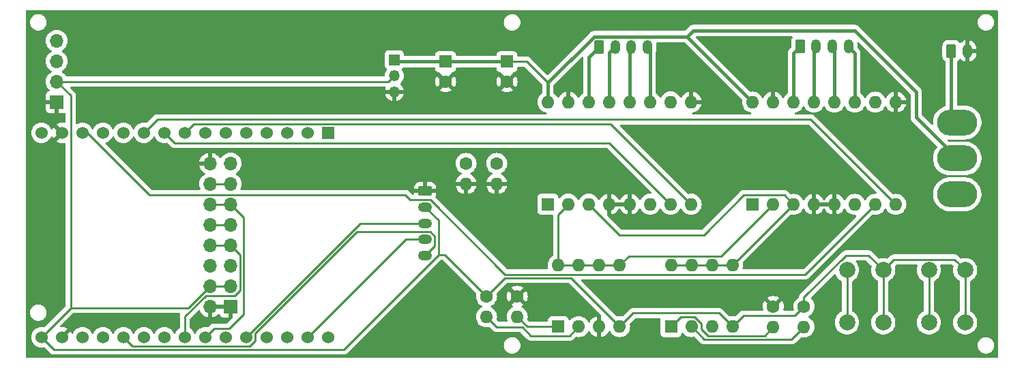
<source format=gbr>
%TF.GenerationSoftware,KiCad,Pcbnew,7.0.9*%
%TF.CreationDate,2024-02-22T23:19:38-05:00*%
%TF.ProjectId,schematics,73636865-6d61-4746-9963-732e6b696361,rev?*%
%TF.SameCoordinates,Original*%
%TF.FileFunction,Copper,L1,Top*%
%TF.FilePolarity,Positive*%
%FSLAX46Y46*%
G04 Gerber Fmt 4.6, Leading zero omitted, Abs format (unit mm)*
G04 Created by KiCad (PCBNEW 7.0.9) date 2024-02-22 23:19:38*
%MOMM*%
%LPD*%
G01*
G04 APERTURE LIST*
G04 Aperture macros list*
%AMRoundRect*
0 Rectangle with rounded corners*
0 $1 Rounding radius*
0 $2 $3 $4 $5 $6 $7 $8 $9 X,Y pos of 4 corners*
0 Add a 4 corners polygon primitive as box body*
4,1,4,$2,$3,$4,$5,$6,$7,$8,$9,$2,$3,0*
0 Add four circle primitives for the rounded corners*
1,1,$1+$1,$2,$3*
1,1,$1+$1,$4,$5*
1,1,$1+$1,$6,$7*
1,1,$1+$1,$8,$9*
0 Add four rect primitives between the rounded corners*
20,1,$1+$1,$2,$3,$4,$5,0*
20,1,$1+$1,$4,$5,$6,$7,0*
20,1,$1+$1,$6,$7,$8,$9,0*
20,1,$1+$1,$8,$9,$2,$3,0*%
G04 Aperture macros list end*
%TA.AperFunction,ComponentPad*%
%ADD10R,1.600000X1.600000*%
%TD*%
%TA.AperFunction,ComponentPad*%
%ADD11O,1.600000X1.600000*%
%TD*%
%TA.AperFunction,ComponentPad*%
%ADD12RoundRect,0.250000X-0.350000X-0.625000X0.350000X-0.625000X0.350000X0.625000X-0.350000X0.625000X0*%
%TD*%
%TA.AperFunction,ComponentPad*%
%ADD13O,1.200000X1.750000*%
%TD*%
%TA.AperFunction,ComponentPad*%
%ADD14C,1.600000*%
%TD*%
%TA.AperFunction,ComponentPad*%
%ADD15C,2.000000*%
%TD*%
%TA.AperFunction,ComponentPad*%
%ADD16RoundRect,0.250000X-0.625000X0.350000X-0.625000X-0.350000X0.625000X-0.350000X0.625000X0.350000X0*%
%TD*%
%TA.AperFunction,ComponentPad*%
%ADD17O,1.750000X1.200000*%
%TD*%
%TA.AperFunction,ComponentPad*%
%ADD18R,1.524000X1.524000*%
%TD*%
%TA.AperFunction,ComponentPad*%
%ADD19C,1.524000*%
%TD*%
%TA.AperFunction,ComponentPad*%
%ADD20R,1.350000X1.350000*%
%TD*%
%TA.AperFunction,ComponentPad*%
%ADD21O,1.350000X1.350000*%
%TD*%
%TA.AperFunction,ComponentPad*%
%ADD22O,1.700000X1.700000*%
%TD*%
%TA.AperFunction,ComponentPad*%
%ADD23R,1.700000X1.700000*%
%TD*%
%TA.AperFunction,ComponentPad*%
%ADD24O,5.000000X3.200000*%
%TD*%
%TA.AperFunction,Conductor*%
%ADD25C,0.250000*%
%TD*%
%TA.AperFunction,Conductor*%
%ADD26C,0.400000*%
%TD*%
G04 APERTURE END LIST*
D10*
%TO.P,A2,1,~{ENABLE}*%
%TO.N,Net-(A1-~{ENABLE})*%
X166370000Y-74920000D03*
D11*
%TO.P,A2,2,M0*%
%TO.N,Net-(A1-M0)*%
X168910000Y-74920000D03*
%TO.P,A2,3,M1*%
%TO.N,Net-(A1-M1)*%
X171450000Y-74920000D03*
%TO.P,A2,4,DECAY0*%
%TO.N,GND*%
X173990000Y-74920000D03*
%TO.P,A2,5,DECAY1*%
X176530000Y-74920000D03*
%TO.P,A2,6,~{SLEEP}*%
%TO.N,Net-(A1-~{SLEEP})*%
X179070000Y-74920000D03*
%TO.P,A2,7,STEP*%
%TO.N,Net-(A2-STEP)*%
X181610000Y-74920000D03*
%TO.P,A2,8,DIR*%
%TO.N,Net-(A2-DIR)*%
X184150000Y-74920000D03*
%TO.P,A2,9,GND*%
%TO.N,GND*%
X184150000Y-62220000D03*
%TO.P,A2,10,~{FAULT}*%
%TO.N,unconnected-(A2-~{FAULT}-Pad10)*%
X181610000Y-62220000D03*
%TO.P,A2,11,A1*%
%TO.N,Net-(A2-A1)*%
X179070000Y-62220000D03*
%TO.P,A2,12,A2*%
%TO.N,Net-(A2-A2)*%
X176530000Y-62220000D03*
%TO.P,A2,13,B2*%
%TO.N,Net-(A2-B2)*%
X173990000Y-62220000D03*
%TO.P,A2,14,B1*%
%TO.N,Net-(A2-B1)*%
X171450000Y-62220000D03*
%TO.P,A2,15,GND*%
%TO.N,GND*%
X168910000Y-62220000D03*
%TO.P,A2,16,VMOT*%
%TO.N,Net-(A1-VMOT)*%
X166370000Y-62220000D03*
%TD*%
D12*
%TO.P,J1,1,Pin_1*%
%TO.N,Net-(A2-B1)*%
X172720000Y-55372000D03*
D13*
%TO.P,J1,2,Pin_2*%
%TO.N,Net-(A2-B2)*%
X174720000Y-55372000D03*
%TO.P,J1,3,Pin_3*%
%TO.N,Net-(A2-A2)*%
X176720000Y-55372000D03*
%TO.P,J1,4,Pin_4*%
%TO.N,Net-(A2-A1)*%
X178720000Y-55372000D03*
%TD*%
D10*
%TO.P,C1,1*%
%TO.N,Net-(A1-VMOT)*%
X153670000Y-57190000D03*
D14*
%TO.P,C1,2*%
%TO.N,GND*%
X153670000Y-59690000D03*
%TD*%
%TO.P,R2,1*%
%TO.N,Net-(A1-~{SLEEP})*%
X198152500Y-87630000D03*
D11*
%TO.P,R2,2*%
%TO.N,Net-(R2-Pad2)*%
X198152500Y-90170000D03*
%TD*%
D14*
%TO.P,R4,1*%
%TO.N,Net-(A1-~{SLEEP})*%
X158750000Y-86360000D03*
D11*
%TO.P,R4,2*%
%TO.N,Net-(R4-Pad2)*%
X158750000Y-88900000D03*
%TD*%
D15*
%TO.P,SW10,1,1*%
%TO.N,Net-(U1-IO35)*%
X213650000Y-89610000D03*
X213650000Y-83110000D03*
%TO.P,SW10,2,2*%
%TO.N,Net-(A1-~{SLEEP})*%
X218150000Y-89610000D03*
X218150000Y-83110000D03*
%TD*%
D10*
%TO.P,SW2,1*%
%TO.N,Net-(R3-Pad2)*%
X181652500Y-90127500D03*
D11*
%TO.P,SW2,2*%
%TO.N,Net-(R2-Pad2)*%
X184192500Y-90127500D03*
%TO.P,SW2,3*%
%TO.N,GND*%
X186732500Y-90127500D03*
%TO.P,SW2,4*%
%TO.N,Net-(A1-~{SLEEP})*%
X189272500Y-90127500D03*
%TO.P,SW2,5*%
%TO.N,Net-(A1-M1)*%
X189272500Y-82507500D03*
%TO.P,SW2,6*%
X186732500Y-82507500D03*
%TO.P,SW2,7*%
X184192500Y-82507500D03*
%TO.P,SW2,8*%
X181652500Y-82507500D03*
%TD*%
D10*
%TO.P,SW1,1*%
%TO.N,Net-(R1-Pad2)*%
X167650000Y-90127500D03*
D11*
%TO.P,SW1,2*%
%TO.N,Net-(R4-Pad2)*%
X170190000Y-90127500D03*
%TO.P,SW1,3*%
%TO.N,GND*%
X172730000Y-90127500D03*
%TO.P,SW1,4*%
%TO.N,Net-(A1-~{SLEEP})*%
X175270000Y-90127500D03*
%TO.P,SW1,5*%
%TO.N,Net-(A1-M0)*%
X175270000Y-82507500D03*
%TO.P,SW1,6*%
X172730000Y-82507500D03*
%TO.P,SW1,7*%
X170190000Y-82507500D03*
%TO.P,SW1,8*%
X167650000Y-82507500D03*
%TD*%
D16*
%TO.P,J3,1,Pin_1*%
%TO.N,GND*%
X151130000Y-73280000D03*
D17*
%TO.P,J3,2,Pin_2*%
%TO.N,Net-(A1-~{SLEEP})*%
X151130000Y-75280000D03*
%TO.P,J3,3,Pin_3*%
%TO.N,Net-(J3-Pin_3)*%
X151130000Y-77280000D03*
%TO.P,J3,4,Pin_4*%
%TO.N,Net-(J3-Pin_4)*%
X151130000Y-79280000D03*
%TO.P,J3,5,Pin_5*%
%TO.N,Net-(J3-Pin_5)*%
X151130000Y-81280000D03*
%TD*%
D15*
%TO.P,SW9,1,1*%
%TO.N,Net-(U1-IO34)*%
X203490000Y-89610000D03*
X203490000Y-83110000D03*
%TO.P,SW9,2,2*%
%TO.N,Net-(A1-~{SLEEP})*%
X207990000Y-89610000D03*
X207990000Y-83110000D03*
%TD*%
D18*
%TO.P,U1,1,EN*%
%TO.N,unconnected-(U1-EN-Pad1)*%
X139090000Y-66040000D03*
D19*
%TO.P,U1,2,SENSOR_VP*%
%TO.N,unconnected-(U1-SENSOR_VP-Pad2)*%
X136550000Y-66040000D03*
%TO.P,U1,3,SENSOR_VN*%
%TO.N,unconnected-(U1-SENSOR_VN-Pad3)*%
X134010000Y-66040000D03*
%TO.P,U1,4,IO34*%
%TO.N,Net-(U1-IO34)*%
X131470000Y-66040000D03*
%TO.P,U1,5,IO35*%
%TO.N,Net-(U1-IO35)*%
X128930000Y-66040000D03*
%TO.P,U1,6,IO32*%
%TO.N,unconnected-(U1-IO32-Pad6)*%
X126390000Y-66040000D03*
%TO.P,U1,7,IO33*%
%TO.N,unconnected-(U1-IO33-Pad7)*%
X123850000Y-66040000D03*
%TO.P,U1,8,IO25*%
%TO.N,Net-(A2-DIR)*%
X121310000Y-66040000D03*
%TO.P,U1,9,IO26*%
%TO.N,Net-(A2-STEP)*%
X118770000Y-66040000D03*
%TO.P,U1,10,IO27*%
%TO.N,Net-(A1-DIR)*%
X116230000Y-66040000D03*
%TO.P,U1,11,IO14*%
%TO.N,unconnected-(U1-IO14-Pad11)*%
X113690000Y-66040000D03*
%TO.P,U1,12,IO12*%
%TO.N,unconnected-(U1-IO12-Pad12)*%
X111150000Y-66040000D03*
%TO.P,U1,13,IO13*%
%TO.N,Net-(A1-STEP)*%
X108610000Y-66040000D03*
%TO.P,U1,14,GND*%
%TO.N,GND*%
X106070000Y-66040000D03*
%TO.P,U1,15,VIN*%
%TO.N,unconnected-(U1-VIN-Pad15)*%
X103530000Y-66040000D03*
%TO.P,U1,16,3V3*%
%TO.N,Net-(A1-~{SLEEP})*%
X103530000Y-91440000D03*
%TO.P,U1,17,GND*%
%TO.N,GND*%
X106070000Y-91440000D03*
%TO.P,U1,18,IO15*%
%TO.N,unconnected-(U1-IO15-Pad18)*%
X108610000Y-91440000D03*
%TO.P,U1,19,IO2*%
%TO.N,unconnected-(U1-IO2-Pad19)*%
X111150000Y-91440000D03*
%TO.P,U1,20,IO4*%
%TO.N,Net-(J3-Pin_5)*%
X113690000Y-91440000D03*
%TO.P,U1,21,IO16*%
%TO.N,Net-(A1-~{ENABLE})*%
X116230000Y-91440000D03*
%TO.P,U1,22,IO17*%
%TO.N,unconnected-(U1-IO17-Pad22)*%
X118770000Y-91440000D03*
%TO.P,U1,23,IO5*%
%TO.N,Net-(J5-Pin_7)*%
X121310000Y-91440000D03*
%TO.P,U1,24,IO18*%
%TO.N,Net-(J5-Pin_11)*%
X123850000Y-91440000D03*
%TO.P,U1,25,IO19*%
%TO.N,Net-(J5-Pin_13)*%
X126390000Y-91440000D03*
%TO.P,U1,26,IO21*%
%TO.N,Net-(J3-Pin_3)*%
X128930000Y-91440000D03*
%TO.P,U1,27,RXD0/IO3*%
%TO.N,unconnected-(U1-RXD0{slash}IO3-Pad27)*%
X131470000Y-91440000D03*
%TO.P,U1,28,TXD0/IO1*%
%TO.N,unconnected-(U1-TXD0{slash}IO1-Pad28)*%
X134010000Y-91440000D03*
%TO.P,U1,29,IO22*%
%TO.N,Net-(J3-Pin_4)*%
X136550000Y-91440000D03*
%TO.P,U1,30,IO23*%
%TO.N,Net-(J5-Pin_10)*%
X139090000Y-91440000D03*
%TD*%
D12*
%TO.P,J2,1,Pin_1*%
%TO.N,Net-(A1-B1)*%
X197660000Y-55330000D03*
D13*
%TO.P,J2,2,Pin_2*%
%TO.N,Net-(A1-B2)*%
X199660000Y-55330000D03*
%TO.P,J2,3,Pin_3*%
%TO.N,Net-(A1-A2)*%
X201660000Y-55330000D03*
%TO.P,J2,4,Pin_4*%
%TO.N,Net-(A1-A1)*%
X203660000Y-55330000D03*
%TD*%
D10*
%TO.P,C2,1*%
%TO.N,Net-(A1-VMOT)*%
X161290000Y-57190000D03*
D14*
%TO.P,C2,2*%
%TO.N,GND*%
X161290000Y-59690000D03*
%TD*%
D20*
%TO.P,J7,1,Pin_1*%
%TO.N,Net-(A1-VMOT)*%
X147320000Y-56960000D03*
D21*
%TO.P,J7,2,Pin_2*%
%TO.N,Net-(A1-~{SLEEP})*%
X147320000Y-58960000D03*
%TO.P,J7,3,Pin_3*%
%TO.N,GND*%
X147320000Y-60960000D03*
%TD*%
D22*
%TO.P,J6,4,Pin_4*%
%TO.N,Net-(J3-Pin_4)*%
X105410000Y-54610000D03*
%TO.P,J6,3,Pin_3*%
%TO.N,Net-(J3-Pin_3)*%
X105410000Y-57150000D03*
%TO.P,J6,2,Pin_2*%
%TO.N,Net-(A1-~{SLEEP})*%
X105410000Y-59690000D03*
D23*
%TO.P,J6,1,Pin_1*%
%TO.N,GND*%
X105410000Y-62230000D03*
%TD*%
D12*
%TO.P,J4,1,Pin_1*%
%TO.N,Net-(J4-Pin_1)*%
X216440000Y-55880000D03*
D13*
%TO.P,J4,2,Pin_2*%
%TO.N,GND*%
X218440000Y-55880000D03*
%TD*%
D23*
%TO.P,J5,1,Pin_1*%
%TO.N,GND*%
X127000000Y-87630000D03*
D22*
%TO.P,J5,2,Pin_2*%
X124460000Y-87630000D03*
%TO.P,J5,3,Pin_3*%
%TO.N,Net-(A1-~{SLEEP})*%
X127000000Y-85090000D03*
%TO.P,J5,4,Pin_4*%
X124460000Y-85090000D03*
%TO.P,J5,5,Pin_5*%
%TO.N,unconnected-(J5-Pin_5-Pad5)*%
X127000000Y-82550000D03*
%TO.P,J5,6,Pin_6*%
%TO.N,unconnected-(J5-Pin_6-Pad6)*%
X124460000Y-82550000D03*
%TO.P,J5,7,Pin_7*%
%TO.N,Net-(J5-Pin_7)*%
X127000000Y-80010000D03*
%TO.P,J5,8,Pin_8*%
X124460000Y-80010000D03*
%TO.P,J5,9,Pin_9*%
%TO.N,Net-(J5-Pin_10)*%
X127000000Y-77470000D03*
%TO.P,J5,10,Pin_10*%
X124460000Y-77470000D03*
%TO.P,J5,11,Pin_11*%
%TO.N,Net-(J5-Pin_11)*%
X127000000Y-74930000D03*
%TO.P,J5,12,Pin_12*%
X124460000Y-74930000D03*
%TO.P,J5,13,Pin_13*%
%TO.N,Net-(J5-Pin_13)*%
X127000000Y-72390000D03*
%TO.P,J5,14,Pin_14*%
X124460000Y-72390000D03*
%TO.P,J5,15,Pin_15*%
%TO.N,unconnected-(J5-Pin_15-Pad15)*%
X127000000Y-69850000D03*
%TO.P,J5,16,Pin_16*%
%TO.N,GND*%
X124460000Y-69850000D03*
%TD*%
D14*
%TO.P,R1,1*%
%TO.N,GND*%
X162560000Y-86360000D03*
D11*
%TO.P,R1,2*%
%TO.N,Net-(R1-Pad2)*%
X162560000Y-88900000D03*
%TD*%
D14*
%TO.P,R3,1*%
%TO.N,GND*%
X194342500Y-87630000D03*
D11*
%TO.P,R3,2*%
%TO.N,Net-(R3-Pad2)*%
X194342500Y-90170000D03*
%TD*%
D14*
%TO.P,R9,1*%
%TO.N,Net-(U1-IO35)*%
X160020000Y-69850000D03*
D11*
%TO.P,R9,2*%
%TO.N,GND*%
X160020000Y-72390000D03*
%TD*%
D24*
%TO.P,SW3,1,A*%
%TO.N,unconnected-(SW3-A-Pad1)*%
X217170000Y-73670000D03*
%TO.P,SW3,2,B*%
%TO.N,Net-(A1-VMOT)*%
X217170000Y-69220000D03*
%TO.P,SW3,3,C*%
%TO.N,Net-(J4-Pin_1)*%
X217170000Y-64770000D03*
%TD*%
D10*
%TO.P,A1,1,~{ENABLE}*%
%TO.N,Net-(A1-~{ENABLE})*%
X191770000Y-74930000D03*
D11*
%TO.P,A1,2,M0*%
%TO.N,Net-(A1-M0)*%
X194310000Y-74930000D03*
%TO.P,A1,3,M1*%
%TO.N,Net-(A1-M1)*%
X196850000Y-74930000D03*
%TO.P,A1,4,DECAY0*%
%TO.N,GND*%
X199390000Y-74930000D03*
%TO.P,A1,5,DECAY1*%
X201930000Y-74930000D03*
%TO.P,A1,6,~{SLEEP}*%
%TO.N,Net-(A1-~{SLEEP})*%
X204470000Y-74930000D03*
%TO.P,A1,7,STEP*%
%TO.N,Net-(A1-STEP)*%
X207010000Y-74930000D03*
%TO.P,A1,8,DIR*%
%TO.N,Net-(A1-DIR)*%
X209550000Y-74930000D03*
%TO.P,A1,9,GND*%
%TO.N,GND*%
X209550000Y-62230000D03*
%TO.P,A1,10,~{FAULT}*%
%TO.N,unconnected-(A1-~{FAULT}-Pad10)*%
X207010000Y-62230000D03*
%TO.P,A1,11,A1*%
%TO.N,Net-(A1-A1)*%
X204470000Y-62230000D03*
%TO.P,A1,12,A2*%
%TO.N,Net-(A1-A2)*%
X201930000Y-62230000D03*
%TO.P,A1,13,B2*%
%TO.N,Net-(A1-B2)*%
X199390000Y-62230000D03*
%TO.P,A1,14,B1*%
%TO.N,Net-(A1-B1)*%
X196850000Y-62230000D03*
%TO.P,A1,15,GND*%
%TO.N,GND*%
X194310000Y-62230000D03*
%TO.P,A1,16,VMOT*%
%TO.N,Net-(A1-VMOT)*%
X191770000Y-62230000D03*
%TD*%
D14*
%TO.P,R10,1*%
%TO.N,Net-(U1-IO34)*%
X156210000Y-69850000D03*
D11*
%TO.P,R10,2*%
%TO.N,GND*%
X156210000Y-72390000D03*
%TD*%
D25*
%TO.N,Net-(A1-~{SLEEP})*%
X175270000Y-90127500D02*
X169225000Y-84082500D01*
X169225000Y-84082500D02*
X161027500Y-84082500D01*
X161027500Y-84082500D02*
X158750000Y-86360000D01*
%TO.N,Net-(R4-Pad2)*%
X158750000Y-88900000D02*
X160020000Y-90170000D01*
X160020000Y-90170000D02*
X163193604Y-90170000D01*
X169065000Y-91252500D02*
X170190000Y-90127500D01*
X163193604Y-90170000D02*
X164276104Y-91252500D01*
X164276104Y-91252500D02*
X169065000Y-91252500D01*
D26*
%TO.N,Net-(A1-VMOT)*%
X217170000Y-69220000D02*
X212090000Y-64140000D01*
X212090000Y-64140000D02*
X212090000Y-60960000D01*
X212090000Y-60960000D02*
X204470000Y-53340000D01*
X204470000Y-53340000D02*
X184394000Y-53340000D01*
X184394000Y-53340000D02*
X183637000Y-54097000D01*
D25*
%TO.N,Net-(R2-Pad2)*%
X185767500Y-91702500D02*
X184192500Y-90127500D01*
X196620000Y-91702500D02*
X185767500Y-91702500D01*
X198152500Y-90170000D02*
X196620000Y-91702500D01*
%TO.N,Net-(R3-Pad2)*%
X184555991Y-88900000D02*
X182880000Y-88900000D01*
X185452500Y-89796509D02*
X184555991Y-88900000D01*
X185452500Y-90438491D02*
X185452500Y-89796509D01*
X182880000Y-88900000D02*
X181652500Y-90127500D01*
X186266509Y-91252500D02*
X185452500Y-90438491D01*
X193260000Y-91252500D02*
X186266509Y-91252500D01*
X194342500Y-90170000D02*
X193260000Y-91252500D01*
%TO.N,Net-(A2-STEP)*%
X118770000Y-66040000D02*
X120040000Y-67310000D01*
X120040000Y-67310000D02*
X174000000Y-67310000D01*
X174000000Y-67310000D02*
X181610000Y-74920000D01*
%TO.N,Net-(A1-M1)*%
X171450000Y-74920000D02*
X175270000Y-78740000D01*
X175270000Y-78740000D02*
X185710000Y-78740000D01*
X185710000Y-78740000D02*
X190645000Y-73805000D01*
X190645000Y-73805000D02*
X195725000Y-73805000D01*
X195725000Y-73805000D02*
X196850000Y-74930000D01*
%TO.N,Net-(A1-~{SLEEP})*%
X105410000Y-59690000D02*
X107157000Y-61437000D01*
X107157000Y-61437000D02*
X107157000Y-87813000D01*
X105410000Y-59690000D02*
X146590000Y-59690000D01*
X146590000Y-59690000D02*
X147320000Y-58960000D01*
%TO.N,Net-(A1-M0)*%
X167650000Y-82507500D02*
X175270000Y-82507500D01*
X176395000Y-81382500D02*
X187857500Y-81382500D01*
X167650000Y-76180000D02*
X168910000Y-74920000D01*
X167650000Y-82507500D02*
X167650000Y-76180000D01*
X175270000Y-82507500D02*
X176395000Y-81382500D01*
X187857500Y-81382500D02*
X194310000Y-74930000D01*
%TO.N,Net-(A1-M1)*%
X189272500Y-82507500D02*
X196850000Y-74930000D01*
X181652500Y-82507500D02*
X189272500Y-82507500D01*
%TO.N,Net-(A1-DIR)*%
X209550000Y-74930000D02*
X198998299Y-64378299D01*
X117891701Y-64378299D02*
X116230000Y-66040000D01*
X198998299Y-64378299D02*
X117891701Y-64378299D01*
D26*
%TO.N,Net-(A1-B1)*%
X196850000Y-56140000D02*
X197660000Y-55330000D01*
X196850000Y-62230000D02*
X196850000Y-56140000D01*
%TO.N,Net-(A1-B2)*%
X199390000Y-62230000D02*
X199390000Y-55600000D01*
X199390000Y-55600000D02*
X199660000Y-55330000D01*
%TO.N,Net-(A1-A1)*%
X204470000Y-56140000D02*
X203660000Y-55330000D01*
X204470000Y-62230000D02*
X204470000Y-56140000D01*
%TO.N,Net-(A1-A2)*%
X201930000Y-62230000D02*
X201930000Y-55600000D01*
X201930000Y-55600000D02*
X201660000Y-55330000D01*
D25*
%TO.N,Net-(A2-DIR)*%
X184150000Y-74920000D02*
X174183000Y-64953000D01*
X122397000Y-64953000D02*
X121310000Y-66040000D01*
X174183000Y-64953000D02*
X122397000Y-64953000D01*
D26*
%TO.N,Net-(A2-B1)*%
X171450000Y-62220000D02*
X171450000Y-56642000D01*
X171450000Y-56642000D02*
X172720000Y-55372000D01*
%TO.N,Net-(A2-B2)*%
X173990000Y-62220000D02*
X173990000Y-56102000D01*
X173990000Y-56102000D02*
X174720000Y-55372000D01*
%TO.N,Net-(A2-A2)*%
X176530000Y-62220000D02*
X176530000Y-55562000D01*
X176530000Y-55562000D02*
X176720000Y-55372000D01*
D25*
%TO.N,Net-(A1-VMOT)*%
X163739166Y-57190000D02*
X166370000Y-59820834D01*
D26*
X147550000Y-57190000D02*
X147320000Y-56960000D01*
D25*
X161290000Y-57190000D02*
X163739166Y-57190000D01*
D26*
X153670000Y-57190000D02*
X161290000Y-57190000D01*
X172093834Y-54097000D02*
X166370000Y-59820834D01*
X166370000Y-59820834D02*
X166370000Y-62220000D01*
X183637000Y-54097000D02*
X172093834Y-54097000D01*
X153670000Y-57190000D02*
X147550000Y-57190000D01*
X191770000Y-62230000D02*
X183637000Y-54097000D01*
%TO.N,Net-(A2-A1)*%
X179070000Y-62220000D02*
X179070000Y-55722000D01*
X179070000Y-55722000D02*
X178720000Y-55372000D01*
D25*
%TO.N,Net-(J5-Pin_13)*%
X124460000Y-72390000D02*
X127000000Y-72390000D01*
%TO.N,Net-(J5-Pin_11)*%
X124460000Y-74930000D02*
X127000000Y-74930000D01*
X128625000Y-76555000D02*
X128625000Y-88545000D01*
X126817000Y-90353000D02*
X124937000Y-90353000D01*
X128625000Y-88545000D02*
X126817000Y-90353000D01*
X127000000Y-74930000D02*
X128625000Y-76555000D01*
X124937000Y-90353000D02*
X123850000Y-91440000D01*
%TO.N,Net-(J5-Pin_10)*%
X127000000Y-77470000D02*
X124460000Y-77470000D01*
%TO.N,Net-(A1-~{SLEEP})*%
X105067000Y-92977000D02*
X103530000Y-91440000D01*
X107157000Y-87813000D02*
X103530000Y-91440000D01*
X124460000Y-85090000D02*
X121737000Y-87813000D01*
X209315000Y-81785000D02*
X216825000Y-81785000D01*
X207990000Y-83110000D02*
X207990000Y-89610000D01*
X176947500Y-88450000D02*
X175270000Y-90127500D01*
X198152500Y-87630000D02*
X197027500Y-88755000D01*
X198152500Y-87630000D02*
X198152500Y-86498630D01*
X207990000Y-83110000D02*
X209315000Y-81785000D01*
X153603148Y-81213148D02*
X152780000Y-81213148D01*
X141016148Y-92977000D02*
X105067000Y-92977000D01*
X151130000Y-75280000D02*
X152780000Y-76930000D01*
X197027500Y-88755000D02*
X190645000Y-88755000D01*
X152780000Y-76930000D02*
X152780000Y-81213148D01*
X189272500Y-90127500D02*
X187595000Y-88450000D01*
X158750000Y-86360000D02*
X153603148Y-81213148D01*
X146363148Y-87630000D02*
X141016148Y-92977000D01*
X121737000Y-87813000D02*
X107157000Y-87813000D01*
X218150000Y-83110000D02*
X218150000Y-89610000D01*
X187595000Y-88450000D02*
X176947500Y-88450000D01*
X216825000Y-81785000D02*
X218150000Y-83110000D01*
X152780000Y-81213148D02*
X141016148Y-92977000D01*
X203371130Y-81280000D02*
X206160000Y-81280000D01*
X190645000Y-88755000D02*
X189272500Y-90127500D01*
X206160000Y-81280000D02*
X207990000Y-83110000D01*
X198152500Y-86498630D02*
X203371130Y-81280000D01*
X124460000Y-85090000D02*
X127000000Y-85090000D01*
%TO.N,Net-(J3-Pin_3)*%
X151130000Y-77280000D02*
X143090000Y-77280000D01*
X143090000Y-77280000D02*
X128930000Y-91440000D01*
%TO.N,Net-(J3-Pin_4)*%
X151130000Y-79280000D02*
X148710000Y-79280000D01*
X148710000Y-79280000D02*
X136550000Y-91440000D01*
%TO.N,Net-(U1-IO35)*%
X213650000Y-83110000D02*
X213650000Y-89610000D01*
%TO.N,Net-(U1-IO34)*%
X203490000Y-83110000D02*
X203490000Y-89610000D01*
%TO.N,Net-(A1-STEP)*%
X148685000Y-73755000D02*
X149285000Y-74355000D01*
X149285000Y-74355000D02*
X151788148Y-74355000D01*
X116935000Y-73755000D02*
X148685000Y-73755000D01*
X109220000Y-66040000D02*
X116935000Y-73755000D01*
X108610000Y-66040000D02*
X109220000Y-66040000D01*
X161065648Y-83632500D02*
X151788148Y-74355000D01*
X198307500Y-83632500D02*
X161065648Y-83632500D01*
X207010000Y-74930000D02*
X198307500Y-83632500D01*
%TO.N,Net-(J3-Pin_5)*%
X129380251Y-92527000D02*
X114777000Y-92527000D01*
X142651749Y-78355000D02*
X130017000Y-90989749D01*
X152330000Y-78896852D02*
X151788148Y-78355000D01*
X151788148Y-78355000D02*
X142651749Y-78355000D01*
X152330000Y-80080000D02*
X152330000Y-78896852D01*
X151130000Y-81280000D02*
X152330000Y-80080000D01*
X114777000Y-92527000D02*
X113690000Y-91440000D01*
X130017000Y-90989749D02*
X130017000Y-91890251D01*
X130017000Y-91890251D02*
X129380251Y-92527000D01*
%TO.N,Net-(R1-Pad2)*%
X167607500Y-90170000D02*
X167650000Y-90127500D01*
X167650000Y-90127500D02*
X163787500Y-90127500D01*
X163787500Y-90127500D02*
X162560000Y-88900000D01*
%TO.N,Net-(J5-Pin_7)*%
X128175000Y-85576701D02*
X127486701Y-86265000D01*
X128175000Y-81185000D02*
X128175000Y-85576701D01*
X127486701Y-86265000D02*
X123921396Y-86265000D01*
X123921396Y-86265000D02*
X121310000Y-88876396D01*
X127000000Y-80010000D02*
X128175000Y-81185000D01*
X121310000Y-88876396D02*
X121310000Y-91440000D01*
X124460000Y-80010000D02*
X127000000Y-80010000D01*
D26*
%TO.N,Net-(J4-Pin_1)*%
X216440000Y-64040000D02*
X217170000Y-64770000D01*
X216440000Y-55880000D02*
X216440000Y-64040000D01*
%TD*%
%TA.AperFunction,Conductor*%
%TO.N,GND*%
G36*
X120694311Y-88458185D02*
G01*
X120740066Y-88510989D01*
X120750010Y-88580147D01*
X120735934Y-88622237D01*
X120723803Y-88644301D01*
X120718822Y-88663703D01*
X120712521Y-88682106D01*
X120704562Y-88700498D01*
X120704561Y-88700501D01*
X120697271Y-88746523D01*
X120696087Y-88752242D01*
X120684501Y-88797368D01*
X120684500Y-88797378D01*
X120684500Y-88817412D01*
X120682973Y-88836811D01*
X120679840Y-88856590D01*
X120679840Y-88856591D01*
X120684225Y-88902979D01*
X120684500Y-88908817D01*
X120684500Y-90272201D01*
X120664815Y-90339240D01*
X120631623Y-90373776D01*
X120495377Y-90469175D01*
X120339175Y-90625377D01*
X120212466Y-90806338D01*
X120212465Y-90806340D01*
X120152382Y-90935189D01*
X120106209Y-90987628D01*
X120039016Y-91006780D01*
X119972135Y-90986564D01*
X119927618Y-90935189D01*
X119897441Y-90870474D01*
X119867534Y-90806339D01*
X119782310Y-90684626D01*
X119740827Y-90625381D01*
X119669234Y-90553788D01*
X119584620Y-90469174D01*
X119584616Y-90469171D01*
X119584615Y-90469170D01*
X119403666Y-90342468D01*
X119403662Y-90342466D01*
X119353763Y-90319198D01*
X119203450Y-90249106D01*
X119203447Y-90249105D01*
X119203445Y-90249104D01*
X118990070Y-90191930D01*
X118990062Y-90191929D01*
X118770002Y-90172677D01*
X118769998Y-90172677D01*
X118549937Y-90191929D01*
X118549929Y-90191930D01*
X118336554Y-90249104D01*
X118336548Y-90249107D01*
X118136340Y-90342465D01*
X118136338Y-90342466D01*
X117955377Y-90469175D01*
X117799175Y-90625377D01*
X117672466Y-90806338D01*
X117672465Y-90806340D01*
X117612382Y-90935189D01*
X117566209Y-90987628D01*
X117499016Y-91006780D01*
X117432135Y-90986564D01*
X117387618Y-90935189D01*
X117357441Y-90870474D01*
X117327534Y-90806339D01*
X117242310Y-90684626D01*
X117200827Y-90625381D01*
X117129234Y-90553788D01*
X117044620Y-90469174D01*
X117044616Y-90469171D01*
X117044615Y-90469170D01*
X116863666Y-90342468D01*
X116863662Y-90342466D01*
X116813763Y-90319198D01*
X116663450Y-90249106D01*
X116663447Y-90249105D01*
X116663445Y-90249104D01*
X116450070Y-90191930D01*
X116450062Y-90191929D01*
X116230002Y-90172677D01*
X116229998Y-90172677D01*
X116009937Y-90191929D01*
X116009929Y-90191930D01*
X115796554Y-90249104D01*
X115796548Y-90249107D01*
X115596340Y-90342465D01*
X115596338Y-90342466D01*
X115415377Y-90469175D01*
X115259175Y-90625377D01*
X115132466Y-90806338D01*
X115132465Y-90806340D01*
X115072382Y-90935189D01*
X115026209Y-90987628D01*
X114959016Y-91006780D01*
X114892135Y-90986564D01*
X114847618Y-90935189D01*
X114817441Y-90870474D01*
X114787534Y-90806339D01*
X114702310Y-90684626D01*
X114660827Y-90625381D01*
X114589234Y-90553788D01*
X114504620Y-90469174D01*
X114504616Y-90469171D01*
X114504615Y-90469170D01*
X114323666Y-90342468D01*
X114323662Y-90342466D01*
X114273763Y-90319198D01*
X114123450Y-90249106D01*
X114123447Y-90249105D01*
X114123445Y-90249104D01*
X113910070Y-90191930D01*
X113910062Y-90191929D01*
X113690002Y-90172677D01*
X113689998Y-90172677D01*
X113469937Y-90191929D01*
X113469929Y-90191930D01*
X113256554Y-90249104D01*
X113256548Y-90249107D01*
X113056340Y-90342465D01*
X113056338Y-90342466D01*
X112875377Y-90469175D01*
X112719175Y-90625377D01*
X112592466Y-90806338D01*
X112592465Y-90806340D01*
X112532382Y-90935189D01*
X112486209Y-90987628D01*
X112419016Y-91006780D01*
X112352135Y-90986564D01*
X112307618Y-90935189D01*
X112277441Y-90870474D01*
X112247534Y-90806339D01*
X112162310Y-90684626D01*
X112120827Y-90625381D01*
X112049234Y-90553788D01*
X111964620Y-90469174D01*
X111964616Y-90469171D01*
X111964615Y-90469170D01*
X111783666Y-90342468D01*
X111783662Y-90342466D01*
X111733763Y-90319198D01*
X111583450Y-90249106D01*
X111583447Y-90249105D01*
X111583445Y-90249104D01*
X111370070Y-90191930D01*
X111370062Y-90191929D01*
X111150002Y-90172677D01*
X111149998Y-90172677D01*
X110929937Y-90191929D01*
X110929929Y-90191930D01*
X110716554Y-90249104D01*
X110716548Y-90249107D01*
X110516340Y-90342465D01*
X110516338Y-90342466D01*
X110335377Y-90469175D01*
X110179175Y-90625377D01*
X110052466Y-90806338D01*
X110052465Y-90806340D01*
X109992382Y-90935189D01*
X109946209Y-90987628D01*
X109879016Y-91006780D01*
X109812135Y-90986564D01*
X109767618Y-90935189D01*
X109737441Y-90870474D01*
X109707534Y-90806339D01*
X109622310Y-90684626D01*
X109580827Y-90625381D01*
X109509234Y-90553788D01*
X109424620Y-90469174D01*
X109424616Y-90469171D01*
X109424615Y-90469170D01*
X109243666Y-90342468D01*
X109243662Y-90342466D01*
X109193763Y-90319198D01*
X109043450Y-90249106D01*
X109043447Y-90249105D01*
X109043445Y-90249104D01*
X108830070Y-90191930D01*
X108830062Y-90191929D01*
X108610002Y-90172677D01*
X108609998Y-90172677D01*
X108389937Y-90191929D01*
X108389929Y-90191930D01*
X108176554Y-90249104D01*
X108176548Y-90249107D01*
X107976340Y-90342465D01*
X107976338Y-90342466D01*
X107795377Y-90469175D01*
X107639175Y-90625377D01*
X107512467Y-90806337D01*
X107512466Y-90806339D01*
X107512348Y-90806593D01*
X107452105Y-90935782D01*
X107405932Y-90988221D01*
X107338738Y-91007372D01*
X107271857Y-90987156D01*
X107227341Y-90935780D01*
X107167100Y-90806593D01*
X107167099Y-90806591D01*
X107121740Y-90741811D01*
X106454903Y-91408647D01*
X106454949Y-91408102D01*
X106423734Y-91284838D01*
X106354187Y-91178388D01*
X106253843Y-91100287D01*
X106133578Y-91059000D01*
X106097445Y-91059000D01*
X106768187Y-90388258D01*
X106703409Y-90342900D01*
X106703407Y-90342899D01*
X106503284Y-90249580D01*
X106503270Y-90249575D01*
X106289986Y-90192426D01*
X106289976Y-90192424D01*
X106070001Y-90173179D01*
X106069998Y-90173179D01*
X105983542Y-90180743D01*
X105915042Y-90166976D01*
X105864859Y-90118361D01*
X105848926Y-90050333D01*
X105872301Y-89984489D01*
X105885045Y-89969543D01*
X107379771Y-88474819D01*
X107441094Y-88441334D01*
X107467452Y-88438500D01*
X120627272Y-88438500D01*
X120694311Y-88458185D01*
G37*
%TD.AperFunction*%
%TA.AperFunction,Conductor*%
G36*
X123125873Y-88047625D02*
G01*
X123181806Y-88089497D01*
X123194921Y-88111402D01*
X123286399Y-88307578D01*
X123421894Y-88501082D01*
X123588917Y-88668105D01*
X123782421Y-88803600D01*
X123996507Y-88903429D01*
X123996516Y-88903433D01*
X124210000Y-88960634D01*
X124210000Y-88065501D01*
X124317685Y-88114680D01*
X124424237Y-88130000D01*
X124495763Y-88130000D01*
X124602315Y-88114680D01*
X124710000Y-88065501D01*
X124710000Y-88960633D01*
X124923483Y-88903433D01*
X124923492Y-88903429D01*
X125137578Y-88803600D01*
X125331078Y-88668108D01*
X125453521Y-88545665D01*
X125514844Y-88512180D01*
X125584536Y-88517164D01*
X125640470Y-88559035D01*
X125657385Y-88590013D01*
X125706645Y-88722086D01*
X125706649Y-88722093D01*
X125792809Y-88837187D01*
X125792812Y-88837190D01*
X125907906Y-88923350D01*
X125907913Y-88923354D01*
X126042620Y-88973596D01*
X126042627Y-88973598D01*
X126102155Y-88979999D01*
X126102172Y-88980000D01*
X126750000Y-88980000D01*
X126750000Y-88065501D01*
X126857685Y-88114680D01*
X126964237Y-88130000D01*
X127035763Y-88130000D01*
X127142315Y-88114680D01*
X127250000Y-88065501D01*
X127250000Y-88984047D01*
X127230315Y-89051086D01*
X127213681Y-89071728D01*
X126594228Y-89691181D01*
X126532905Y-89724666D01*
X126506547Y-89727500D01*
X125019738Y-89727500D01*
X125004121Y-89725776D01*
X125004094Y-89726062D01*
X124996332Y-89725327D01*
X124927204Y-89727500D01*
X124897650Y-89727500D01*
X124896929Y-89727590D01*
X124890757Y-89728369D01*
X124884945Y-89728826D01*
X124838373Y-89730290D01*
X124838372Y-89730290D01*
X124819129Y-89735881D01*
X124800079Y-89739825D01*
X124780211Y-89742334D01*
X124780209Y-89742335D01*
X124736884Y-89759488D01*
X124731357Y-89761380D01*
X124686610Y-89774381D01*
X124686609Y-89774382D01*
X124669367Y-89784579D01*
X124651899Y-89793137D01*
X124633269Y-89800513D01*
X124633267Y-89800514D01*
X124595576Y-89827898D01*
X124590694Y-89831105D01*
X124550579Y-89854830D01*
X124536408Y-89869000D01*
X124521623Y-89881628D01*
X124505412Y-89893407D01*
X124475709Y-89929310D01*
X124471777Y-89933631D01*
X124233794Y-90171613D01*
X124172471Y-90205098D01*
X124114020Y-90203707D01*
X124070068Y-90191930D01*
X123935899Y-90180192D01*
X123850002Y-90172677D01*
X123849998Y-90172677D01*
X123629937Y-90191929D01*
X123629929Y-90191930D01*
X123416554Y-90249104D01*
X123416548Y-90249107D01*
X123216340Y-90342465D01*
X123216338Y-90342466D01*
X123035377Y-90469175D01*
X122879175Y-90625377D01*
X122752466Y-90806338D01*
X122752465Y-90806340D01*
X122692382Y-90935189D01*
X122646209Y-90987628D01*
X122579016Y-91006780D01*
X122512135Y-90986564D01*
X122467618Y-90935189D01*
X122437441Y-90870474D01*
X122407534Y-90806339D01*
X122322310Y-90684626D01*
X122280827Y-90625381D01*
X122209234Y-90553788D01*
X122124620Y-90469174D01*
X121988376Y-90373775D01*
X121944752Y-90319198D01*
X121935500Y-90272200D01*
X121935500Y-89186847D01*
X121955185Y-89119808D01*
X121971814Y-89099171D01*
X122994862Y-88076123D01*
X123056181Y-88042641D01*
X123125873Y-88047625D01*
G37*
%TD.AperFunction*%
%TA.AperFunction,Conductor*%
G36*
X168981587Y-84727685D02*
G01*
X169002229Y-84744319D01*
X172951616Y-88693707D01*
X172985101Y-88755030D01*
X172980117Y-88824722D01*
X172980000Y-88824880D01*
X172980000Y-89811814D01*
X172968045Y-89799859D01*
X172855148Y-89742335D01*
X172761481Y-89727500D01*
X172698519Y-89727500D01*
X172604852Y-89742335D01*
X172491955Y-89799859D01*
X172480000Y-89811814D01*
X172480000Y-88848627D01*
X172283671Y-88901234D01*
X172077517Y-88997365D01*
X171891179Y-89127842D01*
X171730342Y-89288679D01*
X171599867Y-89475015D01*
X171572657Y-89533367D01*
X171526484Y-89585806D01*
X171459290Y-89604957D01*
X171392409Y-89584741D01*
X171347893Y-89533365D01*
X171340386Y-89517267D01*
X171320568Y-89474766D01*
X171190047Y-89288361D01*
X171190045Y-89288358D01*
X171029141Y-89127454D01*
X170842734Y-88996932D01*
X170842732Y-88996931D01*
X170636497Y-88900761D01*
X170636488Y-88900758D01*
X170416697Y-88841866D01*
X170416693Y-88841865D01*
X170416692Y-88841865D01*
X170416691Y-88841864D01*
X170416686Y-88841864D01*
X170190002Y-88822032D01*
X170189998Y-88822032D01*
X169963313Y-88841864D01*
X169963302Y-88841866D01*
X169743511Y-88900758D01*
X169743502Y-88900761D01*
X169537267Y-88996931D01*
X169537265Y-88996932D01*
X169350858Y-89127454D01*
X169189954Y-89288358D01*
X169172725Y-89312964D01*
X169118147Y-89356588D01*
X169048648Y-89363780D01*
X168986294Y-89332257D01*
X168950882Y-89272026D01*
X168947861Y-89255091D01*
X168947086Y-89247885D01*
X168944091Y-89220017D01*
X168934778Y-89195048D01*
X168893797Y-89085171D01*
X168893793Y-89085164D01*
X168807547Y-88969955D01*
X168807544Y-88969952D01*
X168692335Y-88883706D01*
X168692328Y-88883702D01*
X168557482Y-88833408D01*
X168557483Y-88833408D01*
X168497883Y-88827001D01*
X168497881Y-88827000D01*
X168497873Y-88827000D01*
X168497864Y-88827000D01*
X166802129Y-88827000D01*
X166802123Y-88827001D01*
X166742516Y-88833408D01*
X166607671Y-88883702D01*
X166607664Y-88883706D01*
X166492455Y-88969952D01*
X166492452Y-88969955D01*
X166406206Y-89085164D01*
X166406202Y-89085171D01*
X166355908Y-89220017D01*
X166349501Y-89279616D01*
X166349500Y-89279635D01*
X166349500Y-89378000D01*
X166329815Y-89445039D01*
X166277011Y-89490794D01*
X166225500Y-89502000D01*
X164097953Y-89502000D01*
X164030914Y-89482315D01*
X164010272Y-89465681D01*
X163859413Y-89314822D01*
X163825928Y-89253499D01*
X163827319Y-89195048D01*
X163829516Y-89186847D01*
X163845635Y-89126692D01*
X163865360Y-88901234D01*
X163865468Y-88900001D01*
X163865468Y-88899998D01*
X163849903Y-88722093D01*
X163845635Y-88673308D01*
X163797216Y-88492606D01*
X163786741Y-88453511D01*
X163786738Y-88453502D01*
X163758059Y-88392000D01*
X163690568Y-88247266D01*
X163560047Y-88060861D01*
X163560045Y-88060858D01*
X163399141Y-87899954D01*
X163212735Y-87769433D01*
X163212736Y-87769433D01*
X163212734Y-87769432D01*
X163154132Y-87742105D01*
X163101694Y-87695933D01*
X163082543Y-87628739D01*
X163102759Y-87561858D01*
X163154135Y-87517341D01*
X163212482Y-87490133D01*
X163285472Y-87439025D01*
X162604401Y-86757953D01*
X162685148Y-86745165D01*
X162798045Y-86687641D01*
X162887641Y-86598045D01*
X162945165Y-86485148D01*
X162957953Y-86404400D01*
X163639025Y-87085472D01*
X163690136Y-87012478D01*
X163786264Y-86806331D01*
X163786269Y-86806317D01*
X163845139Y-86586610D01*
X163845141Y-86586599D01*
X163864966Y-86360002D01*
X163864966Y-86359997D01*
X163845141Y-86133400D01*
X163845139Y-86133389D01*
X163786269Y-85913682D01*
X163786265Y-85913673D01*
X163690133Y-85707516D01*
X163690131Y-85707512D01*
X163639026Y-85634526D01*
X163639025Y-85634526D01*
X162957953Y-86315598D01*
X162945165Y-86234852D01*
X162887641Y-86121955D01*
X162798045Y-86032359D01*
X162685148Y-85974835D01*
X162604400Y-85962046D01*
X163285472Y-85280974D01*
X163285471Y-85280973D01*
X163212483Y-85229866D01*
X163212481Y-85229865D01*
X163006326Y-85133734D01*
X163006317Y-85133730D01*
X162786610Y-85074860D01*
X162786599Y-85074858D01*
X162560002Y-85055034D01*
X162559998Y-85055034D01*
X162333400Y-85074858D01*
X162333389Y-85074860D01*
X162113682Y-85133730D01*
X162113673Y-85133734D01*
X161907513Y-85229868D01*
X161834527Y-85280972D01*
X161834526Y-85280973D01*
X162515600Y-85962046D01*
X162434852Y-85974835D01*
X162321955Y-86032359D01*
X162232359Y-86121955D01*
X162174835Y-86234852D01*
X162162046Y-86315599D01*
X161480973Y-85634526D01*
X161480972Y-85634527D01*
X161429868Y-85707513D01*
X161333734Y-85913673D01*
X161333730Y-85913682D01*
X161274860Y-86133389D01*
X161274858Y-86133400D01*
X161255034Y-86359997D01*
X161255034Y-86360002D01*
X161274858Y-86586599D01*
X161274860Y-86586610D01*
X161333730Y-86806317D01*
X161333734Y-86806326D01*
X161429865Y-87012481D01*
X161429866Y-87012483D01*
X161480973Y-87085471D01*
X161480974Y-87085472D01*
X162162046Y-86404399D01*
X162174835Y-86485148D01*
X162232359Y-86598045D01*
X162321955Y-86687641D01*
X162434852Y-86745165D01*
X162515599Y-86757953D01*
X161834526Y-87439025D01*
X161834526Y-87439026D01*
X161907512Y-87490131D01*
X161907520Y-87490135D01*
X161965865Y-87517342D01*
X162018305Y-87563514D01*
X162037457Y-87630707D01*
X162017242Y-87697589D01*
X161965867Y-87742105D01*
X161907268Y-87769431D01*
X161907264Y-87769433D01*
X161720858Y-87899954D01*
X161559954Y-88060858D01*
X161429432Y-88247265D01*
X161429431Y-88247267D01*
X161333261Y-88453502D01*
X161333258Y-88453511D01*
X161274366Y-88673302D01*
X161274364Y-88673313D01*
X161254532Y-88899998D01*
X161254532Y-88900001D01*
X161274364Y-89126686D01*
X161274366Y-89126697D01*
X161333258Y-89346488D01*
X161333260Y-89346492D01*
X161333261Y-89346496D01*
X161343333Y-89368095D01*
X161353825Y-89437173D01*
X161325305Y-89500957D01*
X161266829Y-89539196D01*
X161230951Y-89544500D01*
X160330453Y-89544500D01*
X160263414Y-89524815D01*
X160242772Y-89508181D01*
X160049413Y-89314822D01*
X160015928Y-89253499D01*
X160017319Y-89195048D01*
X160019516Y-89186847D01*
X160035635Y-89126692D01*
X160055360Y-88901234D01*
X160055468Y-88900001D01*
X160055468Y-88899998D01*
X160039903Y-88722093D01*
X160035635Y-88673308D01*
X159987216Y-88492606D01*
X159976741Y-88453511D01*
X159976738Y-88453502D01*
X159948059Y-88392000D01*
X159880568Y-88247266D01*
X159750047Y-88060861D01*
X159750045Y-88060858D01*
X159589141Y-87899954D01*
X159402734Y-87769432D01*
X159402728Y-87769429D01*
X159344725Y-87742382D01*
X159292285Y-87696210D01*
X159273133Y-87629017D01*
X159293348Y-87562135D01*
X159344725Y-87517618D01*
X159345319Y-87517341D01*
X159402734Y-87490568D01*
X159589139Y-87360047D01*
X159750047Y-87199139D01*
X159880568Y-87012734D01*
X159976739Y-86806496D01*
X160035635Y-86586692D01*
X160055468Y-86360000D01*
X160054143Y-86344860D01*
X160043719Y-86225714D01*
X160035635Y-86133308D01*
X160017318Y-86064948D01*
X160018981Y-85995103D01*
X160049410Y-85945179D01*
X161250272Y-84744319D01*
X161311595Y-84710834D01*
X161337953Y-84708000D01*
X168914548Y-84708000D01*
X168981587Y-84727685D01*
G37*
%TD.AperFunction*%
%TA.AperFunction,Conductor*%
G36*
X126540507Y-87420156D02*
G01*
X126500000Y-87558111D01*
X126500000Y-87701889D01*
X126540507Y-87839844D01*
X126566314Y-87880000D01*
X124893686Y-87880000D01*
X124919493Y-87839844D01*
X124960000Y-87701889D01*
X124960000Y-87558111D01*
X124919493Y-87420156D01*
X124893686Y-87380000D01*
X126566314Y-87380000D01*
X126540507Y-87420156D01*
G37*
%TD.AperFunction*%
%TA.AperFunction,Conductor*%
G36*
X117567865Y-66493435D02*
G01*
X117612382Y-66544811D01*
X117672464Y-66673658D01*
X117672468Y-66673666D01*
X117799170Y-66854615D01*
X117799175Y-66854621D01*
X117955378Y-67010824D01*
X117955384Y-67010829D01*
X118136333Y-67137531D01*
X118136335Y-67137532D01*
X118136338Y-67137534D01*
X118336550Y-67230894D01*
X118549932Y-67288070D01*
X118707123Y-67301822D01*
X118769998Y-67307323D01*
X118770000Y-67307323D01*
X118770002Y-67307323D01*
X118800502Y-67304654D01*
X118990068Y-67288070D01*
X118991916Y-67287575D01*
X118998720Y-67285751D01*
X119034019Y-67276293D01*
X119103868Y-67277954D01*
X119153795Y-67308386D01*
X119539197Y-67693788D01*
X119549022Y-67706051D01*
X119549243Y-67705869D01*
X119554214Y-67711878D01*
X119580217Y-67736295D01*
X119604635Y-67759226D01*
X119625529Y-67780120D01*
X119631011Y-67784373D01*
X119635443Y-67788157D01*
X119669418Y-67820062D01*
X119686976Y-67829714D01*
X119703235Y-67840395D01*
X119719064Y-67852673D01*
X119761838Y-67871182D01*
X119767056Y-67873738D01*
X119807908Y-67896197D01*
X119827316Y-67901180D01*
X119845717Y-67907480D01*
X119864104Y-67915437D01*
X119907488Y-67922308D01*
X119910119Y-67922725D01*
X119915839Y-67923909D01*
X119960981Y-67935500D01*
X119981016Y-67935500D01*
X120000414Y-67937026D01*
X120020194Y-67940159D01*
X120020195Y-67940160D01*
X120020195Y-67940159D01*
X120020196Y-67940160D01*
X120066584Y-67935775D01*
X120072422Y-67935500D01*
X173689548Y-67935500D01*
X173756587Y-67955185D01*
X173777229Y-67971819D01*
X179212590Y-73407181D01*
X179246075Y-73468504D01*
X179241091Y-73538196D01*
X179199219Y-73594129D01*
X179133755Y-73618546D01*
X179114102Y-73618390D01*
X179070002Y-73614532D01*
X179069998Y-73614532D01*
X178843313Y-73634364D01*
X178843302Y-73634366D01*
X178623511Y-73693258D01*
X178623502Y-73693261D01*
X178417266Y-73789432D01*
X178230858Y-73919954D01*
X178069954Y-74080858D01*
X177939433Y-74267264D01*
X177939432Y-74267266D01*
X177916622Y-74316183D01*
X177912106Y-74325867D01*
X177865933Y-74378306D01*
X177798739Y-74397457D01*
X177731858Y-74377241D01*
X177687342Y-74325865D01*
X177660135Y-74267520D01*
X177660134Y-74267518D01*
X177529657Y-74081179D01*
X177368820Y-73920342D01*
X177182482Y-73789865D01*
X176976328Y-73693734D01*
X176780000Y-73641127D01*
X176780000Y-74604314D01*
X176768045Y-74592359D01*
X176655148Y-74534835D01*
X176561481Y-74520000D01*
X176498519Y-74520000D01*
X176404852Y-74534835D01*
X176291955Y-74592359D01*
X176280000Y-74604314D01*
X176280000Y-73641127D01*
X176083671Y-73693734D01*
X175877517Y-73789865D01*
X175691179Y-73920342D01*
X175530342Y-74081179D01*
X175399865Y-74267517D01*
X175372382Y-74326457D01*
X175326210Y-74378896D01*
X175259016Y-74398048D01*
X175192135Y-74377832D01*
X175147618Y-74326457D01*
X175120134Y-74267517D01*
X174989657Y-74081179D01*
X174828820Y-73920342D01*
X174642482Y-73789865D01*
X174436328Y-73693734D01*
X174240000Y-73641127D01*
X174240000Y-74604314D01*
X174228045Y-74592359D01*
X174115148Y-74534835D01*
X174021481Y-74520000D01*
X173958519Y-74520000D01*
X173864852Y-74534835D01*
X173751955Y-74592359D01*
X173740000Y-74604314D01*
X173740000Y-73641127D01*
X173543671Y-73693734D01*
X173337517Y-73789865D01*
X173151179Y-73920342D01*
X172990342Y-74081179D01*
X172859867Y-74267515D01*
X172832657Y-74325867D01*
X172786484Y-74378306D01*
X172719290Y-74397457D01*
X172652409Y-74377241D01*
X172607893Y-74325865D01*
X172603378Y-74316183D01*
X172580568Y-74267266D01*
X172450047Y-74080861D01*
X172450045Y-74080858D01*
X172289141Y-73919954D01*
X172221325Y-73872469D01*
X172102734Y-73789432D01*
X171999615Y-73741346D01*
X171896497Y-73693261D01*
X171896488Y-73693258D01*
X171676697Y-73634366D01*
X171676693Y-73634365D01*
X171676692Y-73634365D01*
X171676691Y-73634364D01*
X171676686Y-73634364D01*
X171450002Y-73614532D01*
X171449998Y-73614532D01*
X171223313Y-73634364D01*
X171223302Y-73634366D01*
X171003511Y-73693258D01*
X171003502Y-73693261D01*
X170797266Y-73789432D01*
X170610858Y-73919954D01*
X170449954Y-74080858D01*
X170319432Y-74267265D01*
X170319431Y-74267267D01*
X170305253Y-74297673D01*
X170296622Y-74316183D01*
X170292382Y-74325275D01*
X170246209Y-74377714D01*
X170179016Y-74396866D01*
X170112135Y-74376650D01*
X170067618Y-74325275D01*
X170063919Y-74317343D01*
X170040568Y-74267266D01*
X169910047Y-74080861D01*
X169910045Y-74080858D01*
X169749141Y-73919954D01*
X169681325Y-73872469D01*
X169562734Y-73789432D01*
X169459615Y-73741346D01*
X169356497Y-73693261D01*
X169356488Y-73693258D01*
X169136697Y-73634366D01*
X169136693Y-73634365D01*
X169136692Y-73634365D01*
X169136691Y-73634364D01*
X169136686Y-73634364D01*
X168910002Y-73614532D01*
X168909998Y-73614532D01*
X168683313Y-73634364D01*
X168683302Y-73634366D01*
X168463511Y-73693258D01*
X168463502Y-73693261D01*
X168257266Y-73789432D01*
X168070858Y-73919954D01*
X167909954Y-74080858D01*
X167892725Y-74105464D01*
X167838147Y-74149088D01*
X167768648Y-74156280D01*
X167706294Y-74124757D01*
X167670882Y-74064526D01*
X167667861Y-74047591D01*
X167664091Y-74012516D01*
X167613797Y-73877671D01*
X167613793Y-73877664D01*
X167527547Y-73762455D01*
X167527544Y-73762452D01*
X167412335Y-73676206D01*
X167412328Y-73676202D01*
X167277482Y-73625908D01*
X167277483Y-73625908D01*
X167217883Y-73619501D01*
X167217881Y-73619500D01*
X167217873Y-73619500D01*
X167217864Y-73619500D01*
X165522129Y-73619500D01*
X165522123Y-73619501D01*
X165462516Y-73625908D01*
X165327671Y-73676202D01*
X165327664Y-73676206D01*
X165212455Y-73762452D01*
X165212452Y-73762455D01*
X165126206Y-73877664D01*
X165126202Y-73877671D01*
X165075908Y-74012517D01*
X165069501Y-74072116D01*
X165069500Y-74072135D01*
X165069500Y-75767870D01*
X165069501Y-75767876D01*
X165075908Y-75827483D01*
X165126202Y-75962328D01*
X165126206Y-75962335D01*
X165212452Y-76077544D01*
X165212455Y-76077547D01*
X165327664Y-76163793D01*
X165327671Y-76163797D01*
X165462517Y-76214091D01*
X165462516Y-76214091D01*
X165469444Y-76214835D01*
X165522127Y-76220500D01*
X166900500Y-76220499D01*
X166967539Y-76240184D01*
X167013294Y-76292987D01*
X167024500Y-76344499D01*
X167024500Y-81293311D01*
X167004815Y-81360350D01*
X166971623Y-81394886D01*
X166810859Y-81507453D01*
X166649954Y-81668358D01*
X166519432Y-81854765D01*
X166519431Y-81854767D01*
X166423261Y-82061002D01*
X166423258Y-82061011D01*
X166364366Y-82280802D01*
X166364364Y-82280813D01*
X166344532Y-82507498D01*
X166344532Y-82507501D01*
X166364364Y-82734186D01*
X166364366Y-82734197D01*
X166395638Y-82850907D01*
X166393975Y-82920757D01*
X166354812Y-82978619D01*
X166290583Y-83006123D01*
X166275863Y-83007000D01*
X161376101Y-83007000D01*
X161309062Y-82987315D01*
X161288420Y-82970681D01*
X152442880Y-74125141D01*
X152409395Y-74063818D01*
X152414379Y-73994126D01*
X152425024Y-73972361D01*
X152439354Y-73949128D01*
X152439358Y-73949120D01*
X152494505Y-73782697D01*
X152494506Y-73782690D01*
X152504999Y-73679986D01*
X152505000Y-73679973D01*
X152505000Y-73530000D01*
X151409560Y-73530000D01*
X151448278Y-73487941D01*
X151498551Y-73373330D01*
X151508886Y-73248605D01*
X151478163Y-73127281D01*
X151414606Y-73030000D01*
X152504999Y-73030000D01*
X152504999Y-72880028D01*
X152504998Y-72880013D01*
X152494505Y-72777302D01*
X152439358Y-72610880D01*
X152439356Y-72610875D01*
X152347315Y-72461654D01*
X152223345Y-72337684D01*
X152074124Y-72245643D01*
X152074119Y-72245641D01*
X151907697Y-72190494D01*
X151907690Y-72190493D01*
X151804986Y-72180000D01*
X151380000Y-72180000D01*
X151380000Y-72999382D01*
X151310948Y-72945637D01*
X151192576Y-72905000D01*
X151098927Y-72905000D01*
X151006554Y-72920414D01*
X150896486Y-72979981D01*
X150880000Y-72997889D01*
X150880000Y-72180000D01*
X150455028Y-72180000D01*
X150455012Y-72180001D01*
X150352302Y-72190494D01*
X150185880Y-72245641D01*
X150185875Y-72245643D01*
X150036654Y-72337684D01*
X149912684Y-72461654D01*
X149820643Y-72610875D01*
X149820641Y-72610880D01*
X149765494Y-72777302D01*
X149765493Y-72777309D01*
X149755000Y-72880013D01*
X149755000Y-73030000D01*
X150850440Y-73030000D01*
X150811722Y-73072059D01*
X150761449Y-73186670D01*
X150751114Y-73311395D01*
X150781837Y-73432719D01*
X150845394Y-73530000D01*
X149755001Y-73530000D01*
X149755001Y-73605500D01*
X149735316Y-73672539D01*
X149682512Y-73718294D01*
X149631001Y-73729500D01*
X149595453Y-73729500D01*
X149528414Y-73709815D01*
X149507772Y-73693181D01*
X149185803Y-73371212D01*
X149175980Y-73358950D01*
X149175759Y-73359134D01*
X149170786Y-73353123D01*
X149162566Y-73345404D01*
X149120364Y-73305773D01*
X149109526Y-73294935D01*
X149099475Y-73284883D01*
X149093986Y-73280625D01*
X149089561Y-73276847D01*
X149055582Y-73244938D01*
X149055580Y-73244936D01*
X149055577Y-73244935D01*
X149038029Y-73235288D01*
X149021763Y-73224604D01*
X149005936Y-73212327D01*
X149005935Y-73212326D01*
X149005933Y-73212325D01*
X148963168Y-73193818D01*
X148957922Y-73191248D01*
X148917093Y-73168803D01*
X148917092Y-73168802D01*
X148897693Y-73163822D01*
X148879281Y-73157518D01*
X148860898Y-73149562D01*
X148860892Y-73149560D01*
X148814874Y-73142272D01*
X148809152Y-73141087D01*
X148764021Y-73129500D01*
X148764019Y-73129500D01*
X148743984Y-73129500D01*
X148724586Y-73127973D01*
X148717162Y-73126797D01*
X148704805Y-73124840D01*
X148704804Y-73124840D01*
X148658416Y-73129225D01*
X148652578Y-73129500D01*
X128339919Y-73129500D01*
X128272880Y-73109815D01*
X128227125Y-73057011D01*
X128217181Y-72987853D01*
X128227537Y-72953095D01*
X128242776Y-72920414D01*
X128273903Y-72853663D01*
X128335063Y-72625408D01*
X128355659Y-72390000D01*
X128335063Y-72154592D01*
X128273903Y-71926337D01*
X128174035Y-71712171D01*
X128168425Y-71704158D01*
X128038494Y-71518597D01*
X127871402Y-71351506D01*
X127871396Y-71351501D01*
X127685842Y-71221575D01*
X127642217Y-71166998D01*
X127635023Y-71097500D01*
X127666546Y-71035145D01*
X127685842Y-71018425D01*
X127739910Y-70980566D01*
X127871401Y-70888495D01*
X128038495Y-70721401D01*
X128174035Y-70527830D01*
X128273903Y-70313663D01*
X128335063Y-70085408D01*
X128355659Y-69850001D01*
X154904532Y-69850001D01*
X154924364Y-70076686D01*
X154924366Y-70076697D01*
X154983258Y-70296488D01*
X154983261Y-70296497D01*
X155079431Y-70502732D01*
X155079432Y-70502734D01*
X155209954Y-70689141D01*
X155370858Y-70850045D01*
X155370861Y-70850047D01*
X155557266Y-70980568D01*
X155615865Y-71007893D01*
X155668305Y-71054065D01*
X155687457Y-71121258D01*
X155667242Y-71188139D01*
X155615867Y-71232657D01*
X155557515Y-71259867D01*
X155371179Y-71390342D01*
X155210342Y-71551179D01*
X155079865Y-71737517D01*
X154983734Y-71943673D01*
X154983730Y-71943682D01*
X154931127Y-72139999D01*
X154931128Y-72140000D01*
X155894314Y-72140000D01*
X155882359Y-72151955D01*
X155824835Y-72264852D01*
X155805014Y-72390000D01*
X155824835Y-72515148D01*
X155882359Y-72628045D01*
X155894314Y-72640000D01*
X154931128Y-72640000D01*
X154983730Y-72836317D01*
X154983734Y-72836326D01*
X155079865Y-73042482D01*
X155210342Y-73228820D01*
X155371179Y-73389657D01*
X155557517Y-73520134D01*
X155763673Y-73616265D01*
X155763682Y-73616269D01*
X155959999Y-73668872D01*
X155960000Y-73668871D01*
X155960000Y-72705686D01*
X155971955Y-72717641D01*
X156084852Y-72775165D01*
X156178519Y-72790000D01*
X156241481Y-72790000D01*
X156335148Y-72775165D01*
X156448045Y-72717641D01*
X156460000Y-72705686D01*
X156460000Y-73668872D01*
X156656317Y-73616269D01*
X156656326Y-73616265D01*
X156862482Y-73520134D01*
X157048820Y-73389657D01*
X157209657Y-73228820D01*
X157340134Y-73042482D01*
X157436265Y-72836326D01*
X157436269Y-72836317D01*
X157488872Y-72640000D01*
X156525686Y-72640000D01*
X156537641Y-72628045D01*
X156595165Y-72515148D01*
X156614986Y-72390000D01*
X156595165Y-72264852D01*
X156537641Y-72151955D01*
X156525686Y-72140000D01*
X157488872Y-72140000D01*
X157488872Y-72139999D01*
X157436269Y-71943682D01*
X157436265Y-71943673D01*
X157340134Y-71737517D01*
X157209657Y-71551179D01*
X157048820Y-71390342D01*
X156862482Y-71259865D01*
X156804133Y-71232657D01*
X156751694Y-71186484D01*
X156732542Y-71119291D01*
X156752758Y-71052410D01*
X156804129Y-71007895D01*
X156862734Y-70980568D01*
X157049139Y-70850047D01*
X157210047Y-70689139D01*
X157340568Y-70502734D01*
X157436739Y-70296496D01*
X157495635Y-70076692D01*
X157515468Y-69850001D01*
X158714532Y-69850001D01*
X158734364Y-70076686D01*
X158734366Y-70076697D01*
X158793258Y-70296488D01*
X158793261Y-70296497D01*
X158889431Y-70502732D01*
X158889432Y-70502734D01*
X159019954Y-70689141D01*
X159180858Y-70850045D01*
X159180861Y-70850047D01*
X159367266Y-70980568D01*
X159425865Y-71007893D01*
X159478305Y-71054065D01*
X159497457Y-71121258D01*
X159477242Y-71188139D01*
X159425867Y-71232657D01*
X159367515Y-71259867D01*
X159181179Y-71390342D01*
X159020342Y-71551179D01*
X158889865Y-71737517D01*
X158793734Y-71943673D01*
X158793730Y-71943682D01*
X158741127Y-72139999D01*
X158741128Y-72140000D01*
X159704314Y-72140000D01*
X159692359Y-72151955D01*
X159634835Y-72264852D01*
X159615014Y-72390000D01*
X159634835Y-72515148D01*
X159692359Y-72628045D01*
X159704314Y-72640000D01*
X158741128Y-72640000D01*
X158793730Y-72836317D01*
X158793734Y-72836326D01*
X158889865Y-73042482D01*
X159020342Y-73228820D01*
X159181179Y-73389657D01*
X159367517Y-73520134D01*
X159573673Y-73616265D01*
X159573682Y-73616269D01*
X159769999Y-73668872D01*
X159770000Y-73668871D01*
X159770000Y-72705686D01*
X159781955Y-72717641D01*
X159894852Y-72775165D01*
X159988519Y-72790000D01*
X160051481Y-72790000D01*
X160145148Y-72775165D01*
X160258045Y-72717641D01*
X160270000Y-72705686D01*
X160270000Y-73668872D01*
X160466317Y-73616269D01*
X160466326Y-73616265D01*
X160672482Y-73520134D01*
X160858820Y-73389657D01*
X161019657Y-73228820D01*
X161150134Y-73042482D01*
X161246265Y-72836326D01*
X161246269Y-72836317D01*
X161298872Y-72640000D01*
X160335686Y-72640000D01*
X160347641Y-72628045D01*
X160405165Y-72515148D01*
X160424986Y-72390000D01*
X160405165Y-72264852D01*
X160347641Y-72151955D01*
X160335686Y-72140000D01*
X161298872Y-72140000D01*
X161298872Y-72139999D01*
X161246269Y-71943682D01*
X161246265Y-71943673D01*
X161150134Y-71737517D01*
X161019657Y-71551179D01*
X160858820Y-71390342D01*
X160672482Y-71259865D01*
X160614133Y-71232657D01*
X160561694Y-71186484D01*
X160542542Y-71119291D01*
X160562758Y-71052410D01*
X160614129Y-71007895D01*
X160672734Y-70980568D01*
X160859139Y-70850047D01*
X161020047Y-70689139D01*
X161150568Y-70502734D01*
X161246739Y-70296496D01*
X161305635Y-70076692D01*
X161325468Y-69850000D01*
X161305635Y-69623308D01*
X161246739Y-69403504D01*
X161150568Y-69197266D01*
X161020047Y-69010861D01*
X161020045Y-69010858D01*
X160859141Y-68849954D01*
X160672734Y-68719432D01*
X160672732Y-68719431D01*
X160466497Y-68623261D01*
X160466488Y-68623258D01*
X160246697Y-68564366D01*
X160246693Y-68564365D01*
X160246692Y-68564365D01*
X160246691Y-68564364D01*
X160246686Y-68564364D01*
X160020002Y-68544532D01*
X160019998Y-68544532D01*
X159793313Y-68564364D01*
X159793302Y-68564366D01*
X159573511Y-68623258D01*
X159573502Y-68623261D01*
X159367267Y-68719431D01*
X159367265Y-68719432D01*
X159180858Y-68849954D01*
X159019954Y-69010858D01*
X158889432Y-69197265D01*
X158889431Y-69197267D01*
X158793261Y-69403502D01*
X158793258Y-69403511D01*
X158734366Y-69623302D01*
X158734364Y-69623313D01*
X158714532Y-69849998D01*
X158714532Y-69850001D01*
X157515468Y-69850001D01*
X157515468Y-69850000D01*
X157495635Y-69623308D01*
X157436739Y-69403504D01*
X157340568Y-69197266D01*
X157210047Y-69010861D01*
X157210045Y-69010858D01*
X157049141Y-68849954D01*
X156862734Y-68719432D01*
X156862732Y-68719431D01*
X156656497Y-68623261D01*
X156656488Y-68623258D01*
X156436697Y-68564366D01*
X156436693Y-68564365D01*
X156436692Y-68564365D01*
X156436691Y-68564364D01*
X156436686Y-68564364D01*
X156210002Y-68544532D01*
X156209998Y-68544532D01*
X155983313Y-68564364D01*
X155983302Y-68564366D01*
X155763511Y-68623258D01*
X155763502Y-68623261D01*
X155557267Y-68719431D01*
X155557265Y-68719432D01*
X155370858Y-68849954D01*
X155209954Y-69010858D01*
X155079432Y-69197265D01*
X155079431Y-69197267D01*
X154983261Y-69403502D01*
X154983258Y-69403511D01*
X154924366Y-69623302D01*
X154924364Y-69623313D01*
X154904532Y-69849998D01*
X154904532Y-69850001D01*
X128355659Y-69850001D01*
X128355659Y-69850000D01*
X128335063Y-69614592D01*
X128273903Y-69386337D01*
X128174035Y-69172171D01*
X128168731Y-69164595D01*
X128038494Y-68978597D01*
X127871402Y-68811506D01*
X127871395Y-68811501D01*
X127677834Y-68675967D01*
X127677830Y-68675965D01*
X127564806Y-68623261D01*
X127463663Y-68576097D01*
X127463659Y-68576096D01*
X127463655Y-68576094D01*
X127235413Y-68514938D01*
X127235403Y-68514936D01*
X127000001Y-68494341D01*
X126999999Y-68494341D01*
X126764596Y-68514936D01*
X126764586Y-68514938D01*
X126536344Y-68576094D01*
X126536335Y-68576098D01*
X126322171Y-68675964D01*
X126322169Y-68675965D01*
X126128597Y-68811505D01*
X125961508Y-68978594D01*
X125831269Y-69164595D01*
X125776692Y-69208219D01*
X125707193Y-69215412D01*
X125644839Y-69183890D01*
X125628119Y-69164594D01*
X125498113Y-68978926D01*
X125498108Y-68978920D01*
X125331082Y-68811894D01*
X125137578Y-68676399D01*
X124923492Y-68576570D01*
X124923486Y-68576567D01*
X124710000Y-68519364D01*
X124710000Y-69414498D01*
X124602315Y-69365320D01*
X124495763Y-69350000D01*
X124424237Y-69350000D01*
X124317685Y-69365320D01*
X124210000Y-69414498D01*
X124210000Y-68519364D01*
X124209999Y-68519364D01*
X123996513Y-68576567D01*
X123996507Y-68576570D01*
X123782422Y-68676399D01*
X123782420Y-68676400D01*
X123588926Y-68811886D01*
X123588920Y-68811891D01*
X123421891Y-68978920D01*
X123421886Y-68978926D01*
X123286400Y-69172420D01*
X123286399Y-69172422D01*
X123186570Y-69386507D01*
X123186567Y-69386513D01*
X123129364Y-69599999D01*
X123129364Y-69600000D01*
X124026314Y-69600000D01*
X124000507Y-69640156D01*
X123960000Y-69778111D01*
X123960000Y-69921889D01*
X124000507Y-70059844D01*
X124026314Y-70100000D01*
X123129364Y-70100000D01*
X123186567Y-70313486D01*
X123186570Y-70313492D01*
X123286399Y-70527578D01*
X123421894Y-70721082D01*
X123588917Y-70888105D01*
X123774595Y-71018119D01*
X123818219Y-71072696D01*
X123825412Y-71142195D01*
X123793890Y-71204549D01*
X123774595Y-71221269D01*
X123588594Y-71351508D01*
X123421505Y-71518597D01*
X123285965Y-71712169D01*
X123285964Y-71712171D01*
X123186098Y-71926335D01*
X123186094Y-71926344D01*
X123124938Y-72154586D01*
X123124936Y-72154596D01*
X123104341Y-72389999D01*
X123104341Y-72390000D01*
X123124936Y-72625403D01*
X123124938Y-72625413D01*
X123186094Y-72853655D01*
X123186096Y-72853659D01*
X123186097Y-72853663D01*
X123210036Y-72905000D01*
X123232463Y-72953095D01*
X123242955Y-73022173D01*
X123214435Y-73085957D01*
X123155959Y-73124196D01*
X123120081Y-73129500D01*
X117245452Y-73129500D01*
X117178413Y-73109815D01*
X117157771Y-73093181D01*
X111508207Y-67443616D01*
X111474722Y-67382293D01*
X111479706Y-67312601D01*
X111521578Y-67256668D01*
X111563796Y-67236160D01*
X111583450Y-67230894D01*
X111783662Y-67137534D01*
X111964620Y-67010826D01*
X112120826Y-66854620D01*
X112247534Y-66673662D01*
X112307618Y-66544811D01*
X112353790Y-66492371D01*
X112420983Y-66473219D01*
X112487865Y-66493435D01*
X112532382Y-66544811D01*
X112592464Y-66673658D01*
X112592468Y-66673666D01*
X112719170Y-66854615D01*
X112719175Y-66854621D01*
X112875378Y-67010824D01*
X112875384Y-67010829D01*
X113056333Y-67137531D01*
X113056335Y-67137532D01*
X113056338Y-67137534D01*
X113256550Y-67230894D01*
X113469932Y-67288070D01*
X113627123Y-67301822D01*
X113689998Y-67307323D01*
X113690000Y-67307323D01*
X113690002Y-67307323D01*
X113745017Y-67302509D01*
X113910068Y-67288070D01*
X114123450Y-67230894D01*
X114323662Y-67137534D01*
X114504620Y-67010826D01*
X114660826Y-66854620D01*
X114787534Y-66673662D01*
X114847618Y-66544811D01*
X114893790Y-66492371D01*
X114960983Y-66473219D01*
X115027865Y-66493435D01*
X115072382Y-66544811D01*
X115132464Y-66673658D01*
X115132468Y-66673666D01*
X115259170Y-66854615D01*
X115259175Y-66854621D01*
X115415378Y-67010824D01*
X115415384Y-67010829D01*
X115596333Y-67137531D01*
X115596335Y-67137532D01*
X115596338Y-67137534D01*
X115796550Y-67230894D01*
X116009932Y-67288070D01*
X116167123Y-67301822D01*
X116229998Y-67307323D01*
X116230000Y-67307323D01*
X116230002Y-67307323D01*
X116285017Y-67302509D01*
X116450068Y-67288070D01*
X116663450Y-67230894D01*
X116863662Y-67137534D01*
X117044620Y-67010826D01*
X117200826Y-66854620D01*
X117327534Y-66673662D01*
X117387618Y-66544811D01*
X117433790Y-66492371D01*
X117500983Y-66473219D01*
X117567865Y-66493435D01*
G37*
%TD.AperFunction*%
%TA.AperFunction,Conductor*%
G36*
X202180000Y-76208872D02*
G01*
X202376317Y-76156269D01*
X202376326Y-76156265D01*
X202582482Y-76060134D01*
X202768820Y-75929657D01*
X202929657Y-75768820D01*
X203060132Y-75582484D01*
X203087341Y-75524134D01*
X203133513Y-75471695D01*
X203200707Y-75452542D01*
X203267588Y-75472757D01*
X203312105Y-75524132D01*
X203331173Y-75565023D01*
X203339431Y-75582732D01*
X203339432Y-75582734D01*
X203469954Y-75769141D01*
X203630858Y-75930045D01*
X203630861Y-75930047D01*
X203817266Y-76060568D01*
X204023504Y-76156739D01*
X204243308Y-76215635D01*
X204400780Y-76229412D01*
X204469998Y-76235468D01*
X204469999Y-76235468D01*
X204469999Y-76235467D01*
X204470000Y-76235468D01*
X204514102Y-76231609D01*
X204582600Y-76245375D01*
X204632784Y-76293989D01*
X204648718Y-76362018D01*
X204625344Y-76427862D01*
X204612590Y-76442818D01*
X198084728Y-82970681D01*
X198023405Y-83004166D01*
X197997047Y-83007000D01*
X190646637Y-83007000D01*
X190579598Y-82987315D01*
X190533843Y-82934511D01*
X190523899Y-82865353D01*
X190526862Y-82850907D01*
X190544413Y-82785403D01*
X190558135Y-82734192D01*
X190577968Y-82507500D01*
X190558135Y-82280808D01*
X190539818Y-82212448D01*
X190541481Y-82142603D01*
X190571910Y-82092679D01*
X196435179Y-76229410D01*
X196496500Y-76195927D01*
X196554947Y-76197317D01*
X196623308Y-76215635D01*
X196780780Y-76229412D01*
X196849998Y-76235468D01*
X196850000Y-76235468D01*
X196850002Y-76235468D01*
X196919220Y-76229412D01*
X197076692Y-76215635D01*
X197296496Y-76156739D01*
X197502734Y-76060568D01*
X197689139Y-75930047D01*
X197850047Y-75769139D01*
X197980568Y-75582734D01*
X198007895Y-75524129D01*
X198054064Y-75471695D01*
X198121257Y-75452542D01*
X198188139Y-75472757D01*
X198232657Y-75524133D01*
X198259865Y-75582482D01*
X198390342Y-75768820D01*
X198551179Y-75929657D01*
X198737517Y-76060134D01*
X198943673Y-76156265D01*
X198943682Y-76156269D01*
X199139999Y-76208872D01*
X199140000Y-76208871D01*
X199140000Y-75245686D01*
X199151955Y-75257641D01*
X199264852Y-75315165D01*
X199358519Y-75330000D01*
X199421481Y-75330000D01*
X199515148Y-75315165D01*
X199628045Y-75257641D01*
X199640000Y-75245686D01*
X199640000Y-76208872D01*
X199836317Y-76156269D01*
X199836326Y-76156265D01*
X200042482Y-76060134D01*
X200228820Y-75929657D01*
X200389657Y-75768820D01*
X200520134Y-75582481D01*
X200520135Y-75582479D01*
X200547618Y-75523543D01*
X200593790Y-75471103D01*
X200660983Y-75451951D01*
X200727864Y-75472166D01*
X200772382Y-75523543D01*
X200799864Y-75582479D01*
X200799865Y-75582481D01*
X200930342Y-75768820D01*
X201091179Y-75929657D01*
X201277517Y-76060134D01*
X201483673Y-76156265D01*
X201483682Y-76156269D01*
X201679999Y-76208872D01*
X201680000Y-76208871D01*
X201680000Y-75245686D01*
X201691955Y-75257641D01*
X201804852Y-75315165D01*
X201898519Y-75330000D01*
X201961481Y-75330000D01*
X202055148Y-75315165D01*
X202168045Y-75257641D01*
X202180000Y-75245686D01*
X202180000Y-76208872D01*
G37*
%TD.AperFunction*%
%TA.AperFunction,Conductor*%
G36*
X198754886Y-65023484D02*
G01*
X198775528Y-65040118D01*
X207152591Y-73417181D01*
X207186076Y-73478504D01*
X207181092Y-73548196D01*
X207139220Y-73604129D01*
X207073756Y-73628546D01*
X207054104Y-73628390D01*
X207010003Y-73624532D01*
X207009998Y-73624532D01*
X206783313Y-73644364D01*
X206783302Y-73644366D01*
X206563511Y-73703258D01*
X206563502Y-73703261D01*
X206357267Y-73799431D01*
X206357265Y-73799432D01*
X206170858Y-73929954D01*
X206009954Y-74090858D01*
X205879432Y-74277265D01*
X205879431Y-74277267D01*
X205852382Y-74335275D01*
X205806209Y-74387714D01*
X205739016Y-74406866D01*
X205672135Y-74386650D01*
X205627618Y-74335275D01*
X205622955Y-74325275D01*
X205600568Y-74277266D01*
X205470047Y-74090861D01*
X205470045Y-74090858D01*
X205309141Y-73929954D01*
X205122734Y-73799432D01*
X205122732Y-73799431D01*
X204916497Y-73703261D01*
X204916488Y-73703258D01*
X204696697Y-73644366D01*
X204696693Y-73644365D01*
X204696692Y-73644365D01*
X204696691Y-73644364D01*
X204696686Y-73644364D01*
X204470002Y-73624532D01*
X204469998Y-73624532D01*
X204243313Y-73644364D01*
X204243302Y-73644366D01*
X204023511Y-73703258D01*
X204023502Y-73703261D01*
X203817267Y-73799431D01*
X203817265Y-73799432D01*
X203630858Y-73929954D01*
X203469954Y-74090858D01*
X203339433Y-74277264D01*
X203339432Y-74277266D01*
X203339315Y-74277518D01*
X203312106Y-74335867D01*
X203265933Y-74388306D01*
X203198739Y-74407457D01*
X203131858Y-74387241D01*
X203087342Y-74335865D01*
X203060135Y-74277520D01*
X203060134Y-74277518D01*
X202929657Y-74091179D01*
X202768820Y-73930342D01*
X202582482Y-73799865D01*
X202376328Y-73703734D01*
X202180000Y-73651127D01*
X202180000Y-74614314D01*
X202168045Y-74602359D01*
X202055148Y-74544835D01*
X201961481Y-74530000D01*
X201898519Y-74530000D01*
X201804852Y-74544835D01*
X201691955Y-74602359D01*
X201680000Y-74614314D01*
X201680000Y-73651127D01*
X201483671Y-73703734D01*
X201277517Y-73799865D01*
X201091179Y-73930342D01*
X200930342Y-74091179D01*
X200799865Y-74277517D01*
X200772382Y-74336457D01*
X200726210Y-74388896D01*
X200659016Y-74408048D01*
X200592135Y-74387832D01*
X200547618Y-74336457D01*
X200520134Y-74277517D01*
X200389657Y-74091179D01*
X200228820Y-73930342D01*
X200042482Y-73799865D01*
X199836328Y-73703734D01*
X199640000Y-73651127D01*
X199640000Y-74614314D01*
X199628045Y-74602359D01*
X199515148Y-74544835D01*
X199421481Y-74530000D01*
X199358519Y-74530000D01*
X199264852Y-74544835D01*
X199151955Y-74602359D01*
X199140000Y-74614314D01*
X199140000Y-73651127D01*
X198943671Y-73703734D01*
X198737517Y-73799865D01*
X198551179Y-73930342D01*
X198390342Y-74091179D01*
X198259867Y-74277515D01*
X198232657Y-74335867D01*
X198186484Y-74388306D01*
X198119290Y-74407457D01*
X198052409Y-74387241D01*
X198007893Y-74335865D01*
X197999914Y-74318755D01*
X197980568Y-74277266D01*
X197850047Y-74090861D01*
X197850045Y-74090858D01*
X197689141Y-73929954D01*
X197502734Y-73799432D01*
X197502732Y-73799431D01*
X197296497Y-73703261D01*
X197296488Y-73703258D01*
X197076697Y-73644366D01*
X197076693Y-73644365D01*
X197076692Y-73644365D01*
X197076691Y-73644364D01*
X197076686Y-73644364D01*
X196850002Y-73624532D01*
X196849999Y-73624532D01*
X196623313Y-73644364D01*
X196623296Y-73644367D01*
X196554949Y-73662680D01*
X196485099Y-73661016D01*
X196435177Y-73630586D01*
X196225803Y-73421212D01*
X196215980Y-73408950D01*
X196215759Y-73409134D01*
X196210786Y-73403123D01*
X196192159Y-73385631D01*
X196160364Y-73355773D01*
X196149919Y-73345328D01*
X196139475Y-73334883D01*
X196133986Y-73330625D01*
X196129561Y-73326847D01*
X196095582Y-73294938D01*
X196095580Y-73294936D01*
X196095577Y-73294935D01*
X196078029Y-73285288D01*
X196061763Y-73274604D01*
X196045933Y-73262325D01*
X196003168Y-73243818D01*
X195997922Y-73241248D01*
X195957093Y-73218803D01*
X195957092Y-73218802D01*
X195937693Y-73213822D01*
X195919281Y-73207518D01*
X195900898Y-73199562D01*
X195900892Y-73199560D01*
X195854874Y-73192272D01*
X195849152Y-73191087D01*
X195804021Y-73179500D01*
X195804019Y-73179500D01*
X195783984Y-73179500D01*
X195764586Y-73177973D01*
X195757162Y-73176797D01*
X195744805Y-73174840D01*
X195744804Y-73174840D01*
X195698416Y-73179225D01*
X195692578Y-73179500D01*
X190727743Y-73179500D01*
X190712122Y-73177775D01*
X190712096Y-73178061D01*
X190704334Y-73177327D01*
X190704333Y-73177327D01*
X190635186Y-73179500D01*
X190605649Y-73179500D01*
X190598766Y-73180369D01*
X190592949Y-73180826D01*
X190546373Y-73182290D01*
X190527129Y-73187881D01*
X190508079Y-73191825D01*
X190488211Y-73194334D01*
X190444884Y-73211488D01*
X190439358Y-73213379D01*
X190394614Y-73226379D01*
X190394610Y-73226381D01*
X190377366Y-73236579D01*
X190359905Y-73245133D01*
X190341274Y-73252510D01*
X190341262Y-73252517D01*
X190303570Y-73279902D01*
X190298687Y-73283109D01*
X190258580Y-73306829D01*
X190244414Y-73320995D01*
X190229624Y-73333627D01*
X190213414Y-73345404D01*
X190213411Y-73345407D01*
X190183710Y-73381309D01*
X190179777Y-73385631D01*
X185487228Y-78078181D01*
X185425905Y-78111666D01*
X185399547Y-78114500D01*
X175580452Y-78114500D01*
X175513413Y-78094815D01*
X175492771Y-78078181D01*
X173768383Y-76353792D01*
X173734898Y-76292469D01*
X173739882Y-76222777D01*
X173740000Y-76222617D01*
X173740000Y-75235686D01*
X173751955Y-75247641D01*
X173864852Y-75305165D01*
X173958519Y-75320000D01*
X174021481Y-75320000D01*
X174115148Y-75305165D01*
X174228045Y-75247641D01*
X174240000Y-75235686D01*
X174240000Y-76198872D01*
X174436317Y-76146269D01*
X174436326Y-76146265D01*
X174642482Y-76050134D01*
X174828820Y-75919657D01*
X174989657Y-75758820D01*
X175120134Y-75572481D01*
X175120135Y-75572479D01*
X175147618Y-75513543D01*
X175193790Y-75461103D01*
X175260983Y-75441951D01*
X175327864Y-75462166D01*
X175372382Y-75513543D01*
X175399864Y-75572479D01*
X175399865Y-75572481D01*
X175530342Y-75758820D01*
X175691179Y-75919657D01*
X175877517Y-76050134D01*
X176083673Y-76146265D01*
X176083682Y-76146269D01*
X176279999Y-76198872D01*
X176280000Y-76198871D01*
X176280000Y-75235686D01*
X176291955Y-75247641D01*
X176404852Y-75305165D01*
X176498519Y-75320000D01*
X176561481Y-75320000D01*
X176655148Y-75305165D01*
X176768045Y-75247641D01*
X176780000Y-75235686D01*
X176780000Y-76198872D01*
X176976317Y-76146269D01*
X176976326Y-76146265D01*
X177182482Y-76050134D01*
X177368820Y-75919657D01*
X177529657Y-75758820D01*
X177660132Y-75572484D01*
X177687341Y-75514134D01*
X177733513Y-75461695D01*
X177800707Y-75442542D01*
X177867588Y-75462757D01*
X177912105Y-75514132D01*
X177917045Y-75524725D01*
X177939431Y-75572732D01*
X177939432Y-75572734D01*
X178069954Y-75759141D01*
X178230858Y-75920045D01*
X178230861Y-75920047D01*
X178417266Y-76050568D01*
X178623504Y-76146739D01*
X178623509Y-76146740D01*
X178623511Y-76146741D01*
X178660821Y-76156738D01*
X178843308Y-76205635D01*
X179000780Y-76219412D01*
X179069998Y-76225468D01*
X179070000Y-76225468D01*
X179070002Y-76225468D01*
X179126807Y-76220498D01*
X179296692Y-76205635D01*
X179516496Y-76146739D01*
X179722734Y-76050568D01*
X179909139Y-75920047D01*
X180070047Y-75759139D01*
X180200568Y-75572734D01*
X180227618Y-75514724D01*
X180273790Y-75462285D01*
X180340983Y-75443133D01*
X180407865Y-75463348D01*
X180452382Y-75514725D01*
X180479429Y-75572728D01*
X180479432Y-75572734D01*
X180609954Y-75759141D01*
X180770858Y-75920045D01*
X180770861Y-75920047D01*
X180957266Y-76050568D01*
X181163504Y-76146739D01*
X181163509Y-76146740D01*
X181163511Y-76146741D01*
X181200821Y-76156738D01*
X181383308Y-76205635D01*
X181540780Y-76219412D01*
X181609998Y-76225468D01*
X181610000Y-76225468D01*
X181610002Y-76225468D01*
X181666807Y-76220498D01*
X181836692Y-76205635D01*
X182056496Y-76146739D01*
X182262734Y-76050568D01*
X182449139Y-75920047D01*
X182610047Y-75759139D01*
X182740568Y-75572734D01*
X182767618Y-75514724D01*
X182813790Y-75462285D01*
X182880983Y-75443133D01*
X182947865Y-75463348D01*
X182992382Y-75514725D01*
X183019429Y-75572728D01*
X183019432Y-75572734D01*
X183149954Y-75759141D01*
X183310858Y-75920045D01*
X183310861Y-75920047D01*
X183497266Y-76050568D01*
X183703504Y-76146739D01*
X183703509Y-76146740D01*
X183703511Y-76146741D01*
X183740821Y-76156738D01*
X183923308Y-76205635D01*
X184080780Y-76219412D01*
X184149998Y-76225468D01*
X184150000Y-76225468D01*
X184150002Y-76225468D01*
X184206807Y-76220498D01*
X184376692Y-76205635D01*
X184596496Y-76146739D01*
X184802734Y-76050568D01*
X184989139Y-75920047D01*
X185150047Y-75759139D01*
X185280568Y-75572734D01*
X185376739Y-75366496D01*
X185435635Y-75146692D01*
X185455468Y-74920000D01*
X185435635Y-74693308D01*
X185379420Y-74483511D01*
X185376741Y-74473511D01*
X185376738Y-74473502D01*
X185350306Y-74416819D01*
X185280568Y-74267266D01*
X185150047Y-74080861D01*
X185150045Y-74080858D01*
X184989141Y-73919954D01*
X184921325Y-73872469D01*
X184802734Y-73789432D01*
X184699615Y-73741346D01*
X184596497Y-73693261D01*
X184596488Y-73693258D01*
X184376697Y-73634366D01*
X184376693Y-73634365D01*
X184376692Y-73634365D01*
X184376691Y-73634364D01*
X184376686Y-73634364D01*
X184150002Y-73614532D01*
X184149999Y-73614532D01*
X183923313Y-73634364D01*
X183923296Y-73634367D01*
X183854949Y-73652680D01*
X183785099Y-73651016D01*
X183735177Y-73620586D01*
X175330071Y-65215480D01*
X175296586Y-65154157D01*
X175301570Y-65084465D01*
X175343442Y-65028532D01*
X175408906Y-65004115D01*
X175417752Y-65003799D01*
X198687847Y-65003799D01*
X198754886Y-65023484D01*
G37*
%TD.AperFunction*%
%TA.AperFunction,Conductor*%
G36*
X201602359Y-74691955D02*
G01*
X201544835Y-74804852D01*
X201525014Y-74930000D01*
X201544835Y-75055148D01*
X201602359Y-75168045D01*
X201614314Y-75180000D01*
X199705686Y-75180000D01*
X199717641Y-75168045D01*
X199775165Y-75055148D01*
X199794986Y-74930000D01*
X199775165Y-74804852D01*
X199717641Y-74691955D01*
X199705686Y-74680000D01*
X201614314Y-74680000D01*
X201602359Y-74691955D01*
G37*
%TD.AperFunction*%
%TA.AperFunction,Conductor*%
G36*
X176202359Y-74681955D02*
G01*
X176144835Y-74794852D01*
X176125014Y-74920000D01*
X176144835Y-75045148D01*
X176202359Y-75158045D01*
X176214314Y-75170000D01*
X174305686Y-75170000D01*
X174317641Y-75158045D01*
X174375165Y-75045148D01*
X174394986Y-74920000D01*
X174375165Y-74794852D01*
X174317641Y-74681955D01*
X174305686Y-74670000D01*
X176214314Y-74670000D01*
X176202359Y-74681955D01*
G37*
%TD.AperFunction*%
%TA.AperFunction,Conductor*%
G36*
X163495753Y-57835185D02*
G01*
X163516395Y-57851819D01*
X165633181Y-59968605D01*
X165666666Y-60029928D01*
X165669500Y-60056286D01*
X165669500Y-61058326D01*
X165649815Y-61125365D01*
X165616624Y-61159901D01*
X165530863Y-61219951D01*
X165369951Y-61380862D01*
X165239432Y-61567265D01*
X165239431Y-61567267D01*
X165143261Y-61773502D01*
X165143258Y-61773511D01*
X165084366Y-61993302D01*
X165084364Y-61993313D01*
X165064532Y-62219998D01*
X165064532Y-62220001D01*
X165084364Y-62446686D01*
X165084366Y-62446697D01*
X165143258Y-62666488D01*
X165143261Y-62666497D01*
X165239431Y-62872732D01*
X165239432Y-62872734D01*
X165369954Y-63059141D01*
X165530858Y-63220045D01*
X165530861Y-63220047D01*
X165717266Y-63350568D01*
X165923504Y-63446739D01*
X165923509Y-63446740D01*
X165923511Y-63446741D01*
X165960821Y-63456738D01*
X166143308Y-63505635D01*
X166143318Y-63505635D01*
X166148637Y-63506574D01*
X166148239Y-63508826D01*
X166204220Y-63530726D01*
X166245197Y-63587318D01*
X166249073Y-63657080D01*
X166214617Y-63717863D01*
X166152770Y-63750369D01*
X166128341Y-63752799D01*
X117974439Y-63752799D01*
X117958822Y-63751075D01*
X117958795Y-63751361D01*
X117951033Y-63750626D01*
X117881905Y-63752799D01*
X117852351Y-63752799D01*
X117851630Y-63752889D01*
X117845458Y-63753668D01*
X117839646Y-63754125D01*
X117793074Y-63755589D01*
X117793073Y-63755589D01*
X117773830Y-63761180D01*
X117754780Y-63765124D01*
X117734912Y-63767633D01*
X117691585Y-63784787D01*
X117686059Y-63786678D01*
X117641315Y-63799678D01*
X117641311Y-63799680D01*
X117624067Y-63809878D01*
X117606606Y-63818432D01*
X117587975Y-63825809D01*
X117587963Y-63825816D01*
X117550271Y-63853201D01*
X117545388Y-63856408D01*
X117505281Y-63880128D01*
X117491115Y-63894294D01*
X117476325Y-63906926D01*
X117460115Y-63918703D01*
X117460112Y-63918706D01*
X117430411Y-63954608D01*
X117426478Y-63958930D01*
X116613794Y-64771613D01*
X116552471Y-64805098D01*
X116494020Y-64803707D01*
X116450068Y-64791930D01*
X116340034Y-64782303D01*
X116230002Y-64772677D01*
X116229998Y-64772677D01*
X116009937Y-64791929D01*
X116009929Y-64791930D01*
X115796554Y-64849104D01*
X115796548Y-64849107D01*
X115596340Y-64942465D01*
X115596338Y-64942466D01*
X115415377Y-65069175D01*
X115259175Y-65225377D01*
X115132466Y-65406338D01*
X115132465Y-65406340D01*
X115072382Y-65535189D01*
X115026209Y-65587628D01*
X114959016Y-65606780D01*
X114892135Y-65586564D01*
X114847618Y-65535189D01*
X114819581Y-65475064D01*
X114787534Y-65406339D01*
X114660826Y-65225380D01*
X114504620Y-65069174D01*
X114504616Y-65069171D01*
X114504615Y-65069170D01*
X114323666Y-64942468D01*
X114323662Y-64942466D01*
X114323660Y-64942465D01*
X114123450Y-64849106D01*
X114123447Y-64849105D01*
X114123445Y-64849104D01*
X113910070Y-64791930D01*
X113910062Y-64791929D01*
X113690002Y-64772677D01*
X113689998Y-64772677D01*
X113469937Y-64791929D01*
X113469929Y-64791930D01*
X113256554Y-64849104D01*
X113256548Y-64849107D01*
X113056340Y-64942465D01*
X113056338Y-64942466D01*
X112875377Y-65069175D01*
X112719175Y-65225377D01*
X112592466Y-65406338D01*
X112592465Y-65406340D01*
X112532382Y-65535189D01*
X112486209Y-65587628D01*
X112419016Y-65606780D01*
X112352135Y-65586564D01*
X112307618Y-65535189D01*
X112279581Y-65475064D01*
X112247534Y-65406339D01*
X112120826Y-65225380D01*
X111964620Y-65069174D01*
X111964616Y-65069171D01*
X111964615Y-65069170D01*
X111783666Y-64942468D01*
X111783662Y-64942466D01*
X111783660Y-64942465D01*
X111583450Y-64849106D01*
X111583447Y-64849105D01*
X111583445Y-64849104D01*
X111370070Y-64791930D01*
X111370062Y-64791929D01*
X111150002Y-64772677D01*
X111149998Y-64772677D01*
X110929937Y-64791929D01*
X110929929Y-64791930D01*
X110716554Y-64849104D01*
X110716548Y-64849107D01*
X110516340Y-64942465D01*
X110516338Y-64942466D01*
X110335377Y-65069175D01*
X110179175Y-65225377D01*
X110052466Y-65406338D01*
X110052465Y-65406340D01*
X109992382Y-65535189D01*
X109946209Y-65587628D01*
X109879016Y-65606780D01*
X109812135Y-65586564D01*
X109767618Y-65535189D01*
X109739581Y-65475064D01*
X109707534Y-65406339D01*
X109580826Y-65225380D01*
X109424620Y-65069174D01*
X109424616Y-65069171D01*
X109424615Y-65069170D01*
X109243666Y-64942468D01*
X109243662Y-64942466D01*
X109243660Y-64942465D01*
X109043450Y-64849106D01*
X109043447Y-64849105D01*
X109043445Y-64849104D01*
X108830070Y-64791930D01*
X108830062Y-64791929D01*
X108610002Y-64772677D01*
X108609998Y-64772677D01*
X108389937Y-64791929D01*
X108389929Y-64791930D01*
X108176554Y-64849104D01*
X108176548Y-64849107D01*
X107976340Y-64942465D01*
X107971653Y-64945172D01*
X107970884Y-64943841D01*
X107911408Y-64963895D01*
X107843642Y-64946879D01*
X107795833Y-64895928D01*
X107782500Y-64839992D01*
X107782500Y-61519738D01*
X107784224Y-61504124D01*
X107783938Y-61504097D01*
X107784672Y-61496334D01*
X107782500Y-61427203D01*
X107782500Y-61397651D01*
X107782500Y-61397650D01*
X107781629Y-61390759D01*
X107781172Y-61384945D01*
X107779709Y-61338372D01*
X107774122Y-61319144D01*
X107770174Y-61300084D01*
X107767664Y-61280208D01*
X107767663Y-61280206D01*
X107767663Y-61280204D01*
X107750512Y-61236887D01*
X107748619Y-61231358D01*
X107735618Y-61186609D01*
X107735616Y-61186606D01*
X107725423Y-61169371D01*
X107716861Y-61151894D01*
X107709487Y-61133270D01*
X107709486Y-61133268D01*
X107682079Y-61095545D01*
X107678888Y-61090686D01*
X107678402Y-61089865D01*
X107655170Y-61050580D01*
X107655168Y-61050578D01*
X107655165Y-61050574D01*
X107641006Y-61036415D01*
X107628368Y-61021619D01*
X107616594Y-61005413D01*
X107614564Y-61003734D01*
X107580688Y-60975709D01*
X107576376Y-60971786D01*
X107131771Y-60527181D01*
X107098286Y-60465858D01*
X107103270Y-60396166D01*
X107145142Y-60340233D01*
X107210606Y-60315816D01*
X107219452Y-60315500D01*
X146128046Y-60315500D01*
X146195085Y-60335185D01*
X146240840Y-60387989D01*
X146250784Y-60457147D01*
X146239046Y-60494772D01*
X146219651Y-60533720D01*
X146169494Y-60709999D01*
X146169495Y-60710000D01*
X147004314Y-60710000D01*
X146992359Y-60721955D01*
X146934835Y-60834852D01*
X146915014Y-60960000D01*
X146934835Y-61085148D01*
X146992359Y-61198045D01*
X147004314Y-61210000D01*
X146169495Y-61210000D01*
X146219651Y-61386280D01*
X146316715Y-61581208D01*
X146447945Y-61754985D01*
X146608868Y-61901685D01*
X146794012Y-62016322D01*
X146794023Y-62016327D01*
X146997060Y-62094984D01*
X147070000Y-62108619D01*
X147070000Y-61275686D01*
X147081955Y-61287641D01*
X147194852Y-61345165D01*
X147288519Y-61360000D01*
X147351481Y-61360000D01*
X147445148Y-61345165D01*
X147558045Y-61287641D01*
X147570000Y-61275686D01*
X147570000Y-62108619D01*
X147642939Y-62094984D01*
X147845976Y-62016327D01*
X147845987Y-62016322D01*
X148031130Y-61901685D01*
X148031131Y-61901685D01*
X148192054Y-61754985D01*
X148323284Y-61581208D01*
X148420348Y-61386280D01*
X148470505Y-61210000D01*
X147635686Y-61210000D01*
X147647641Y-61198045D01*
X147705165Y-61085148D01*
X147724986Y-60960000D01*
X147705165Y-60834852D01*
X147647641Y-60721955D01*
X147635686Y-60710000D01*
X148470505Y-60710000D01*
X148470505Y-60709999D01*
X148420348Y-60533719D01*
X148323284Y-60338791D01*
X148192056Y-60165017D01*
X148068055Y-60051976D01*
X148031774Y-59992265D01*
X148033534Y-59922417D01*
X148068052Y-59868704D01*
X148192427Y-59755322D01*
X148323712Y-59581472D01*
X148420817Y-59386459D01*
X148480435Y-59176923D01*
X148500536Y-58960000D01*
X148480435Y-58743077D01*
X148420817Y-58533541D01*
X148323712Y-58338528D01*
X148242251Y-58230656D01*
X148217560Y-58165297D01*
X148232125Y-58096962D01*
X148266895Y-58056665D01*
X148313999Y-58021402D01*
X148352546Y-57992546D01*
X148374673Y-57962989D01*
X148391740Y-57940190D01*
X148447674Y-57898318D01*
X148491007Y-57890500D01*
X152245501Y-57890500D01*
X152312540Y-57910185D01*
X152358295Y-57962989D01*
X152369501Y-58014500D01*
X152369501Y-58037876D01*
X152375908Y-58097483D01*
X152426202Y-58232328D01*
X152426206Y-58232335D01*
X152512452Y-58347544D01*
X152512455Y-58347547D01*
X152627664Y-58433793D01*
X152627671Y-58433797D01*
X152672618Y-58450561D01*
X152762517Y-58484091D01*
X152822127Y-58490500D01*
X152822153Y-58490499D01*
X152825453Y-58490678D01*
X152825372Y-58492183D01*
X152886672Y-58510112D01*
X152932483Y-58562867D01*
X152940016Y-58606463D01*
X153625600Y-59292046D01*
X153544852Y-59304835D01*
X153431955Y-59362359D01*
X153342359Y-59451955D01*
X153284835Y-59564852D01*
X153272046Y-59645599D01*
X152590973Y-58964526D01*
X152590972Y-58964527D01*
X152539868Y-59037513D01*
X152443734Y-59243673D01*
X152443730Y-59243682D01*
X152384860Y-59463389D01*
X152384858Y-59463400D01*
X152365034Y-59689997D01*
X152365034Y-59690002D01*
X152384858Y-59916599D01*
X152384860Y-59916610D01*
X152443730Y-60136317D01*
X152443734Y-60136326D01*
X152539865Y-60342481D01*
X152539866Y-60342483D01*
X152590973Y-60415471D01*
X152590974Y-60415472D01*
X153272046Y-59734399D01*
X153284835Y-59815148D01*
X153342359Y-59928045D01*
X153431955Y-60017641D01*
X153544852Y-60075165D01*
X153625599Y-60087953D01*
X152944526Y-60769025D01*
X152944526Y-60769026D01*
X153017512Y-60820131D01*
X153017516Y-60820133D01*
X153223673Y-60916265D01*
X153223682Y-60916269D01*
X153443389Y-60975139D01*
X153443400Y-60975141D01*
X153669998Y-60994966D01*
X153670002Y-60994966D01*
X153896599Y-60975141D01*
X153896610Y-60975139D01*
X154116317Y-60916269D01*
X154116331Y-60916264D01*
X154322478Y-60820136D01*
X154395472Y-60769025D01*
X153714401Y-60087953D01*
X153795148Y-60075165D01*
X153908045Y-60017641D01*
X153997641Y-59928045D01*
X154055165Y-59815148D01*
X154067953Y-59734400D01*
X154749025Y-60415472D01*
X154800136Y-60342478D01*
X154896264Y-60136331D01*
X154896269Y-60136317D01*
X154955139Y-59916610D01*
X154955141Y-59916599D01*
X154974966Y-59690002D01*
X154974966Y-59689997D01*
X154955141Y-59463400D01*
X154955139Y-59463389D01*
X154896269Y-59243682D01*
X154896265Y-59243673D01*
X154800133Y-59037516D01*
X154800131Y-59037512D01*
X154749026Y-58964526D01*
X154749025Y-58964526D01*
X154067953Y-59645598D01*
X154055165Y-59564852D01*
X153997641Y-59451955D01*
X153908045Y-59362359D01*
X153795148Y-59304835D01*
X153714400Y-59292046D01*
X154400646Y-58605799D01*
X154410492Y-58556807D01*
X154459107Y-58506624D01*
X154514633Y-58491981D01*
X154514576Y-58490900D01*
X154514571Y-58490854D01*
X154514573Y-58490853D01*
X154514564Y-58490676D01*
X154517857Y-58490499D01*
X154517872Y-58490499D01*
X154577483Y-58484091D01*
X154712331Y-58433796D01*
X154827546Y-58347546D01*
X154913796Y-58232331D01*
X154964091Y-58097483D01*
X154970500Y-58037873D01*
X154970500Y-58014500D01*
X154990185Y-57947461D01*
X155042989Y-57901706D01*
X155094500Y-57890500D01*
X159865501Y-57890500D01*
X159932540Y-57910185D01*
X159978295Y-57962989D01*
X159989501Y-58014500D01*
X159989501Y-58037876D01*
X159995908Y-58097483D01*
X160046202Y-58232328D01*
X160046206Y-58232335D01*
X160132452Y-58347544D01*
X160132455Y-58347547D01*
X160247664Y-58433793D01*
X160247671Y-58433797D01*
X160292618Y-58450561D01*
X160382517Y-58484091D01*
X160442127Y-58490500D01*
X160442153Y-58490499D01*
X160445453Y-58490678D01*
X160445372Y-58492183D01*
X160506672Y-58510112D01*
X160552483Y-58562867D01*
X160560016Y-58606463D01*
X161245600Y-59292046D01*
X161164852Y-59304835D01*
X161051955Y-59362359D01*
X160962359Y-59451955D01*
X160904835Y-59564852D01*
X160892046Y-59645599D01*
X160210973Y-58964526D01*
X160210972Y-58964527D01*
X160159868Y-59037513D01*
X160063734Y-59243673D01*
X160063730Y-59243682D01*
X160004860Y-59463389D01*
X160004858Y-59463400D01*
X159985034Y-59689997D01*
X159985034Y-59690002D01*
X160004858Y-59916599D01*
X160004860Y-59916610D01*
X160063730Y-60136317D01*
X160063734Y-60136326D01*
X160159865Y-60342481D01*
X160159866Y-60342483D01*
X160210973Y-60415471D01*
X160210974Y-60415472D01*
X160892046Y-59734399D01*
X160904835Y-59815148D01*
X160962359Y-59928045D01*
X161051955Y-60017641D01*
X161164852Y-60075165D01*
X161245599Y-60087953D01*
X160564526Y-60769025D01*
X160564526Y-60769026D01*
X160637512Y-60820131D01*
X160637516Y-60820133D01*
X160843673Y-60916265D01*
X160843682Y-60916269D01*
X161063389Y-60975139D01*
X161063400Y-60975141D01*
X161289998Y-60994966D01*
X161290002Y-60994966D01*
X161516599Y-60975141D01*
X161516610Y-60975139D01*
X161736317Y-60916269D01*
X161736331Y-60916264D01*
X161942478Y-60820136D01*
X162015472Y-60769025D01*
X161334401Y-60087953D01*
X161415148Y-60075165D01*
X161528045Y-60017641D01*
X161617641Y-59928045D01*
X161675165Y-59815148D01*
X161687953Y-59734400D01*
X162369025Y-60415472D01*
X162420136Y-60342478D01*
X162516264Y-60136331D01*
X162516269Y-60136317D01*
X162575139Y-59916610D01*
X162575141Y-59916599D01*
X162594966Y-59690002D01*
X162594966Y-59689997D01*
X162575141Y-59463400D01*
X162575139Y-59463389D01*
X162516269Y-59243682D01*
X162516265Y-59243673D01*
X162420133Y-59037516D01*
X162420131Y-59037512D01*
X162369026Y-58964526D01*
X162369025Y-58964526D01*
X161687953Y-59645598D01*
X161675165Y-59564852D01*
X161617641Y-59451955D01*
X161528045Y-59362359D01*
X161415148Y-59304835D01*
X161334400Y-59292046D01*
X162020646Y-58605799D01*
X162030492Y-58556807D01*
X162079107Y-58506624D01*
X162134633Y-58491981D01*
X162134576Y-58490900D01*
X162134571Y-58490854D01*
X162134573Y-58490853D01*
X162134564Y-58490676D01*
X162137857Y-58490499D01*
X162137872Y-58490499D01*
X162197483Y-58484091D01*
X162332331Y-58433796D01*
X162447546Y-58347546D01*
X162533796Y-58232331D01*
X162584091Y-58097483D01*
X162590500Y-58037873D01*
X162590500Y-57939500D01*
X162610185Y-57872461D01*
X162662989Y-57826706D01*
X162714500Y-57815500D01*
X163428714Y-57815500D01*
X163495753Y-57835185D01*
G37*
%TD.AperFunction*%
%TA.AperFunction,Conductor*%
G36*
X183362520Y-54817185D02*
G01*
X183383162Y-54833819D01*
X190448972Y-61899629D01*
X190482457Y-61960952D01*
X190484819Y-61998117D01*
X190464532Y-62229998D01*
X190464532Y-62230001D01*
X190484364Y-62456686D01*
X190484366Y-62456697D01*
X190543258Y-62676488D01*
X190543261Y-62676497D01*
X190639431Y-62882732D01*
X190639432Y-62882734D01*
X190769954Y-63069141D01*
X190930858Y-63230045D01*
X190930861Y-63230047D01*
X191117266Y-63360568D01*
X191323504Y-63456739D01*
X191323509Y-63456740D01*
X191323511Y-63456741D01*
X191518635Y-63509024D01*
X191578296Y-63545389D01*
X191608825Y-63608236D01*
X191600530Y-63677611D01*
X191556045Y-63731489D01*
X191489493Y-63752764D01*
X191486542Y-63752799D01*
X184385925Y-63752799D01*
X184318886Y-63733114D01*
X184273131Y-63680310D01*
X184263187Y-63611152D01*
X184292212Y-63547596D01*
X184350990Y-63509822D01*
X184375118Y-63505271D01*
X184376599Y-63505141D01*
X184376610Y-63505139D01*
X184596317Y-63446269D01*
X184596326Y-63446265D01*
X184802482Y-63350134D01*
X184988820Y-63219657D01*
X185149657Y-63058820D01*
X185280134Y-62872482D01*
X185376265Y-62666326D01*
X185376269Y-62666317D01*
X185428872Y-62470000D01*
X184465686Y-62470000D01*
X184477641Y-62458045D01*
X184535165Y-62345148D01*
X184554986Y-62220000D01*
X184535165Y-62094852D01*
X184477641Y-61981955D01*
X184465686Y-61970000D01*
X185428872Y-61970000D01*
X185428872Y-61969999D01*
X185376269Y-61773682D01*
X185376265Y-61773673D01*
X185280134Y-61567517D01*
X185149657Y-61381179D01*
X184988820Y-61220342D01*
X184802482Y-61089865D01*
X184596328Y-60993734D01*
X184400000Y-60941127D01*
X184400000Y-61904314D01*
X184388045Y-61892359D01*
X184275148Y-61834835D01*
X184181481Y-61820000D01*
X184118519Y-61820000D01*
X184024852Y-61834835D01*
X183911955Y-61892359D01*
X183900000Y-61904314D01*
X183900000Y-60941127D01*
X183703671Y-60993734D01*
X183497517Y-61089865D01*
X183311179Y-61220342D01*
X183150342Y-61381179D01*
X183019867Y-61567515D01*
X182992657Y-61625867D01*
X182946484Y-61678306D01*
X182879290Y-61697457D01*
X182812409Y-61677241D01*
X182767893Y-61625865D01*
X182745349Y-61577520D01*
X182740568Y-61567266D01*
X182610047Y-61380861D01*
X182610045Y-61380858D01*
X182449141Y-61219954D01*
X182262734Y-61089432D01*
X182262732Y-61089431D01*
X182056497Y-60993261D01*
X182056488Y-60993258D01*
X181836697Y-60934366D01*
X181836693Y-60934365D01*
X181836692Y-60934365D01*
X181836691Y-60934364D01*
X181836686Y-60934364D01*
X181610002Y-60914532D01*
X181609998Y-60914532D01*
X181383313Y-60934364D01*
X181383302Y-60934366D01*
X181163511Y-60993258D01*
X181163502Y-60993261D01*
X180957267Y-61089431D01*
X180957265Y-61089432D01*
X180770858Y-61219954D01*
X180609954Y-61380858D01*
X180479432Y-61567265D01*
X180479431Y-61567267D01*
X180452382Y-61625275D01*
X180406209Y-61677714D01*
X180339016Y-61696866D01*
X180272135Y-61676650D01*
X180227618Y-61625275D01*
X180207069Y-61581208D01*
X180200568Y-61567266D01*
X180102496Y-61427203D01*
X180070048Y-61380862D01*
X179990705Y-61301519D01*
X179909139Y-61219953D01*
X179837657Y-61169901D01*
X179823376Y-61159901D01*
X179779751Y-61105324D01*
X179770500Y-61058326D01*
X179770500Y-56007896D01*
X179779385Y-55961803D01*
X179779445Y-55961653D01*
X179780725Y-55958457D01*
X179820500Y-55752085D01*
X179820500Y-55044575D01*
X179809873Y-54933286D01*
X179823097Y-54864680D01*
X179871312Y-54814113D01*
X179933312Y-54797500D01*
X183295481Y-54797500D01*
X183362520Y-54817185D01*
G37*
%TD.AperFunction*%
%TA.AperFunction,Conductor*%
G36*
X196683054Y-54060185D02*
G01*
X196728809Y-54112989D01*
X196738753Y-54182147D01*
X196718735Y-54228750D01*
X196721080Y-54230197D01*
X196717289Y-54236342D01*
X196717288Y-54236344D01*
X196707520Y-54252181D01*
X196625187Y-54385663D01*
X196625185Y-54385668D01*
X196611760Y-54426182D01*
X196570001Y-54552203D01*
X196570001Y-54552204D01*
X196570000Y-54552204D01*
X196559500Y-54654983D01*
X196559500Y-55388480D01*
X196539815Y-55455519D01*
X196523185Y-55476156D01*
X196478928Y-55520414D01*
X196370966Y-55628375D01*
X196368240Y-55630942D01*
X196321818Y-55672068D01*
X196286586Y-55723109D01*
X196284368Y-55726124D01*
X196246124Y-55774939D01*
X196246119Y-55774948D01*
X196241960Y-55784188D01*
X196230942Y-55803723D01*
X196225187Y-55812061D01*
X196225183Y-55812067D01*
X196225182Y-55812070D01*
X196225182Y-55812071D01*
X196225179Y-55812077D01*
X196203189Y-55870055D01*
X196201757Y-55873513D01*
X196176305Y-55930068D01*
X196174477Y-55940042D01*
X196168453Y-55961653D01*
X196164860Y-55971127D01*
X196164859Y-55971128D01*
X196157384Y-56032685D01*
X196156821Y-56036386D01*
X196145642Y-56097390D01*
X196145642Y-56097395D01*
X196149387Y-56159302D01*
X196149500Y-56163047D01*
X196149500Y-61068326D01*
X196129815Y-61135365D01*
X196096624Y-61169901D01*
X196010863Y-61229951D01*
X195849951Y-61390862D01*
X195726256Y-61567520D01*
X195719432Y-61577266D01*
X195719315Y-61577518D01*
X195692106Y-61635867D01*
X195645933Y-61688306D01*
X195578739Y-61707457D01*
X195511858Y-61687241D01*
X195467342Y-61635865D01*
X195440135Y-61577520D01*
X195440134Y-61577518D01*
X195309657Y-61391179D01*
X195148820Y-61230342D01*
X194962482Y-61099865D01*
X194756328Y-61003734D01*
X194560000Y-60951127D01*
X194560000Y-61914314D01*
X194548045Y-61902359D01*
X194435148Y-61844835D01*
X194341481Y-61830000D01*
X194278519Y-61830000D01*
X194184852Y-61844835D01*
X194071955Y-61902359D01*
X194060000Y-61914314D01*
X194060000Y-60951127D01*
X193863671Y-61003734D01*
X193657517Y-61099865D01*
X193471179Y-61230342D01*
X193310342Y-61391179D01*
X193179867Y-61577515D01*
X193152657Y-61635867D01*
X193106484Y-61688306D01*
X193039290Y-61707457D01*
X192972409Y-61687241D01*
X192927893Y-61635865D01*
X192900685Y-61577518D01*
X192900568Y-61577266D01*
X192770047Y-61390861D01*
X192770045Y-61390858D01*
X192609141Y-61229954D01*
X192422734Y-61099432D01*
X192422732Y-61099431D01*
X192216497Y-61003261D01*
X192216488Y-61003258D01*
X191996697Y-60944366D01*
X191996693Y-60944365D01*
X191996692Y-60944365D01*
X191996691Y-60944364D01*
X191996686Y-60944364D01*
X191770002Y-60924532D01*
X191769998Y-60924532D01*
X191538117Y-60944819D01*
X191469617Y-60931052D01*
X191439629Y-60908972D01*
X184782838Y-54252181D01*
X184749353Y-54190858D01*
X184754337Y-54121166D01*
X184796209Y-54065233D01*
X184861673Y-54040816D01*
X184870519Y-54040500D01*
X196616015Y-54040500D01*
X196683054Y-54060185D01*
G37*
%TD.AperFunction*%
%TA.AperFunction,Conductor*%
G36*
X170668834Y-56615170D02*
G01*
X170724767Y-56657042D01*
X170749184Y-56722506D01*
X170749500Y-56731352D01*
X170749500Y-61058326D01*
X170729815Y-61125365D01*
X170696624Y-61159901D01*
X170610863Y-61219951D01*
X170449951Y-61380862D01*
X170362296Y-61506049D01*
X170319432Y-61567266D01*
X170314651Y-61577520D01*
X170292106Y-61625867D01*
X170245933Y-61678306D01*
X170178739Y-61697457D01*
X170111858Y-61677241D01*
X170067342Y-61625865D01*
X170040135Y-61567520D01*
X170040134Y-61567518D01*
X169909657Y-61381179D01*
X169748820Y-61220342D01*
X169562482Y-61089865D01*
X169356328Y-60993734D01*
X169160000Y-60941127D01*
X169160000Y-61904314D01*
X169148045Y-61892359D01*
X169035148Y-61834835D01*
X168941481Y-61820000D01*
X168878519Y-61820000D01*
X168784852Y-61834835D01*
X168671955Y-61892359D01*
X168660000Y-61904314D01*
X168660000Y-60941127D01*
X168463671Y-60993734D01*
X168257517Y-61089865D01*
X168071179Y-61220342D01*
X167910342Y-61381179D01*
X167779867Y-61567515D01*
X167752657Y-61625867D01*
X167706484Y-61678306D01*
X167639290Y-61697457D01*
X167572409Y-61677241D01*
X167527893Y-61625865D01*
X167505349Y-61577520D01*
X167500568Y-61567266D01*
X167402496Y-61427203D01*
X167370048Y-61380862D01*
X167290705Y-61301519D01*
X167209139Y-61219953D01*
X167137657Y-61169901D01*
X167123376Y-61159901D01*
X167079751Y-61105324D01*
X167070500Y-61058326D01*
X167070500Y-60162352D01*
X167090185Y-60095313D01*
X167106814Y-60074676D01*
X170537819Y-56643670D01*
X170599142Y-56610186D01*
X170668834Y-56615170D01*
G37*
%TD.AperFunction*%
%TA.AperFunction,Conductor*%
G36*
X222192539Y-50820185D02*
G01*
X222238294Y-50872989D01*
X222249500Y-50924500D01*
X222249500Y-93855500D01*
X222229815Y-93922539D01*
X222177011Y-93968294D01*
X222125500Y-93979500D01*
X101724500Y-93979500D01*
X101657461Y-93959815D01*
X101611706Y-93907011D01*
X101600500Y-93855500D01*
X101600500Y-91440002D01*
X102262677Y-91440002D01*
X102281929Y-91660062D01*
X102281930Y-91660070D01*
X102339104Y-91873445D01*
X102339105Y-91873447D01*
X102339106Y-91873450D01*
X102392512Y-91987980D01*
X102432466Y-92073662D01*
X102432468Y-92073666D01*
X102559170Y-92254615D01*
X102559175Y-92254621D01*
X102715378Y-92410824D01*
X102715384Y-92410829D01*
X102896333Y-92537531D01*
X102896335Y-92537532D01*
X102896338Y-92537534D01*
X103096550Y-92630894D01*
X103309932Y-92688070D01*
X103467123Y-92701822D01*
X103529998Y-92707323D01*
X103530000Y-92707323D01*
X103530002Y-92707323D01*
X103560502Y-92704654D01*
X103750068Y-92688070D01*
X103794019Y-92676293D01*
X103863868Y-92677954D01*
X103913795Y-92708386D01*
X104566197Y-93360788D01*
X104576022Y-93373051D01*
X104576243Y-93372869D01*
X104581214Y-93378878D01*
X104602043Y-93398437D01*
X104631635Y-93426226D01*
X104652529Y-93447120D01*
X104658011Y-93451373D01*
X104662443Y-93455157D01*
X104696418Y-93487062D01*
X104713976Y-93496714D01*
X104730235Y-93507395D01*
X104746064Y-93519673D01*
X104788838Y-93538182D01*
X104794056Y-93540738D01*
X104834908Y-93563197D01*
X104854316Y-93568180D01*
X104872717Y-93574480D01*
X104891104Y-93582437D01*
X104934488Y-93589308D01*
X104937119Y-93589725D01*
X104942839Y-93590909D01*
X104987981Y-93602500D01*
X105008016Y-93602500D01*
X105027414Y-93604026D01*
X105047194Y-93607159D01*
X105047195Y-93607160D01*
X105047195Y-93607159D01*
X105047196Y-93607160D01*
X105093584Y-93602775D01*
X105099422Y-93602500D01*
X140933405Y-93602500D01*
X140949025Y-93604224D01*
X140949052Y-93603939D01*
X140956808Y-93604671D01*
X140956815Y-93604673D01*
X141025962Y-93602500D01*
X141055498Y-93602500D01*
X141062376Y-93601630D01*
X141068189Y-93601172D01*
X141114775Y-93599709D01*
X141134017Y-93594117D01*
X141153060Y-93590174D01*
X141172940Y-93587664D01*
X141216270Y-93570507D01*
X141221794Y-93568617D01*
X141225544Y-93567527D01*
X141266538Y-93555618D01*
X141283777Y-93545422D01*
X141301251Y-93536862D01*
X141319875Y-93529488D01*
X141319875Y-93529487D01*
X141319880Y-93529486D01*
X141357597Y-93502082D01*
X141362453Y-93498892D01*
X141402568Y-93475170D01*
X141416737Y-93460999D01*
X141431527Y-93448368D01*
X141447735Y-93436594D01*
X141477447Y-93400676D01*
X141481360Y-93396376D01*
X142421738Y-92455999D01*
X160895636Y-92455999D01*
X160903259Y-92533400D01*
X160903558Y-92539481D01*
X160903558Y-92556603D01*
X160903559Y-92556606D01*
X160906897Y-92573393D01*
X160907790Y-92579411D01*
X160915415Y-92656819D01*
X160937992Y-92731250D01*
X160939470Y-92737149D01*
X160942810Y-92753939D01*
X160942811Y-92753941D01*
X160942812Y-92753944D01*
X160945775Y-92761098D01*
X160949366Y-92769768D01*
X160951416Y-92775499D01*
X160973300Y-92847641D01*
X160973994Y-92849926D01*
X161010653Y-92918509D01*
X161013256Y-92924012D01*
X161019806Y-92939827D01*
X161019814Y-92939842D01*
X161029321Y-92954068D01*
X161032452Y-92959292D01*
X161069113Y-93027882D01*
X161069115Y-93027885D01*
X161118453Y-93088003D01*
X161122079Y-93092892D01*
X161131591Y-93107128D01*
X161131594Y-93107131D01*
X161143708Y-93119245D01*
X161147789Y-93123748D01*
X161197129Y-93183870D01*
X161236284Y-93216003D01*
X161257251Y-93233210D01*
X161261751Y-93237288D01*
X161273869Y-93249406D01*
X161288124Y-93258931D01*
X161292982Y-93262534D01*
X161333002Y-93295378D01*
X161353113Y-93311883D01*
X161353114Y-93311883D01*
X161353116Y-93311885D01*
X161402910Y-93338500D01*
X161421715Y-93348552D01*
X161426938Y-93351683D01*
X161441161Y-93361187D01*
X161441160Y-93361187D01*
X161441163Y-93361188D01*
X161441166Y-93361190D01*
X161456988Y-93367744D01*
X161462469Y-93370335D01*
X161531079Y-93407008D01*
X161605518Y-93429588D01*
X161611235Y-93431635D01*
X161627056Y-93438188D01*
X161643865Y-93441531D01*
X161649744Y-93443004D01*
X161724181Y-93465585D01*
X161724180Y-93465585D01*
X161735913Y-93466740D01*
X161801595Y-93473209D01*
X161807599Y-93474100D01*
X161824397Y-93477442D01*
X161841518Y-93477442D01*
X161847599Y-93477741D01*
X161867846Y-93479734D01*
X161925000Y-93485364D01*
X161982153Y-93479734D01*
X162002401Y-93477741D01*
X162008482Y-93477442D01*
X162025602Y-93477442D01*
X162025603Y-93477442D01*
X162042409Y-93474099D01*
X162048407Y-93473209D01*
X162125819Y-93465585D01*
X162200274Y-93442999D01*
X162206134Y-93441531D01*
X162222944Y-93438188D01*
X162238789Y-93431624D01*
X162244456Y-93429596D01*
X162318921Y-93407008D01*
X162387529Y-93370336D01*
X162392986Y-93367754D01*
X162408834Y-93361190D01*
X162423099Y-93351658D01*
X162428253Y-93348568D01*
X162496884Y-93311885D01*
X162557033Y-93262521D01*
X162561865Y-93258938D01*
X162576131Y-93249406D01*
X162588244Y-93237292D01*
X162592735Y-93233221D01*
X162652870Y-93183870D01*
X162702221Y-93123735D01*
X162706292Y-93119244D01*
X162718406Y-93107131D01*
X162727938Y-93092865D01*
X162731521Y-93088033D01*
X162780885Y-93027884D01*
X162817568Y-92959253D01*
X162820658Y-92954099D01*
X162830190Y-92939834D01*
X162836754Y-92923986D01*
X162839336Y-92918529D01*
X162876008Y-92849921D01*
X162898596Y-92775456D01*
X162900624Y-92769789D01*
X162907188Y-92753944D01*
X162910531Y-92737134D01*
X162911999Y-92731274D01*
X162934585Y-92656819D01*
X162942209Y-92579404D01*
X162943102Y-92573393D01*
X162946441Y-92556606D01*
X162946442Y-92556603D01*
X162947044Y-92531996D01*
X162947318Y-92527529D01*
X162954364Y-92456000D01*
X162954364Y-92455999D01*
X219696636Y-92455999D01*
X219704259Y-92533400D01*
X219704558Y-92539481D01*
X219704558Y-92556603D01*
X219704559Y-92556606D01*
X219707897Y-92573393D01*
X219708790Y-92579411D01*
X219716415Y-92656819D01*
X219738992Y-92731250D01*
X219740470Y-92737149D01*
X219743810Y-92753939D01*
X219743811Y-92753941D01*
X219743812Y-92753944D01*
X219746775Y-92761098D01*
X219750366Y-92769768D01*
X219752416Y-92775499D01*
X219774300Y-92847641D01*
X219774994Y-92849926D01*
X219811653Y-92918509D01*
X219814256Y-92924012D01*
X219820806Y-92939827D01*
X219820814Y-92939842D01*
X219830321Y-92954068D01*
X219833452Y-92959292D01*
X219870113Y-93027882D01*
X219870115Y-93027885D01*
X219919453Y-93088003D01*
X219923079Y-93092892D01*
X219932591Y-93107128D01*
X219932594Y-93107131D01*
X219944708Y-93119245D01*
X219948789Y-93123748D01*
X219998129Y-93183870D01*
X220037284Y-93216003D01*
X220058251Y-93233210D01*
X220062751Y-93237288D01*
X220074869Y-93249406D01*
X220089124Y-93258931D01*
X220093982Y-93262534D01*
X220134002Y-93295378D01*
X220154113Y-93311883D01*
X220154114Y-93311883D01*
X220154116Y-93311885D01*
X220203910Y-93338500D01*
X220222715Y-93348552D01*
X220227938Y-93351683D01*
X220242161Y-93361187D01*
X220242160Y-93361187D01*
X220242163Y-93361188D01*
X220242166Y-93361190D01*
X220257988Y-93367744D01*
X220263469Y-93370335D01*
X220332079Y-93407008D01*
X220406518Y-93429588D01*
X220412235Y-93431635D01*
X220428056Y-93438188D01*
X220444865Y-93441531D01*
X220450744Y-93443004D01*
X220525181Y-93465585D01*
X220525180Y-93465585D01*
X220536913Y-93466740D01*
X220602595Y-93473209D01*
X220608599Y-93474100D01*
X220625397Y-93477442D01*
X220642518Y-93477442D01*
X220648599Y-93477741D01*
X220668846Y-93479734D01*
X220726000Y-93485364D01*
X220783153Y-93479734D01*
X220803401Y-93477741D01*
X220809482Y-93477442D01*
X220826602Y-93477442D01*
X220826603Y-93477442D01*
X220843409Y-93474099D01*
X220849407Y-93473209D01*
X220926819Y-93465585D01*
X221001274Y-93442999D01*
X221007134Y-93441531D01*
X221023944Y-93438188D01*
X221039789Y-93431624D01*
X221045456Y-93429596D01*
X221119921Y-93407008D01*
X221188529Y-93370336D01*
X221193986Y-93367754D01*
X221209834Y-93361190D01*
X221224099Y-93351658D01*
X221229253Y-93348568D01*
X221297884Y-93311885D01*
X221358033Y-93262521D01*
X221362865Y-93258938D01*
X221377131Y-93249406D01*
X221389244Y-93237292D01*
X221393735Y-93233221D01*
X221453870Y-93183870D01*
X221503221Y-93123735D01*
X221507292Y-93119244D01*
X221519406Y-93107131D01*
X221528938Y-93092865D01*
X221532521Y-93088033D01*
X221581885Y-93027884D01*
X221618568Y-92959253D01*
X221621658Y-92954099D01*
X221631190Y-92939834D01*
X221637754Y-92923986D01*
X221640336Y-92918529D01*
X221677008Y-92849921D01*
X221699596Y-92775456D01*
X221701624Y-92769789D01*
X221708188Y-92753944D01*
X221711531Y-92737134D01*
X221712999Y-92731274D01*
X221735585Y-92656819D01*
X221743209Y-92579404D01*
X221744102Y-92573393D01*
X221747441Y-92556606D01*
X221747442Y-92556603D01*
X221748044Y-92531996D01*
X221748318Y-92527529D01*
X221755364Y-92456000D01*
X221748319Y-92384474D01*
X221748044Y-92380000D01*
X221747442Y-92355397D01*
X221744100Y-92338599D01*
X221743209Y-92332589D01*
X221735585Y-92255181D01*
X221713004Y-92180744D01*
X221711531Y-92174865D01*
X221708188Y-92158056D01*
X221701635Y-92142235D01*
X221699586Y-92136510D01*
X221699586Y-92136509D01*
X221677008Y-92062079D01*
X221640335Y-91993469D01*
X221637740Y-91987980D01*
X221631190Y-91972166D01*
X221631188Y-91972163D01*
X221631187Y-91972160D01*
X221621683Y-91957938D01*
X221618552Y-91952715D01*
X221581883Y-91884113D01*
X221560400Y-91857937D01*
X221532534Y-91823982D01*
X221528931Y-91819124D01*
X221519406Y-91804869D01*
X221507288Y-91792751D01*
X221503209Y-91788250D01*
X221498815Y-91782896D01*
X221482125Y-91762559D01*
X221453870Y-91728129D01*
X221393748Y-91678789D01*
X221389245Y-91674708D01*
X221377131Y-91662594D01*
X221377128Y-91662591D01*
X221362892Y-91653079D01*
X221358003Y-91649453D01*
X221297885Y-91600115D01*
X221297882Y-91600113D01*
X221229292Y-91563452D01*
X221224068Y-91560321D01*
X221209842Y-91550814D01*
X221209827Y-91550806D01*
X221194012Y-91544256D01*
X221188509Y-91541653D01*
X221119926Y-91504994D01*
X221119923Y-91504993D01*
X221119921Y-91504992D01*
X221072541Y-91490619D01*
X221045499Y-91482416D01*
X221039768Y-91480366D01*
X221027942Y-91475468D01*
X221023944Y-91473812D01*
X221023942Y-91473811D01*
X221023939Y-91473810D01*
X221007149Y-91470470D01*
X221001250Y-91468992D01*
X220926819Y-91446415D01*
X220849411Y-91438790D01*
X220843393Y-91437897D01*
X220832293Y-91435690D01*
X220826603Y-91434558D01*
X220826601Y-91434558D01*
X220809482Y-91434558D01*
X220803401Y-91434259D01*
X220726000Y-91426636D01*
X220648599Y-91434259D01*
X220642518Y-91434558D01*
X220625399Y-91434558D01*
X220625397Y-91434558D01*
X220619706Y-91435690D01*
X220608607Y-91437897D01*
X220602589Y-91438790D01*
X220525179Y-91446415D01*
X220525178Y-91446415D01*
X220450753Y-91468991D01*
X220444855Y-91470468D01*
X220428057Y-91473811D01*
X220428049Y-91473814D01*
X220412239Y-91480363D01*
X220406509Y-91482413D01*
X220332075Y-91504993D01*
X220263478Y-91541658D01*
X220257980Y-91544258D01*
X220242169Y-91550808D01*
X220242159Y-91550813D01*
X220227931Y-91560321D01*
X220222711Y-91563449D01*
X220154115Y-91600115D01*
X220093990Y-91649459D01*
X220089101Y-91653084D01*
X220074875Y-91662589D01*
X220074865Y-91662597D01*
X220062760Y-91674703D01*
X220058251Y-91678789D01*
X219998130Y-91728130D01*
X219948789Y-91788251D01*
X219944703Y-91792760D01*
X219932597Y-91804865D01*
X219932589Y-91804875D01*
X219923084Y-91819101D01*
X219919459Y-91823990D01*
X219870115Y-91884115D01*
X219833449Y-91952711D01*
X219830321Y-91957931D01*
X219820813Y-91972159D01*
X219820808Y-91972169D01*
X219814258Y-91987980D01*
X219811658Y-91993478D01*
X219774993Y-92062075D01*
X219752413Y-92136509D01*
X219750363Y-92142239D01*
X219743814Y-92158049D01*
X219743811Y-92158057D01*
X219740468Y-92174855D01*
X219738991Y-92180753D01*
X219716415Y-92255178D01*
X219716415Y-92255179D01*
X219708790Y-92332589D01*
X219707897Y-92338607D01*
X219704558Y-92355399D01*
X219704558Y-92372517D01*
X219704259Y-92378598D01*
X219696636Y-92455999D01*
X162954364Y-92455999D01*
X162947319Y-92384474D01*
X162947044Y-92380000D01*
X162946442Y-92355397D01*
X162943100Y-92338599D01*
X162942209Y-92332589D01*
X162934585Y-92255181D01*
X162912004Y-92180744D01*
X162910531Y-92174865D01*
X162907188Y-92158056D01*
X162900635Y-92142235D01*
X162898586Y-92136510D01*
X162898586Y-92136509D01*
X162876008Y-92062079D01*
X162839335Y-91993469D01*
X162836740Y-91987980D01*
X162830190Y-91972166D01*
X162830188Y-91972163D01*
X162830187Y-91972160D01*
X162820683Y-91957938D01*
X162817552Y-91952715D01*
X162780883Y-91884113D01*
X162759400Y-91857937D01*
X162731534Y-91823982D01*
X162727931Y-91819124D01*
X162718406Y-91804869D01*
X162706288Y-91792751D01*
X162702209Y-91788250D01*
X162697815Y-91782896D01*
X162681125Y-91762559D01*
X162652870Y-91728129D01*
X162592748Y-91678789D01*
X162588245Y-91674708D01*
X162576131Y-91662594D01*
X162576128Y-91662591D01*
X162561892Y-91653079D01*
X162557003Y-91649453D01*
X162496885Y-91600115D01*
X162496882Y-91600113D01*
X162428292Y-91563452D01*
X162423068Y-91560321D01*
X162408842Y-91550814D01*
X162408827Y-91550806D01*
X162393012Y-91544256D01*
X162387509Y-91541653D01*
X162318926Y-91504994D01*
X162318923Y-91504993D01*
X162318921Y-91504992D01*
X162271541Y-91490619D01*
X162244499Y-91482416D01*
X162238768Y-91480366D01*
X162226942Y-91475468D01*
X162222944Y-91473812D01*
X162222942Y-91473811D01*
X162222939Y-91473810D01*
X162206149Y-91470470D01*
X162200250Y-91468992D01*
X162125819Y-91446415D01*
X162048411Y-91438790D01*
X162042393Y-91437897D01*
X162031293Y-91435690D01*
X162025603Y-91434558D01*
X162025601Y-91434558D01*
X162008482Y-91434558D01*
X162002401Y-91434259D01*
X161925000Y-91426636D01*
X161847599Y-91434259D01*
X161841518Y-91434558D01*
X161824399Y-91434558D01*
X161824397Y-91434558D01*
X161818706Y-91435690D01*
X161807607Y-91437897D01*
X161801589Y-91438790D01*
X161724179Y-91446415D01*
X161724178Y-91446415D01*
X161649753Y-91468991D01*
X161643855Y-91470468D01*
X161627057Y-91473811D01*
X161627049Y-91473814D01*
X161611239Y-91480363D01*
X161605509Y-91482413D01*
X161531075Y-91504993D01*
X161462478Y-91541658D01*
X161456980Y-91544258D01*
X161441169Y-91550808D01*
X161441159Y-91550813D01*
X161426931Y-91560321D01*
X161421711Y-91563449D01*
X161353115Y-91600115D01*
X161292990Y-91649459D01*
X161288101Y-91653084D01*
X161273875Y-91662589D01*
X161273865Y-91662597D01*
X161261760Y-91674703D01*
X161257251Y-91678789D01*
X161197130Y-91728130D01*
X161147789Y-91788251D01*
X161143703Y-91792760D01*
X161131597Y-91804865D01*
X161131589Y-91804875D01*
X161122084Y-91819101D01*
X161118459Y-91823990D01*
X161069115Y-91884115D01*
X161032449Y-91952711D01*
X161029321Y-91957931D01*
X161019813Y-91972159D01*
X161019808Y-91972169D01*
X161013258Y-91987980D01*
X161010658Y-91993478D01*
X160973993Y-92062075D01*
X160951413Y-92136509D01*
X160949363Y-92142239D01*
X160942814Y-92158049D01*
X160942811Y-92158057D01*
X160939468Y-92174855D01*
X160937991Y-92180753D01*
X160915415Y-92255178D01*
X160915415Y-92255179D01*
X160907790Y-92332589D01*
X160906897Y-92338607D01*
X160903558Y-92355399D01*
X160903558Y-92372517D01*
X160903259Y-92378598D01*
X160895636Y-92455999D01*
X142421738Y-92455999D01*
X144114540Y-90763198D01*
X146833268Y-88044471D01*
X146833268Y-88044469D01*
X146843472Y-88034266D01*
X146843475Y-88034261D01*
X153002772Y-81874967D01*
X153064095Y-81841482D01*
X153090453Y-81838648D01*
X153292696Y-81838648D01*
X153359735Y-81858333D01*
X153380377Y-81874967D01*
X157450586Y-85945177D01*
X157484071Y-86006500D01*
X157482680Y-86064949D01*
X157464367Y-86133296D01*
X157464364Y-86133313D01*
X157444532Y-86359999D01*
X157444532Y-86360001D01*
X157464364Y-86586686D01*
X157464366Y-86586697D01*
X157523258Y-86806488D01*
X157523261Y-86806497D01*
X157619431Y-87012732D01*
X157619432Y-87012734D01*
X157749954Y-87199141D01*
X157910858Y-87360045D01*
X157923066Y-87368593D01*
X158097266Y-87490568D01*
X158154681Y-87517341D01*
X158155275Y-87517618D01*
X158207714Y-87563791D01*
X158226866Y-87630984D01*
X158206650Y-87697865D01*
X158155275Y-87742382D01*
X158097267Y-87769431D01*
X158097265Y-87769432D01*
X157910858Y-87899954D01*
X157749954Y-88060858D01*
X157619432Y-88247265D01*
X157619431Y-88247267D01*
X157523261Y-88453502D01*
X157523258Y-88453511D01*
X157464366Y-88673302D01*
X157464364Y-88673313D01*
X157444532Y-88899998D01*
X157444532Y-88900001D01*
X157464364Y-89126686D01*
X157464366Y-89126697D01*
X157523258Y-89346488D01*
X157523261Y-89346497D01*
X157619431Y-89552732D01*
X157619432Y-89552734D01*
X157749954Y-89739141D01*
X157910858Y-89900045D01*
X157910861Y-89900047D01*
X158097266Y-90030568D01*
X158303504Y-90126739D01*
X158303509Y-90126740D01*
X158303511Y-90126741D01*
X158356415Y-90140916D01*
X158523308Y-90185635D01*
X158680791Y-90199413D01*
X158749998Y-90205468D01*
X158750000Y-90205468D01*
X158750002Y-90205468D01*
X158806673Y-90200509D01*
X158976692Y-90185635D01*
X159045048Y-90167319D01*
X159114897Y-90168982D01*
X159164822Y-90199413D01*
X159519197Y-90553788D01*
X159529022Y-90566051D01*
X159529243Y-90565869D01*
X159534214Y-90571878D01*
X159555671Y-90592027D01*
X159584635Y-90619226D01*
X159605529Y-90640120D01*
X159611011Y-90644373D01*
X159615443Y-90648157D01*
X159649418Y-90680062D01*
X159666976Y-90689714D01*
X159683235Y-90700395D01*
X159699064Y-90712673D01*
X159741838Y-90731182D01*
X159747056Y-90733738D01*
X159787908Y-90756197D01*
X159807316Y-90761180D01*
X159825717Y-90767480D01*
X159844104Y-90775437D01*
X159887488Y-90782308D01*
X159890119Y-90782725D01*
X159895839Y-90783909D01*
X159940981Y-90795500D01*
X159961016Y-90795500D01*
X159980414Y-90797026D01*
X160000194Y-90800159D01*
X160000195Y-90800160D01*
X160000195Y-90800159D01*
X160000196Y-90800160D01*
X160046584Y-90795775D01*
X160052422Y-90795500D01*
X162883152Y-90795500D01*
X162950191Y-90815185D01*
X162970832Y-90831818D01*
X163396647Y-91257634D01*
X163775301Y-91636288D01*
X163785126Y-91648551D01*
X163785347Y-91648369D01*
X163790318Y-91654378D01*
X163811147Y-91673937D01*
X163840739Y-91701726D01*
X163861633Y-91722620D01*
X163867115Y-91726873D01*
X163871547Y-91730657D01*
X163905522Y-91762562D01*
X163923080Y-91772214D01*
X163939339Y-91782895D01*
X163955168Y-91795173D01*
X163997942Y-91813682D01*
X164003160Y-91816238D01*
X164044012Y-91838697D01*
X164063420Y-91843680D01*
X164081821Y-91849980D01*
X164100208Y-91857937D01*
X164143592Y-91864808D01*
X164146223Y-91865225D01*
X164151943Y-91866409D01*
X164197085Y-91878000D01*
X164217120Y-91878000D01*
X164236518Y-91879526D01*
X164256298Y-91882659D01*
X164256299Y-91882660D01*
X164256299Y-91882659D01*
X164256300Y-91882660D01*
X164302688Y-91878275D01*
X164308526Y-91878000D01*
X168982257Y-91878000D01*
X168997877Y-91879724D01*
X168997904Y-91879439D01*
X169005660Y-91880171D01*
X169005667Y-91880173D01*
X169074814Y-91878000D01*
X169104350Y-91878000D01*
X169111228Y-91877130D01*
X169117041Y-91876672D01*
X169163627Y-91875209D01*
X169182869Y-91869617D01*
X169201912Y-91865674D01*
X169221792Y-91863164D01*
X169265122Y-91846007D01*
X169270646Y-91844117D01*
X169274396Y-91843027D01*
X169315390Y-91831118D01*
X169332629Y-91820922D01*
X169350103Y-91812362D01*
X169368727Y-91804988D01*
X169368727Y-91804987D01*
X169368732Y-91804986D01*
X169406449Y-91777582D01*
X169411305Y-91774392D01*
X169451420Y-91750670D01*
X169465589Y-91736499D01*
X169480379Y-91723868D01*
X169496587Y-91712094D01*
X169526299Y-91676176D01*
X169530212Y-91671876D01*
X169775178Y-91426911D01*
X169836500Y-91393427D01*
X169894947Y-91394817D01*
X169963308Y-91413135D01*
X170117625Y-91426636D01*
X170189998Y-91432968D01*
X170190000Y-91432968D01*
X170190002Y-91432968D01*
X170246807Y-91427998D01*
X170416692Y-91413135D01*
X170636496Y-91354239D01*
X170842734Y-91258068D01*
X171029139Y-91127547D01*
X171190047Y-90966639D01*
X171320568Y-90780234D01*
X171347895Y-90721629D01*
X171394064Y-90669195D01*
X171461257Y-90650042D01*
X171528139Y-90670257D01*
X171572657Y-90721633D01*
X171599865Y-90779982D01*
X171730342Y-90966320D01*
X171891179Y-91127157D01*
X172077517Y-91257634D01*
X172283673Y-91353765D01*
X172283682Y-91353769D01*
X172479999Y-91406372D01*
X172480000Y-91406371D01*
X172480000Y-90443186D01*
X172491955Y-90455141D01*
X172604852Y-90512665D01*
X172698519Y-90527500D01*
X172761481Y-90527500D01*
X172855148Y-90512665D01*
X172968045Y-90455141D01*
X172980000Y-90443186D01*
X172980000Y-91406372D01*
X173176317Y-91353769D01*
X173176326Y-91353765D01*
X173382482Y-91257634D01*
X173568820Y-91127157D01*
X173729657Y-90966320D01*
X173860132Y-90779984D01*
X173887341Y-90721634D01*
X173933513Y-90669195D01*
X174000707Y-90650042D01*
X174067588Y-90670257D01*
X174112106Y-90721633D01*
X174139431Y-90780232D01*
X174139432Y-90780234D01*
X174269954Y-90966641D01*
X174430858Y-91127545D01*
X174430861Y-91127547D01*
X174617266Y-91258068D01*
X174823504Y-91354239D01*
X175043308Y-91413135D01*
X175197625Y-91426636D01*
X175269998Y-91432968D01*
X175270000Y-91432968D01*
X175270002Y-91432968D01*
X175326807Y-91427998D01*
X175496692Y-91413135D01*
X175716496Y-91354239D01*
X175922734Y-91258068D01*
X176109139Y-91127547D01*
X176270047Y-90966639D01*
X176400568Y-90780234D01*
X176496739Y-90573996D01*
X176555635Y-90354192D01*
X176575468Y-90127500D01*
X176575401Y-90126739D01*
X176567991Y-90042035D01*
X176555635Y-89900808D01*
X176537318Y-89832448D01*
X176538981Y-89762603D01*
X176569410Y-89712679D01*
X177170272Y-89111819D01*
X177231595Y-89078334D01*
X177257953Y-89075500D01*
X180235901Y-89075500D01*
X180302940Y-89095185D01*
X180348695Y-89147989D01*
X180359190Y-89212756D01*
X180352000Y-89279619D01*
X180352000Y-90975370D01*
X180352001Y-90975376D01*
X180358408Y-91034983D01*
X180408702Y-91169828D01*
X180408706Y-91169835D01*
X180494952Y-91285044D01*
X180494955Y-91285047D01*
X180610164Y-91371293D01*
X180610171Y-91371297D01*
X180745017Y-91421591D01*
X180745016Y-91421591D01*
X180751944Y-91422335D01*
X180804627Y-91428000D01*
X182500372Y-91427999D01*
X182559983Y-91421591D01*
X182694831Y-91371296D01*
X182810046Y-91285046D01*
X182896296Y-91169831D01*
X182946591Y-91034983D01*
X182950362Y-90999901D01*
X182977099Y-90935355D01*
X183034490Y-90895506D01*
X183104316Y-90893011D01*
X183164405Y-90928663D01*
X183175226Y-90942036D01*
X183192456Y-90966643D01*
X183353358Y-91127545D01*
X183353361Y-91127547D01*
X183539766Y-91258068D01*
X183746004Y-91354239D01*
X183965808Y-91413135D01*
X184120125Y-91426636D01*
X184192498Y-91432968D01*
X184192500Y-91432968D01*
X184192502Y-91432968D01*
X184249307Y-91427998D01*
X184419192Y-91413135D01*
X184487548Y-91394819D01*
X184557397Y-91396482D01*
X184607322Y-91426913D01*
X185266697Y-92086288D01*
X185276522Y-92098551D01*
X185276743Y-92098369D01*
X185281714Y-92104378D01*
X185302543Y-92123937D01*
X185332135Y-92151726D01*
X185353029Y-92172620D01*
X185358511Y-92176873D01*
X185362943Y-92180657D01*
X185396918Y-92212562D01*
X185414476Y-92222214D01*
X185430735Y-92232895D01*
X185446564Y-92245173D01*
X185489338Y-92263682D01*
X185494556Y-92266238D01*
X185535408Y-92288697D01*
X185554816Y-92293680D01*
X185573217Y-92299980D01*
X185591604Y-92307937D01*
X185634988Y-92314808D01*
X185637619Y-92315225D01*
X185643339Y-92316409D01*
X185688481Y-92328000D01*
X185708516Y-92328000D01*
X185727914Y-92329526D01*
X185747694Y-92332659D01*
X185747695Y-92332660D01*
X185747695Y-92332659D01*
X185747696Y-92332660D01*
X185794084Y-92328275D01*
X185799922Y-92328000D01*
X196537257Y-92328000D01*
X196552877Y-92329724D01*
X196552904Y-92329439D01*
X196560660Y-92330171D01*
X196560667Y-92330173D01*
X196629814Y-92328000D01*
X196659350Y-92328000D01*
X196666228Y-92327130D01*
X196672041Y-92326672D01*
X196718627Y-92325209D01*
X196737869Y-92319617D01*
X196756912Y-92315674D01*
X196776792Y-92313164D01*
X196820122Y-92296007D01*
X196825646Y-92294117D01*
X196838612Y-92290350D01*
X196870390Y-92281118D01*
X196887629Y-92270922D01*
X196905103Y-92262362D01*
X196923727Y-92254988D01*
X196923727Y-92254987D01*
X196923732Y-92254986D01*
X196961449Y-92227582D01*
X196966305Y-92224392D01*
X197006420Y-92200670D01*
X197020589Y-92186499D01*
X197035379Y-92173868D01*
X197051587Y-92162094D01*
X197081299Y-92126176D01*
X197085212Y-92121876D01*
X197737679Y-91469410D01*
X197799000Y-91435927D01*
X197857447Y-91437317D01*
X197925808Y-91455635D01*
X198078468Y-91468991D01*
X198152498Y-91475468D01*
X198152500Y-91475468D01*
X198152502Y-91475468D01*
X198221720Y-91469412D01*
X198379192Y-91455635D01*
X198598996Y-91396739D01*
X198805234Y-91300568D01*
X198991639Y-91170047D01*
X199152547Y-91009139D01*
X199283068Y-90822734D01*
X199379239Y-90616496D01*
X199438135Y-90396692D01*
X199457968Y-90170000D01*
X199457733Y-90167319D01*
X199447450Y-90049780D01*
X199438135Y-89943308D01*
X199389902Y-89763300D01*
X199379241Y-89723511D01*
X199379238Y-89723502D01*
X199296522Y-89546119D01*
X199283068Y-89517266D01*
X199178296Y-89367635D01*
X199152545Y-89330858D01*
X198991641Y-89169954D01*
X198805234Y-89039432D01*
X198805228Y-89039429D01*
X198747225Y-89012382D01*
X198694785Y-88966210D01*
X198675633Y-88899017D01*
X198695848Y-88832135D01*
X198747225Y-88787618D01*
X198805234Y-88760568D01*
X198991639Y-88630047D01*
X199152547Y-88469139D01*
X199283068Y-88282734D01*
X199379239Y-88076496D01*
X199438135Y-87856692D01*
X199457968Y-87630000D01*
X199438135Y-87403308D01*
X199379239Y-87183504D01*
X199283068Y-86977266D01*
X199171190Y-86817486D01*
X199152548Y-86790862D01*
X199103791Y-86742105D01*
X199036381Y-86674695D01*
X199002898Y-86613375D01*
X199007882Y-86543683D01*
X199036381Y-86499337D01*
X201898243Y-83637475D01*
X201959564Y-83603992D01*
X202029256Y-83608976D01*
X202085189Y-83650848D01*
X202099478Y-83675348D01*
X202165826Y-83826606D01*
X202301833Y-84034782D01*
X202301836Y-84034785D01*
X202470256Y-84217738D01*
X202592764Y-84313090D01*
X202666488Y-84370472D01*
X202666493Y-84370475D01*
X202799517Y-84442464D01*
X202849108Y-84491683D01*
X202864500Y-84551519D01*
X202864500Y-88168479D01*
X202844815Y-88235518D01*
X202799519Y-88277533D01*
X202666496Y-88349522D01*
X202666494Y-88349523D01*
X202470257Y-88502261D01*
X202301833Y-88685217D01*
X202165826Y-88893393D01*
X202065936Y-89121118D01*
X202004892Y-89362175D01*
X202004890Y-89362187D01*
X201984357Y-89609994D01*
X201984357Y-89610005D01*
X202004890Y-89857812D01*
X202004892Y-89857824D01*
X202065936Y-90098881D01*
X202165826Y-90326606D01*
X202301833Y-90534782D01*
X202301836Y-90534785D01*
X202470256Y-90717738D01*
X202666491Y-90870474D01*
X202666493Y-90870475D01*
X202882972Y-90987628D01*
X202885190Y-90988828D01*
X203120386Y-91069571D01*
X203365665Y-91110500D01*
X203614335Y-91110500D01*
X203859614Y-91069571D01*
X204094810Y-90988828D01*
X204313509Y-90870474D01*
X204509744Y-90717738D01*
X204678164Y-90534785D01*
X204814173Y-90326607D01*
X204914063Y-90098881D01*
X204975108Y-89857821D01*
X204977445Y-89829620D01*
X204995643Y-89610005D01*
X204995643Y-89609994D01*
X204975109Y-89362187D01*
X204975107Y-89362175D01*
X204914063Y-89121118D01*
X204814173Y-88893393D01*
X204678166Y-88685217D01*
X204621826Y-88624016D01*
X204509744Y-88502262D01*
X204313509Y-88349526D01*
X204313508Y-88349525D01*
X204313505Y-88349523D01*
X204313503Y-88349522D01*
X204180481Y-88277533D01*
X204130891Y-88228313D01*
X204115500Y-88168479D01*
X204115500Y-84551519D01*
X204135185Y-84484480D01*
X204180483Y-84442464D01*
X204215610Y-84423454D01*
X204313509Y-84370474D01*
X204509744Y-84217738D01*
X204678164Y-84034785D01*
X204814173Y-83826607D01*
X204914063Y-83598881D01*
X204975108Y-83357821D01*
X204975109Y-83357812D01*
X204995643Y-83110005D01*
X204995643Y-83109994D01*
X204975109Y-82862187D01*
X204975107Y-82862178D01*
X204955666Y-82785403D01*
X204914063Y-82621118D01*
X204814173Y-82393393D01*
X204678166Y-82185217D01*
X204612130Y-82113483D01*
X204581208Y-82050828D01*
X204589068Y-81981402D01*
X204633215Y-81927247D01*
X204699633Y-81905556D01*
X204703360Y-81905500D01*
X205849548Y-81905500D01*
X205916587Y-81925185D01*
X205937229Y-81941819D01*
X206526338Y-82530928D01*
X206559823Y-82592251D01*
X206558863Y-82649049D01*
X206504892Y-82862174D01*
X206504890Y-82862187D01*
X206484357Y-83109994D01*
X206484357Y-83110005D01*
X206504890Y-83357812D01*
X206504892Y-83357824D01*
X206565936Y-83598881D01*
X206665826Y-83826606D01*
X206801833Y-84034782D01*
X206801836Y-84034785D01*
X206970256Y-84217738D01*
X207092764Y-84313090D01*
X207166488Y-84370472D01*
X207166493Y-84370475D01*
X207299517Y-84442464D01*
X207349108Y-84491683D01*
X207364500Y-84551519D01*
X207364500Y-88168479D01*
X207344815Y-88235518D01*
X207299519Y-88277533D01*
X207166496Y-88349522D01*
X207166494Y-88349523D01*
X206970257Y-88502261D01*
X206801833Y-88685217D01*
X206665826Y-88893393D01*
X206565936Y-89121118D01*
X206504892Y-89362175D01*
X206504890Y-89362187D01*
X206484357Y-89609994D01*
X206484357Y-89610005D01*
X206504890Y-89857812D01*
X206504892Y-89857824D01*
X206565936Y-90098881D01*
X206665826Y-90326606D01*
X206801833Y-90534782D01*
X206801836Y-90534785D01*
X206970256Y-90717738D01*
X207166491Y-90870474D01*
X207166493Y-90870475D01*
X207382972Y-90987628D01*
X207385190Y-90988828D01*
X207620386Y-91069571D01*
X207865665Y-91110500D01*
X208114335Y-91110500D01*
X208359614Y-91069571D01*
X208594810Y-90988828D01*
X208813509Y-90870474D01*
X209009744Y-90717738D01*
X209178164Y-90534785D01*
X209314173Y-90326607D01*
X209414063Y-90098881D01*
X209475108Y-89857821D01*
X209477445Y-89829620D01*
X209495643Y-89610005D01*
X209495643Y-89609994D01*
X209475109Y-89362187D01*
X209475107Y-89362175D01*
X209414063Y-89121118D01*
X209314173Y-88893393D01*
X209178166Y-88685217D01*
X209121826Y-88624016D01*
X209009744Y-88502262D01*
X208813509Y-88349526D01*
X208813508Y-88349525D01*
X208813505Y-88349523D01*
X208813503Y-88349522D01*
X208680481Y-88277533D01*
X208630891Y-88228313D01*
X208615500Y-88168479D01*
X208615500Y-84551519D01*
X208635185Y-84484480D01*
X208680483Y-84442464D01*
X208715610Y-84423454D01*
X208813509Y-84370474D01*
X209009744Y-84217738D01*
X209178164Y-84034785D01*
X209314173Y-83826607D01*
X209414063Y-83598881D01*
X209475108Y-83357821D01*
X209475109Y-83357812D01*
X209495643Y-83110005D01*
X209495643Y-83109994D01*
X209475109Y-82862187D01*
X209475108Y-82862184D01*
X209475108Y-82862179D01*
X209421136Y-82649049D01*
X209423761Y-82579230D01*
X209453662Y-82530928D01*
X209537774Y-82446818D01*
X209599097Y-82413333D01*
X209625454Y-82410500D01*
X212128527Y-82410500D01*
X212195566Y-82430185D01*
X212241321Y-82482989D01*
X212251265Y-82552147D01*
X212242083Y-82584307D01*
X212241363Y-82585952D01*
X212225936Y-82621121D01*
X212164892Y-82862175D01*
X212164890Y-82862187D01*
X212144357Y-83109994D01*
X212144357Y-83110005D01*
X212164890Y-83357812D01*
X212164892Y-83357824D01*
X212225936Y-83598881D01*
X212325826Y-83826606D01*
X212461833Y-84034782D01*
X212461836Y-84034785D01*
X212630256Y-84217738D01*
X212752764Y-84313090D01*
X212826488Y-84370472D01*
X212826493Y-84370475D01*
X212959517Y-84442464D01*
X213009108Y-84491683D01*
X213024500Y-84551519D01*
X213024500Y-88168479D01*
X213004815Y-88235518D01*
X212959519Y-88277533D01*
X212826496Y-88349522D01*
X212826494Y-88349523D01*
X212630257Y-88502261D01*
X212461833Y-88685217D01*
X212325826Y-88893393D01*
X212225936Y-89121118D01*
X212164892Y-89362175D01*
X212164890Y-89362187D01*
X212144357Y-89609994D01*
X212144357Y-89610005D01*
X212164890Y-89857812D01*
X212164892Y-89857824D01*
X212225936Y-90098881D01*
X212325826Y-90326606D01*
X212461833Y-90534782D01*
X212461836Y-90534785D01*
X212630256Y-90717738D01*
X212826491Y-90870474D01*
X212826493Y-90870475D01*
X213042972Y-90987628D01*
X213045190Y-90988828D01*
X213280386Y-91069571D01*
X213525665Y-91110500D01*
X213774335Y-91110500D01*
X214019614Y-91069571D01*
X214254810Y-90988828D01*
X214473509Y-90870474D01*
X214669744Y-90717738D01*
X214838164Y-90534785D01*
X214974173Y-90326607D01*
X215074063Y-90098881D01*
X215135108Y-89857821D01*
X215137445Y-89829620D01*
X215155643Y-89610005D01*
X215155643Y-89609994D01*
X215135109Y-89362187D01*
X215135107Y-89362175D01*
X215074063Y-89121118D01*
X214974173Y-88893393D01*
X214838166Y-88685217D01*
X214781826Y-88624016D01*
X214669744Y-88502262D01*
X214473509Y-88349526D01*
X214473508Y-88349525D01*
X214473505Y-88349523D01*
X214473503Y-88349522D01*
X214340481Y-88277533D01*
X214290891Y-88228313D01*
X214275500Y-88168479D01*
X214275500Y-84551519D01*
X214295185Y-84484480D01*
X214340483Y-84442464D01*
X214375610Y-84423454D01*
X214473509Y-84370474D01*
X214669744Y-84217738D01*
X214838164Y-84034785D01*
X214974173Y-83826607D01*
X215074063Y-83598881D01*
X215135108Y-83357821D01*
X215135109Y-83357812D01*
X215155643Y-83110005D01*
X215155643Y-83109994D01*
X215135109Y-82862187D01*
X215135107Y-82862178D01*
X215074063Y-82621119D01*
X215057916Y-82584309D01*
X215049014Y-82515011D01*
X215078991Y-82451898D01*
X215138330Y-82415011D01*
X215171473Y-82410500D01*
X216514548Y-82410500D01*
X216581587Y-82430185D01*
X216602229Y-82446819D01*
X216686338Y-82530928D01*
X216719823Y-82592251D01*
X216718863Y-82649049D01*
X216664892Y-82862174D01*
X216664890Y-82862187D01*
X216644357Y-83109994D01*
X216644357Y-83110005D01*
X216664890Y-83357812D01*
X216664892Y-83357824D01*
X216725936Y-83598881D01*
X216825826Y-83826606D01*
X216961833Y-84034782D01*
X216961836Y-84034785D01*
X217130256Y-84217738D01*
X217252764Y-84313090D01*
X217326488Y-84370472D01*
X217326493Y-84370475D01*
X217459517Y-84442464D01*
X217509108Y-84491683D01*
X217524500Y-84551519D01*
X217524500Y-88168479D01*
X217504815Y-88235518D01*
X217459519Y-88277533D01*
X217326496Y-88349522D01*
X217326494Y-88349523D01*
X217130257Y-88502261D01*
X216961833Y-88685217D01*
X216825826Y-88893393D01*
X216725936Y-89121118D01*
X216664892Y-89362175D01*
X216664890Y-89362187D01*
X216644357Y-89609994D01*
X216644357Y-89610005D01*
X216664890Y-89857812D01*
X216664892Y-89857824D01*
X216725936Y-90098881D01*
X216825826Y-90326606D01*
X216961833Y-90534782D01*
X216961836Y-90534785D01*
X217130256Y-90717738D01*
X217326491Y-90870474D01*
X217326493Y-90870475D01*
X217542972Y-90987628D01*
X217545190Y-90988828D01*
X217780386Y-91069571D01*
X218025665Y-91110500D01*
X218274335Y-91110500D01*
X218519614Y-91069571D01*
X218754810Y-90988828D01*
X218973509Y-90870474D01*
X219169744Y-90717738D01*
X219338164Y-90534785D01*
X219474173Y-90326607D01*
X219574063Y-90098881D01*
X219635108Y-89857821D01*
X219637445Y-89829620D01*
X219655643Y-89610005D01*
X219655643Y-89609994D01*
X219635109Y-89362187D01*
X219635107Y-89362175D01*
X219574063Y-89121118D01*
X219474173Y-88893393D01*
X219338166Y-88685217D01*
X219281826Y-88624016D01*
X219169744Y-88502262D01*
X218973509Y-88349526D01*
X218973508Y-88349525D01*
X218973505Y-88349523D01*
X218973503Y-88349522D01*
X218840481Y-88277533D01*
X218790891Y-88228313D01*
X218775500Y-88168479D01*
X218775500Y-84551519D01*
X218795185Y-84484480D01*
X218840483Y-84442464D01*
X218875610Y-84423454D01*
X218973509Y-84370474D01*
X219169744Y-84217738D01*
X219338164Y-84034785D01*
X219474173Y-83826607D01*
X219574063Y-83598881D01*
X219635108Y-83357821D01*
X219635109Y-83357812D01*
X219655643Y-83110005D01*
X219655643Y-83109994D01*
X219635109Y-82862187D01*
X219635107Y-82862178D01*
X219615666Y-82785403D01*
X219574063Y-82621118D01*
X219474173Y-82393393D01*
X219338166Y-82185217D01*
X219304812Y-82148985D01*
X219169744Y-82002262D01*
X218973509Y-81849526D01*
X218973507Y-81849525D01*
X218973506Y-81849524D01*
X218754811Y-81731172D01*
X218754802Y-81731169D01*
X218519616Y-81650429D01*
X218274335Y-81609500D01*
X218025665Y-81609500D01*
X217780386Y-81650428D01*
X217700713Y-81677780D01*
X217630914Y-81680929D01*
X217572770Y-81648179D01*
X217325803Y-81401212D01*
X217315980Y-81388950D01*
X217315759Y-81389134D01*
X217310786Y-81383123D01*
X217304192Y-81376931D01*
X217260364Y-81335773D01*
X217249919Y-81325328D01*
X217239475Y-81314883D01*
X217233986Y-81310625D01*
X217229561Y-81306847D01*
X217195582Y-81274938D01*
X217195580Y-81274936D01*
X217195577Y-81274935D01*
X217178029Y-81265288D01*
X217161763Y-81254604D01*
X217145933Y-81242325D01*
X217103168Y-81223818D01*
X217097922Y-81221248D01*
X217057093Y-81198803D01*
X217057092Y-81198802D01*
X217037693Y-81193822D01*
X217019281Y-81187518D01*
X217000898Y-81179562D01*
X217000892Y-81179560D01*
X216954874Y-81172272D01*
X216949152Y-81171087D01*
X216904021Y-81159500D01*
X216904019Y-81159500D01*
X216883984Y-81159500D01*
X216864586Y-81157973D01*
X216857162Y-81156797D01*
X216844805Y-81154840D01*
X216844804Y-81154840D01*
X216798416Y-81159225D01*
X216792578Y-81159500D01*
X209397743Y-81159500D01*
X209382122Y-81157775D01*
X209382096Y-81158061D01*
X209374334Y-81157327D01*
X209374333Y-81157327D01*
X209305186Y-81159500D01*
X209275649Y-81159500D01*
X209268766Y-81160369D01*
X209262949Y-81160826D01*
X209216373Y-81162290D01*
X209197129Y-81167881D01*
X209178079Y-81171825D01*
X209158211Y-81174334D01*
X209114884Y-81191488D01*
X209109358Y-81193379D01*
X209064614Y-81206379D01*
X209064610Y-81206381D01*
X209047366Y-81216579D01*
X209029905Y-81225133D01*
X209011274Y-81232510D01*
X209011262Y-81232517D01*
X208973570Y-81259902D01*
X208968687Y-81263109D01*
X208928580Y-81286829D01*
X208914414Y-81300995D01*
X208899624Y-81313627D01*
X208883414Y-81325404D01*
X208883411Y-81325407D01*
X208853710Y-81361309D01*
X208849777Y-81365631D01*
X208567229Y-81648179D01*
X208505906Y-81681664D01*
X208439286Y-81677780D01*
X208359613Y-81650428D01*
X208114335Y-81609500D01*
X207865665Y-81609500D01*
X207620386Y-81650428D01*
X207540713Y-81677780D01*
X207470914Y-81680929D01*
X207412770Y-81648179D01*
X206660803Y-80896212D01*
X206650980Y-80883950D01*
X206650759Y-80884134D01*
X206645786Y-80878123D01*
X206625550Y-80859120D01*
X206595364Y-80830773D01*
X206581689Y-80817098D01*
X206574475Y-80809883D01*
X206568986Y-80805625D01*
X206564561Y-80801847D01*
X206530582Y-80769938D01*
X206530580Y-80769936D01*
X206530577Y-80769935D01*
X206513029Y-80760288D01*
X206496763Y-80749604D01*
X206480936Y-80737327D01*
X206480935Y-80737326D01*
X206480933Y-80737325D01*
X206438168Y-80718818D01*
X206432922Y-80716248D01*
X206392093Y-80693803D01*
X206392092Y-80693802D01*
X206372693Y-80688822D01*
X206354281Y-80682518D01*
X206335898Y-80674562D01*
X206335892Y-80674560D01*
X206289874Y-80667272D01*
X206284152Y-80666087D01*
X206239021Y-80654500D01*
X206239019Y-80654500D01*
X206218984Y-80654500D01*
X206199586Y-80652973D01*
X206192162Y-80651797D01*
X206179805Y-80649840D01*
X206179804Y-80649840D01*
X206133416Y-80654225D01*
X206127578Y-80654500D01*
X203453867Y-80654500D01*
X203438250Y-80652776D01*
X203438223Y-80653062D01*
X203430461Y-80652327D01*
X203361333Y-80654500D01*
X203331780Y-80654500D01*
X203331059Y-80654590D01*
X203324887Y-80655369D01*
X203319075Y-80655826D01*
X203272508Y-80657290D01*
X203272497Y-80657292D01*
X203253264Y-80662879D01*
X203234224Y-80666822D01*
X203214347Y-80669334D01*
X203214340Y-80669335D01*
X203214338Y-80669336D01*
X203214336Y-80669336D01*
X203214335Y-80669337D01*
X203170998Y-80686494D01*
X203165472Y-80688386D01*
X203120741Y-80701382D01*
X203120738Y-80701383D01*
X203103493Y-80711581D01*
X203086031Y-80720135D01*
X203067402Y-80727511D01*
X203067397Y-80727513D01*
X203029694Y-80754906D01*
X203024812Y-80758112D01*
X202984710Y-80781828D01*
X202970538Y-80796000D01*
X202955753Y-80808628D01*
X202941414Y-80819047D01*
X202939542Y-80820407D01*
X202909839Y-80856310D01*
X202905907Y-80860631D01*
X197768708Y-85997829D01*
X197756451Y-86007650D01*
X197756634Y-86007871D01*
X197750623Y-86012843D01*
X197703272Y-86063266D01*
X197682389Y-86084149D01*
X197682377Y-86084162D01*
X197678121Y-86089647D01*
X197674337Y-86094077D01*
X197642437Y-86128048D01*
X197642436Y-86128050D01*
X197632784Y-86145606D01*
X197622110Y-86161856D01*
X197609829Y-86177691D01*
X197609824Y-86177698D01*
X197591315Y-86220468D01*
X197588745Y-86225714D01*
X197566303Y-86266536D01*
X197561322Y-86285937D01*
X197555021Y-86304340D01*
X197547062Y-86322732D01*
X197547061Y-86322735D01*
X197539771Y-86368757D01*
X197538587Y-86374476D01*
X197527001Y-86419602D01*
X197526023Y-86427348D01*
X197523698Y-86427054D01*
X197507315Y-86482850D01*
X197474123Y-86517386D01*
X197313359Y-86629953D01*
X197152454Y-86790858D01*
X197021932Y-86977265D01*
X197021931Y-86977267D01*
X196925761Y-87183502D01*
X196925758Y-87183511D01*
X196866866Y-87403302D01*
X196866864Y-87403313D01*
X196849779Y-87598597D01*
X196847032Y-87630000D01*
X196866864Y-87856686D01*
X196866865Y-87856691D01*
X196866866Y-87856697D01*
X196885180Y-87925048D01*
X196883517Y-87994897D01*
X196853087Y-88044820D01*
X196804728Y-88093180D01*
X196743405Y-88126666D01*
X196717046Y-88129500D01*
X195716119Y-88129500D01*
X195649080Y-88109815D01*
X195603325Y-88057011D01*
X195593381Y-87987853D01*
X195596344Y-87973407D01*
X195627639Y-87856609D01*
X195627641Y-87856599D01*
X195647466Y-87630002D01*
X195647466Y-87629997D01*
X195627641Y-87403400D01*
X195627639Y-87403389D01*
X195568769Y-87183682D01*
X195568765Y-87183673D01*
X195472633Y-86977516D01*
X195472631Y-86977512D01*
X195421525Y-86904526D01*
X194740453Y-87585598D01*
X194727665Y-87504852D01*
X194670141Y-87391955D01*
X194580545Y-87302359D01*
X194467648Y-87244835D01*
X194386900Y-87232046D01*
X195067972Y-86550974D01*
X195067971Y-86550973D01*
X194994983Y-86499866D01*
X194994981Y-86499865D01*
X194788826Y-86403734D01*
X194788817Y-86403730D01*
X194569110Y-86344860D01*
X194569099Y-86344858D01*
X194342502Y-86325034D01*
X194342498Y-86325034D01*
X194115900Y-86344858D01*
X194115889Y-86344860D01*
X193896182Y-86403730D01*
X193896173Y-86403734D01*
X193690013Y-86499868D01*
X193617027Y-86550972D01*
X193617026Y-86550973D01*
X194298100Y-87232046D01*
X194217352Y-87244835D01*
X194104455Y-87302359D01*
X194014859Y-87391955D01*
X193957335Y-87504852D01*
X193944546Y-87585600D01*
X193263473Y-86904527D01*
X193212368Y-86977513D01*
X193116234Y-87183673D01*
X193116230Y-87183682D01*
X193057360Y-87403389D01*
X193057358Y-87403400D01*
X193037534Y-87629997D01*
X193037534Y-87630002D01*
X193057358Y-87856599D01*
X193057360Y-87856609D01*
X193088656Y-87973407D01*
X193086993Y-88043256D01*
X193047831Y-88101119D01*
X192983602Y-88128623D01*
X192968881Y-88129500D01*
X190727738Y-88129500D01*
X190712121Y-88127776D01*
X190712094Y-88128062D01*
X190704332Y-88127327D01*
X190635204Y-88129500D01*
X190605650Y-88129500D01*
X190604929Y-88129590D01*
X190598757Y-88130369D01*
X190592945Y-88130826D01*
X190546373Y-88132290D01*
X190546372Y-88132290D01*
X190527129Y-88137881D01*
X190508079Y-88141825D01*
X190488211Y-88144334D01*
X190488209Y-88144335D01*
X190444884Y-88161488D01*
X190439357Y-88163380D01*
X190394610Y-88176381D01*
X190394609Y-88176382D01*
X190377367Y-88186579D01*
X190359899Y-88195137D01*
X190341269Y-88202513D01*
X190341267Y-88202514D01*
X190303576Y-88229898D01*
X190298694Y-88233105D01*
X190258579Y-88256830D01*
X190244408Y-88271000D01*
X190229623Y-88283628D01*
X190213412Y-88295407D01*
X190183709Y-88331310D01*
X190179777Y-88335631D01*
X189687321Y-88828086D01*
X189625998Y-88861571D01*
X189567548Y-88860180D01*
X189499197Y-88841866D01*
X189499193Y-88841865D01*
X189499192Y-88841865D01*
X189385846Y-88831948D01*
X189272501Y-88822032D01*
X189272499Y-88822032D01*
X189045813Y-88841864D01*
X189045796Y-88841867D01*
X188977449Y-88860180D01*
X188907599Y-88858516D01*
X188857677Y-88828086D01*
X188095803Y-88066212D01*
X188085980Y-88053950D01*
X188085759Y-88054134D01*
X188080786Y-88048123D01*
X188061487Y-88030000D01*
X188030364Y-88000773D01*
X188017444Y-87987853D01*
X188009475Y-87979883D01*
X188003986Y-87975625D01*
X187999561Y-87971847D01*
X187965582Y-87939938D01*
X187965580Y-87939936D01*
X187965577Y-87939935D01*
X187948029Y-87930288D01*
X187931763Y-87919604D01*
X187917021Y-87908169D01*
X187915936Y-87907327D01*
X187915935Y-87907326D01*
X187915933Y-87907325D01*
X187873168Y-87888818D01*
X187867922Y-87886248D01*
X187827093Y-87863803D01*
X187827092Y-87863802D01*
X187807693Y-87858822D01*
X187789281Y-87852518D01*
X187770898Y-87844562D01*
X187770892Y-87844560D01*
X187724874Y-87837272D01*
X187719152Y-87836087D01*
X187674021Y-87824500D01*
X187674019Y-87824500D01*
X187653984Y-87824500D01*
X187634586Y-87822973D01*
X187627162Y-87821797D01*
X187614805Y-87819840D01*
X187614804Y-87819840D01*
X187568416Y-87824225D01*
X187562578Y-87824500D01*
X177030237Y-87824500D01*
X177014620Y-87822776D01*
X177014593Y-87823062D01*
X177006831Y-87822327D01*
X176937703Y-87824500D01*
X176908150Y-87824500D01*
X176907429Y-87824590D01*
X176901257Y-87825369D01*
X176895445Y-87825826D01*
X176848873Y-87827290D01*
X176848872Y-87827290D01*
X176829629Y-87832881D01*
X176810579Y-87836825D01*
X176790711Y-87839334D01*
X176790709Y-87839335D01*
X176747384Y-87856488D01*
X176741857Y-87858380D01*
X176697110Y-87871381D01*
X176697109Y-87871382D01*
X176679867Y-87881579D01*
X176662399Y-87890137D01*
X176643769Y-87897513D01*
X176643767Y-87897514D01*
X176606076Y-87924898D01*
X176601194Y-87928105D01*
X176561079Y-87951830D01*
X176546908Y-87966000D01*
X176532123Y-87978628D01*
X176515912Y-87990407D01*
X176486209Y-88026310D01*
X176482277Y-88030631D01*
X175684821Y-88828086D01*
X175623498Y-88861571D01*
X175565048Y-88860180D01*
X175496697Y-88841866D01*
X175496693Y-88841865D01*
X175496692Y-88841865D01*
X175383346Y-88831948D01*
X175270001Y-88822032D01*
X175269999Y-88822032D01*
X175043313Y-88841864D01*
X175043296Y-88841867D01*
X174974949Y-88860180D01*
X174905099Y-88858516D01*
X174855177Y-88828086D01*
X170496772Y-84469681D01*
X170463287Y-84408358D01*
X170468271Y-84338666D01*
X170510143Y-84282733D01*
X170575607Y-84258316D01*
X170584453Y-84258000D01*
X198224757Y-84258000D01*
X198240377Y-84259724D01*
X198240404Y-84259439D01*
X198248160Y-84260171D01*
X198248167Y-84260173D01*
X198317314Y-84258000D01*
X198346850Y-84258000D01*
X198353728Y-84257130D01*
X198359541Y-84256672D01*
X198406127Y-84255209D01*
X198425369Y-84249617D01*
X198444412Y-84245674D01*
X198464292Y-84243164D01*
X198507622Y-84226007D01*
X198513146Y-84224117D01*
X198532139Y-84218599D01*
X198557890Y-84211118D01*
X198575129Y-84200922D01*
X198592603Y-84192362D01*
X198611227Y-84184988D01*
X198611227Y-84184987D01*
X198611232Y-84184986D01*
X198648949Y-84157582D01*
X198653805Y-84154392D01*
X198693920Y-84130670D01*
X198708089Y-84116499D01*
X198722879Y-84103868D01*
X198739087Y-84092094D01*
X198768799Y-84056176D01*
X198772712Y-84051876D01*
X206595178Y-76229410D01*
X206656499Y-76195927D01*
X206714946Y-76197317D01*
X206783308Y-76215635D01*
X206940780Y-76229412D01*
X207009998Y-76235468D01*
X207010000Y-76235468D01*
X207010002Y-76235468D01*
X207079220Y-76229412D01*
X207236692Y-76215635D01*
X207456496Y-76156739D01*
X207662734Y-76060568D01*
X207849139Y-75930047D01*
X208010047Y-75769139D01*
X208140568Y-75582734D01*
X208167618Y-75524724D01*
X208213790Y-75472285D01*
X208280983Y-75453133D01*
X208347865Y-75473348D01*
X208392382Y-75524725D01*
X208419429Y-75582728D01*
X208419432Y-75582734D01*
X208549954Y-75769141D01*
X208710858Y-75930045D01*
X208710861Y-75930047D01*
X208897266Y-76060568D01*
X209103504Y-76156739D01*
X209323308Y-76215635D01*
X209480780Y-76229412D01*
X209549998Y-76235468D01*
X209550000Y-76235468D01*
X209550002Y-76235468D01*
X209619220Y-76229412D01*
X209776692Y-76215635D01*
X209996496Y-76156739D01*
X210202734Y-76060568D01*
X210389139Y-75930047D01*
X210550047Y-75769139D01*
X210680568Y-75582734D01*
X210776739Y-75376496D01*
X210835635Y-75156692D01*
X210855468Y-74930000D01*
X210854483Y-74918746D01*
X210843644Y-74794852D01*
X210835635Y-74703308D01*
X210776739Y-74483504D01*
X210680568Y-74277266D01*
X210550047Y-74090861D01*
X210550045Y-74090858D01*
X210389141Y-73929954D01*
X210223080Y-73813678D01*
X214169500Y-73813678D01*
X214188117Y-73949128D01*
X214208629Y-74098357D01*
X214208630Y-74098364D01*
X214225024Y-74156873D01*
X214286156Y-74375058D01*
X214286157Y-74375061D01*
X214286158Y-74375063D01*
X214286158Y-74375064D01*
X214400634Y-74638617D01*
X214549944Y-74884146D01*
X214579114Y-74920001D01*
X214731292Y-75107053D01*
X214846920Y-75215042D01*
X214941299Y-75303187D01*
X215131338Y-75437330D01*
X215176064Y-75468901D01*
X215431203Y-75601104D01*
X215701968Y-75697334D01*
X215983314Y-75755798D01*
X216198248Y-75770500D01*
X216198253Y-75770500D01*
X218141747Y-75770500D01*
X218141752Y-75770500D01*
X218356686Y-75755798D01*
X218638032Y-75697334D01*
X218908797Y-75601104D01*
X219163936Y-75468901D01*
X219398698Y-75303189D01*
X219608708Y-75107053D01*
X219790055Y-74884147D01*
X219939361Y-74638625D01*
X219939363Y-74638620D01*
X219939365Y-74638617D01*
X220029762Y-74430500D01*
X220053844Y-74375058D01*
X220131371Y-74098358D01*
X220170500Y-73813678D01*
X220170500Y-73526322D01*
X220169649Y-73520134D01*
X220157634Y-73432719D01*
X220131371Y-73241642D01*
X220053844Y-72964942D01*
X220016961Y-72880028D01*
X219939365Y-72701382D01*
X219790055Y-72455853D01*
X219736479Y-72389999D01*
X219608708Y-72232947D01*
X219489831Y-72121923D01*
X219398700Y-72036812D01*
X219163935Y-71871098D01*
X218908793Y-71738894D01*
X218638037Y-71642667D01*
X218638034Y-71642666D01*
X218461509Y-71605984D01*
X218356686Y-71584202D01*
X218356684Y-71584201D01*
X218356680Y-71584201D01*
X218220654Y-71574897D01*
X218141752Y-71569500D01*
X216198248Y-71569500D01*
X216124743Y-71574527D01*
X215983319Y-71584201D01*
X215701965Y-71642666D01*
X215701962Y-71642667D01*
X215431206Y-71738894D01*
X215176064Y-71871098D01*
X214941299Y-72036812D01*
X214731289Y-72232950D01*
X214549944Y-72455853D01*
X214400634Y-72701382D01*
X214286158Y-72964935D01*
X214286158Y-72964936D01*
X214286156Y-72964939D01*
X214286156Y-72964942D01*
X214270121Y-73022173D01*
X214208630Y-73241635D01*
X214208629Y-73241642D01*
X214170351Y-73520134D01*
X214169500Y-73526322D01*
X214169500Y-73813678D01*
X210223080Y-73813678D01*
X210202734Y-73799432D01*
X210202732Y-73799431D01*
X209996497Y-73703261D01*
X209996488Y-73703258D01*
X209776697Y-73644366D01*
X209776693Y-73644365D01*
X209776692Y-73644365D01*
X209776691Y-73644364D01*
X209776686Y-73644364D01*
X209550002Y-73624532D01*
X209549999Y-73624532D01*
X209323313Y-73644364D01*
X209323296Y-73644367D01*
X209254949Y-73662680D01*
X209185099Y-73661016D01*
X209135177Y-73630586D01*
X199499102Y-63994511D01*
X199489279Y-63982249D01*
X199489058Y-63982433D01*
X199484085Y-63976422D01*
X199465458Y-63958930D01*
X199433663Y-63929072D01*
X199423218Y-63918627D01*
X199412774Y-63908182D01*
X199407285Y-63903924D01*
X199402860Y-63900146D01*
X199368881Y-63868237D01*
X199368879Y-63868235D01*
X199368876Y-63868234D01*
X199351328Y-63858587D01*
X199335062Y-63847903D01*
X199319232Y-63835624D01*
X199276467Y-63817117D01*
X199271221Y-63814547D01*
X199230392Y-63792102D01*
X199230391Y-63792101D01*
X199210992Y-63787121D01*
X199192580Y-63780817D01*
X199174197Y-63772861D01*
X199174191Y-63772859D01*
X199128173Y-63765571D01*
X199122451Y-63764386D01*
X199077320Y-63752799D01*
X199077318Y-63752799D01*
X199057283Y-63752799D01*
X199037885Y-63751272D01*
X199030461Y-63750096D01*
X199018104Y-63748139D01*
X199018103Y-63748139D01*
X198971715Y-63752524D01*
X198965877Y-63752799D01*
X197133458Y-63752799D01*
X197066419Y-63733114D01*
X197020664Y-63680310D01*
X197010720Y-63611152D01*
X197039745Y-63547596D01*
X197098523Y-63509822D01*
X197101365Y-63509024D01*
X197169054Y-63490886D01*
X197296496Y-63456739D01*
X197502734Y-63360568D01*
X197689139Y-63230047D01*
X197850047Y-63069139D01*
X197980568Y-62882734D01*
X198007618Y-62824724D01*
X198053790Y-62772285D01*
X198120983Y-62753133D01*
X198187865Y-62773348D01*
X198232382Y-62824725D01*
X198259429Y-62882728D01*
X198259432Y-62882734D01*
X198389954Y-63069141D01*
X198550858Y-63230045D01*
X198550861Y-63230047D01*
X198737266Y-63360568D01*
X198943504Y-63456739D01*
X199163308Y-63515635D01*
X199325230Y-63529801D01*
X199389998Y-63535468D01*
X199390000Y-63535468D01*
X199390002Y-63535468D01*
X199446673Y-63530509D01*
X199616692Y-63515635D01*
X199836496Y-63456739D01*
X200042734Y-63360568D01*
X200229139Y-63230047D01*
X200390047Y-63069139D01*
X200520568Y-62882734D01*
X200547618Y-62824724D01*
X200593790Y-62772285D01*
X200660983Y-62753133D01*
X200727865Y-62773348D01*
X200772382Y-62824725D01*
X200799429Y-62882728D01*
X200799432Y-62882734D01*
X200929954Y-63069141D01*
X201090858Y-63230045D01*
X201090861Y-63230047D01*
X201277266Y-63360568D01*
X201483504Y-63456739D01*
X201703308Y-63515635D01*
X201865230Y-63529801D01*
X201929998Y-63535468D01*
X201930000Y-63535468D01*
X201930002Y-63535468D01*
X201986673Y-63530509D01*
X202156692Y-63515635D01*
X202376496Y-63456739D01*
X202582734Y-63360568D01*
X202769139Y-63230047D01*
X202930047Y-63069139D01*
X203060568Y-62882734D01*
X203087618Y-62824724D01*
X203133790Y-62772285D01*
X203200983Y-62753133D01*
X203267865Y-62773348D01*
X203312382Y-62824725D01*
X203339429Y-62882728D01*
X203339432Y-62882734D01*
X203469954Y-63069141D01*
X203630858Y-63230045D01*
X203630861Y-63230047D01*
X203817266Y-63360568D01*
X204023504Y-63456739D01*
X204243308Y-63515635D01*
X204405230Y-63529801D01*
X204469998Y-63535468D01*
X204470000Y-63535468D01*
X204470002Y-63535468D01*
X204526673Y-63530509D01*
X204696692Y-63515635D01*
X204916496Y-63456739D01*
X205122734Y-63360568D01*
X205309139Y-63230047D01*
X205470047Y-63069139D01*
X205600568Y-62882734D01*
X205627618Y-62824724D01*
X205673790Y-62772285D01*
X205740983Y-62753133D01*
X205807865Y-62773348D01*
X205852382Y-62824725D01*
X205879429Y-62882728D01*
X205879432Y-62882734D01*
X206009954Y-63069141D01*
X206170858Y-63230045D01*
X206170861Y-63230047D01*
X206357266Y-63360568D01*
X206563504Y-63456739D01*
X206783308Y-63515635D01*
X206945230Y-63529801D01*
X207009998Y-63535468D01*
X207010000Y-63535468D01*
X207010002Y-63535468D01*
X207066673Y-63530509D01*
X207236692Y-63515635D01*
X207456496Y-63456739D01*
X207662734Y-63360568D01*
X207849139Y-63230047D01*
X208010047Y-63069139D01*
X208140568Y-62882734D01*
X208167895Y-62824129D01*
X208214064Y-62771695D01*
X208281257Y-62752542D01*
X208348139Y-62772757D01*
X208392657Y-62824133D01*
X208419865Y-62882482D01*
X208550342Y-63068820D01*
X208711179Y-63229657D01*
X208897517Y-63360134D01*
X209103673Y-63456265D01*
X209103682Y-63456269D01*
X209299999Y-63508872D01*
X209300000Y-63508871D01*
X209300000Y-62545686D01*
X209311955Y-62557641D01*
X209424852Y-62615165D01*
X209518519Y-62630000D01*
X209581481Y-62630000D01*
X209675148Y-62615165D01*
X209788045Y-62557641D01*
X209800000Y-62545686D01*
X209800000Y-63508872D01*
X209996317Y-63456269D01*
X209996326Y-63456265D01*
X210202482Y-63360134D01*
X210388820Y-63229657D01*
X210549657Y-63068820D01*
X210680134Y-62882482D01*
X210776265Y-62676326D01*
X210776269Y-62676317D01*
X210828872Y-62480000D01*
X209865686Y-62480000D01*
X209877641Y-62468045D01*
X209935165Y-62355148D01*
X209954986Y-62230000D01*
X209935165Y-62104852D01*
X209877641Y-61991955D01*
X209865686Y-61980000D01*
X210828872Y-61980000D01*
X210828872Y-61979999D01*
X210776269Y-61783682D01*
X210776265Y-61783673D01*
X210680134Y-61577517D01*
X210549657Y-61391179D01*
X210388820Y-61230342D01*
X210202482Y-61099865D01*
X209996328Y-61003734D01*
X209800000Y-60951127D01*
X209800000Y-61914314D01*
X209788045Y-61902359D01*
X209675148Y-61844835D01*
X209581481Y-61830000D01*
X209518519Y-61830000D01*
X209424852Y-61844835D01*
X209311955Y-61902359D01*
X209300000Y-61914314D01*
X209300000Y-60951127D01*
X209103671Y-61003734D01*
X208897517Y-61099865D01*
X208711179Y-61230342D01*
X208550342Y-61391179D01*
X208419867Y-61577515D01*
X208392657Y-61635867D01*
X208346484Y-61688306D01*
X208279290Y-61707457D01*
X208212409Y-61687241D01*
X208167893Y-61635865D01*
X208140685Y-61577518D01*
X208140568Y-61577266D01*
X208010047Y-61390861D01*
X208010045Y-61390858D01*
X207849141Y-61229954D01*
X207662734Y-61099432D01*
X207662732Y-61099431D01*
X207456497Y-61003261D01*
X207456488Y-61003258D01*
X207236697Y-60944366D01*
X207236693Y-60944365D01*
X207236692Y-60944365D01*
X207236691Y-60944364D01*
X207236686Y-60944364D01*
X207010002Y-60924532D01*
X207009998Y-60924532D01*
X206783313Y-60944364D01*
X206783302Y-60944366D01*
X206563511Y-61003258D01*
X206563502Y-61003261D01*
X206357267Y-61099431D01*
X206357265Y-61099432D01*
X206170858Y-61229954D01*
X206009954Y-61390858D01*
X205879432Y-61577265D01*
X205879431Y-61577267D01*
X205852382Y-61635275D01*
X205806209Y-61687714D01*
X205739016Y-61706866D01*
X205672135Y-61686650D01*
X205627618Y-61635275D01*
X205600686Y-61577520D01*
X205600568Y-61577266D01*
X205495494Y-61427203D01*
X205470048Y-61390862D01*
X205398330Y-61319144D01*
X205309139Y-61229953D01*
X205223376Y-61169901D01*
X205179751Y-61115324D01*
X205170500Y-61068326D01*
X205170500Y-56163047D01*
X205170613Y-56159302D01*
X205172360Y-56130420D01*
X205174358Y-56097394D01*
X205163175Y-56036370D01*
X205162613Y-56032673D01*
X205155140Y-55971127D01*
X205151548Y-55961656D01*
X205145522Y-55940042D01*
X205143695Y-55930068D01*
X205118234Y-55873496D01*
X205116809Y-55870058D01*
X205094818Y-55812070D01*
X205089063Y-55803733D01*
X205078036Y-55784182D01*
X205073879Y-55774946D01*
X205073878Y-55774943D01*
X205055970Y-55752085D01*
X205035630Y-55726122D01*
X205033410Y-55723106D01*
X204998182Y-55672070D01*
X204993148Y-55667610D01*
X204951750Y-55630935D01*
X204949056Y-55628399D01*
X204796819Y-55476162D01*
X204763334Y-55414839D01*
X204760500Y-55388481D01*
X204760500Y-55002580D01*
X204754110Y-54935666D01*
X204753022Y-54924265D01*
X204766245Y-54855660D01*
X204814461Y-54805093D01*
X204882361Y-54788620D01*
X204948388Y-54811473D01*
X204964142Y-54824799D01*
X211353181Y-61213838D01*
X211386666Y-61275161D01*
X211389500Y-61301519D01*
X211389500Y-64116951D01*
X211389387Y-64120696D01*
X211385642Y-64182603D01*
X211385642Y-64182605D01*
X211396821Y-64243612D01*
X211397384Y-64247313D01*
X211404859Y-64308870D01*
X211404860Y-64308874D01*
X211408451Y-64318343D01*
X211414474Y-64339946D01*
X211416304Y-64349930D01*
X211441759Y-64406490D01*
X211443189Y-64409941D01*
X211465182Y-64467930D01*
X211465183Y-64467931D01*
X211470936Y-64476266D01*
X211481961Y-64495813D01*
X211486120Y-64505055D01*
X211486124Y-64505060D01*
X211524371Y-64553878D01*
X211526591Y-64556896D01*
X211561812Y-64607924D01*
X211561816Y-64607928D01*
X211561817Y-64607929D01*
X211608250Y-64649064D01*
X211610941Y-64651598D01*
X213154505Y-66195162D01*
X214657096Y-67697753D01*
X214690581Y-67759076D01*
X214685597Y-67828768D01*
X214665604Y-67863688D01*
X214549944Y-68005854D01*
X214400634Y-68251382D01*
X214286158Y-68514935D01*
X214286158Y-68514936D01*
X214286156Y-68514939D01*
X214286156Y-68514942D01*
X214272308Y-68564366D01*
X214208630Y-68791635D01*
X214208629Y-68791642D01*
X214178498Y-69010861D01*
X214169500Y-69076322D01*
X214169500Y-69363678D01*
X214203988Y-69614596D01*
X214208629Y-69648357D01*
X214208630Y-69648364D01*
X214244984Y-69778111D01*
X214286156Y-69925058D01*
X214286157Y-69925061D01*
X214286158Y-69925063D01*
X214286158Y-69925064D01*
X214400634Y-70188617D01*
X214549944Y-70434146D01*
X214616627Y-70516110D01*
X214731292Y-70657053D01*
X214800191Y-70721400D01*
X214941299Y-70853187D01*
X214991324Y-70888498D01*
X215176064Y-71018901D01*
X215431203Y-71151104D01*
X215701968Y-71247334D01*
X215983314Y-71305798D01*
X216198248Y-71320500D01*
X216198253Y-71320500D01*
X218141747Y-71320500D01*
X218141752Y-71320500D01*
X218356686Y-71305798D01*
X218638032Y-71247334D01*
X218908797Y-71151104D01*
X219163936Y-71018901D01*
X219398698Y-70853189D01*
X219608708Y-70657053D01*
X219790055Y-70434147D01*
X219939361Y-70188625D01*
X219939363Y-70188620D01*
X219939365Y-70188617D01*
X220053841Y-69925064D01*
X220053844Y-69925058D01*
X220131371Y-69648358D01*
X220170500Y-69363678D01*
X220170500Y-69076322D01*
X220131371Y-68791642D01*
X220053844Y-68514942D01*
X220044896Y-68494341D01*
X219939365Y-68251382D01*
X219790055Y-68005853D01*
X219732818Y-67935499D01*
X219608708Y-67782947D01*
X219489831Y-67671923D01*
X219398700Y-67586812D01*
X219163935Y-67421098D01*
X218908793Y-67288894D01*
X218638037Y-67192667D01*
X218638034Y-67192666D01*
X218461509Y-67155984D01*
X218356686Y-67134202D01*
X218356684Y-67134201D01*
X218356680Y-67134201D01*
X218214732Y-67124492D01*
X218141752Y-67119500D01*
X216198248Y-67119500D01*
X216167891Y-67121576D01*
X216125261Y-67124492D01*
X216057034Y-67109428D01*
X216029119Y-67088462D01*
X216016707Y-67076050D01*
X215983222Y-67014727D01*
X215988206Y-66945035D01*
X216030078Y-66889102D01*
X216095542Y-66864685D01*
X216112841Y-66864658D01*
X216198248Y-66870500D01*
X216198254Y-66870500D01*
X218141747Y-66870500D01*
X218141752Y-66870500D01*
X218356686Y-66855798D01*
X218638032Y-66797334D01*
X218908797Y-66701104D01*
X219163936Y-66568901D01*
X219398698Y-66403189D01*
X219608708Y-66207053D01*
X219790055Y-65984147D01*
X219939361Y-65738625D01*
X219939363Y-65738620D01*
X219939365Y-65738617D01*
X220053841Y-65475064D01*
X220053844Y-65475058D01*
X220131371Y-65198358D01*
X220170500Y-64913678D01*
X220170500Y-64626322D01*
X220131371Y-64341642D01*
X220053844Y-64064942D01*
X220019046Y-63984829D01*
X219939365Y-63801382D01*
X219930423Y-63786678D01*
X219790055Y-63555853D01*
X219608708Y-63332947D01*
X219452836Y-63187372D01*
X219398700Y-63136812D01*
X219163935Y-62971098D01*
X218908793Y-62838894D01*
X218638037Y-62742667D01*
X218638034Y-62742666D01*
X218461509Y-62705984D01*
X218356686Y-62684202D01*
X218356684Y-62684201D01*
X218356680Y-62684201D01*
X218220654Y-62674897D01*
X218141752Y-62669500D01*
X218141747Y-62669500D01*
X217264500Y-62669500D01*
X217197461Y-62649815D01*
X217151706Y-62597011D01*
X217140500Y-62545500D01*
X217140500Y-57239797D01*
X217160185Y-57172758D01*
X217199403Y-57134258D01*
X217258656Y-57097712D01*
X217382712Y-56973656D01*
X217422094Y-56909806D01*
X217474040Y-56863083D01*
X217543003Y-56851860D01*
X217607085Y-56879703D01*
X217625102Y-56898251D01*
X217640272Y-56917541D01*
X217799030Y-57055105D01*
X217799041Y-57055114D01*
X217980960Y-57160144D01*
X217980967Y-57160147D01*
X218179487Y-57228856D01*
X218190000Y-57230367D01*
X218190000Y-56160617D01*
X218259052Y-56214363D01*
X218377424Y-56255000D01*
X218471073Y-56255000D01*
X218563446Y-56239586D01*
X218673514Y-56180019D01*
X218690000Y-56162110D01*
X218690000Y-57226257D01*
X218801409Y-57199229D01*
X218992507Y-57111959D01*
X219163619Y-56990110D01*
X219163625Y-56990104D01*
X219308592Y-56838067D01*
X219422166Y-56661342D01*
X219500244Y-56466314D01*
X219540000Y-56260037D01*
X219540000Y-56130000D01*
X218719560Y-56130000D01*
X218758278Y-56087941D01*
X218808551Y-55973330D01*
X218818886Y-55848605D01*
X218788163Y-55727281D01*
X218724606Y-55630000D01*
X219540000Y-55630000D01*
X219540000Y-55552601D01*
X219525034Y-55395877D01*
X219525033Y-55395873D01*
X219465850Y-55194313D01*
X219369586Y-55007585D01*
X219239731Y-54842462D01*
X219239728Y-54842459D01*
X219080969Y-54704894D01*
X219080958Y-54704885D01*
X218899039Y-54599855D01*
X218899032Y-54599852D01*
X218700516Y-54531144D01*
X218690000Y-54529632D01*
X218690000Y-55599382D01*
X218620948Y-55545637D01*
X218502576Y-55505000D01*
X218408927Y-55505000D01*
X218316554Y-55520414D01*
X218206486Y-55579981D01*
X218190000Y-55597889D01*
X218190000Y-54533740D01*
X218189999Y-54533740D01*
X218078594Y-54560768D01*
X218078582Y-54560772D01*
X217887497Y-54648037D01*
X217887496Y-54648038D01*
X217716380Y-54769889D01*
X217716374Y-54769895D01*
X217618520Y-54872522D01*
X217558011Y-54907457D01*
X217488220Y-54904132D01*
X217431306Y-54863604D01*
X217423238Y-54852048D01*
X217419142Y-54845408D01*
X217382712Y-54786344D01*
X217258656Y-54662288D01*
X217109334Y-54570186D01*
X216942797Y-54515001D01*
X216942795Y-54515000D01*
X216840010Y-54504500D01*
X216039998Y-54504500D01*
X216039980Y-54504501D01*
X215937203Y-54515000D01*
X215937200Y-54515001D01*
X215770668Y-54570185D01*
X215770663Y-54570187D01*
X215621342Y-54662289D01*
X215497289Y-54786342D01*
X215405187Y-54935663D01*
X215405185Y-54935668D01*
X215383013Y-55002580D01*
X215350001Y-55102203D01*
X215350001Y-55102204D01*
X215350000Y-55102204D01*
X215339500Y-55204983D01*
X215339500Y-56555001D01*
X215339501Y-56555018D01*
X215350000Y-56657796D01*
X215350001Y-56657799D01*
X215405185Y-56824331D01*
X215405187Y-56824336D01*
X215422164Y-56851860D01*
X215497288Y-56973656D01*
X215621344Y-57097712D01*
X215680596Y-57134258D01*
X215727321Y-57186204D01*
X215739500Y-57239797D01*
X215739500Y-62641798D01*
X215719815Y-62708837D01*
X215667011Y-62754592D01*
X215657025Y-62758638D01*
X215431206Y-62838894D01*
X215176064Y-62971098D01*
X214941299Y-63136812D01*
X214731289Y-63332950D01*
X214549944Y-63555853D01*
X214400634Y-63801382D01*
X214286158Y-64064935D01*
X214286158Y-64064936D01*
X214208630Y-64341635D01*
X214208629Y-64341642D01*
X214169500Y-64626321D01*
X214169500Y-64913679D01*
X214169513Y-64913774D01*
X214169508Y-64913804D01*
X214169789Y-64917906D01*
X214168882Y-64917967D01*
X214159133Y-64982868D01*
X214113047Y-65035383D01*
X214045884Y-65054645D01*
X213978970Y-65034538D01*
X213958985Y-65018328D01*
X212826819Y-63886162D01*
X212793334Y-63824839D01*
X212790500Y-63798481D01*
X212790500Y-60983035D01*
X212790613Y-60979290D01*
X212794357Y-60917394D01*
X212783177Y-60856386D01*
X212782615Y-60852689D01*
X212775140Y-60791129D01*
X212775139Y-60791125D01*
X212771546Y-60781651D01*
X212765519Y-60760029D01*
X212763694Y-60750070D01*
X212763694Y-60750068D01*
X212738239Y-60693512D01*
X212736809Y-60690057D01*
X212714818Y-60632070D01*
X212709059Y-60623727D01*
X212698030Y-60604172D01*
X212693877Y-60594943D01*
X212693874Y-60594938D01*
X212655633Y-60546127D01*
X212653413Y-60543110D01*
X212620047Y-60494772D01*
X212618183Y-60492071D01*
X212571750Y-60450935D01*
X212569056Y-60448399D01*
X204981598Y-52860941D01*
X204979064Y-52858250D01*
X204937929Y-52811817D01*
X204937928Y-52811816D01*
X204937924Y-52811812D01*
X204886896Y-52776591D01*
X204883887Y-52774377D01*
X204835060Y-52736124D01*
X204835055Y-52736120D01*
X204825813Y-52731961D01*
X204806266Y-52720936D01*
X204798595Y-52715641D01*
X204797930Y-52715182D01*
X204739938Y-52693188D01*
X204736490Y-52691759D01*
X204679930Y-52666304D01*
X204669946Y-52664474D01*
X204648343Y-52658451D01*
X204638874Y-52654860D01*
X204638870Y-52654859D01*
X204577313Y-52647384D01*
X204573612Y-52646821D01*
X204512608Y-52635642D01*
X204512603Y-52635642D01*
X204450697Y-52639387D01*
X204446952Y-52639500D01*
X184417048Y-52639500D01*
X184413303Y-52639387D01*
X184351396Y-52635642D01*
X184351389Y-52635642D01*
X184290386Y-52646821D01*
X184286685Y-52647384D01*
X184225128Y-52654859D01*
X184225121Y-52654861D01*
X184215647Y-52658454D01*
X184194049Y-52664475D01*
X184184069Y-52666304D01*
X184127519Y-52691755D01*
X184124060Y-52693188D01*
X184066071Y-52715181D01*
X184066066Y-52715184D01*
X184057722Y-52720943D01*
X184038187Y-52731961D01*
X184028947Y-52736120D01*
X184028945Y-52736121D01*
X183980136Y-52774359D01*
X183977122Y-52776576D01*
X183926070Y-52811817D01*
X183926068Y-52811818D01*
X183884942Y-52858240D01*
X183882375Y-52860966D01*
X183383162Y-53360181D01*
X183321839Y-53393666D01*
X183295481Y-53396500D01*
X172116882Y-53396500D01*
X172113137Y-53396387D01*
X172051230Y-53392642D01*
X172051223Y-53392642D01*
X171990220Y-53403821D01*
X171986519Y-53404384D01*
X171924962Y-53411859D01*
X171924955Y-53411861D01*
X171915481Y-53415454D01*
X171893883Y-53421475D01*
X171883903Y-53423304D01*
X171827353Y-53448755D01*
X171823894Y-53450188D01*
X171765905Y-53472181D01*
X171765900Y-53472184D01*
X171757556Y-53477943D01*
X171738021Y-53488961D01*
X171728781Y-53493120D01*
X171728779Y-53493121D01*
X171679970Y-53531359D01*
X171676956Y-53533576D01*
X171625904Y-53568817D01*
X171625902Y-53568818D01*
X171584776Y-53615240D01*
X171582209Y-53617966D01*
X166404647Y-58795528D01*
X166343324Y-58829013D01*
X166273632Y-58824029D01*
X166229285Y-58795528D01*
X164239969Y-56806212D01*
X164230146Y-56793950D01*
X164229925Y-56794134D01*
X164224952Y-56788123D01*
X164214747Y-56778540D01*
X164174530Y-56740773D01*
X164164085Y-56730328D01*
X164153641Y-56719883D01*
X164148152Y-56715625D01*
X164143727Y-56711847D01*
X164109748Y-56679938D01*
X164109746Y-56679936D01*
X164109743Y-56679935D01*
X164092195Y-56670288D01*
X164075929Y-56659604D01*
X164073602Y-56657799D01*
X164060102Y-56647327D01*
X164060101Y-56647326D01*
X164060099Y-56647325D01*
X164017334Y-56628818D01*
X164012088Y-56626248D01*
X163971259Y-56603803D01*
X163971258Y-56603802D01*
X163951859Y-56598822D01*
X163933447Y-56592518D01*
X163915064Y-56584562D01*
X163915058Y-56584560D01*
X163869040Y-56577272D01*
X163863318Y-56576087D01*
X163818187Y-56564500D01*
X163818185Y-56564500D01*
X163798150Y-56564500D01*
X163778752Y-56562973D01*
X163771328Y-56561797D01*
X163758971Y-56559840D01*
X163758970Y-56559840D01*
X163712582Y-56564225D01*
X163706744Y-56564500D01*
X162714499Y-56564500D01*
X162647460Y-56544815D01*
X162601705Y-56492011D01*
X162590499Y-56440500D01*
X162590499Y-56342129D01*
X162590498Y-56342123D01*
X162590497Y-56342116D01*
X162584328Y-56284722D01*
X162584091Y-56282516D01*
X162533797Y-56147671D01*
X162533793Y-56147664D01*
X162447547Y-56032455D01*
X162447544Y-56032452D01*
X162332335Y-55946206D01*
X162332328Y-55946202D01*
X162197482Y-55895908D01*
X162197483Y-55895908D01*
X162137883Y-55889501D01*
X162137881Y-55889500D01*
X162137873Y-55889500D01*
X162137864Y-55889500D01*
X160442129Y-55889500D01*
X160442123Y-55889501D01*
X160382516Y-55895908D01*
X160247671Y-55946202D01*
X160247664Y-55946206D01*
X160132455Y-56032452D01*
X160132452Y-56032455D01*
X160046206Y-56147664D01*
X160046202Y-56147671D01*
X159995908Y-56282517D01*
X159990763Y-56330378D01*
X159989501Y-56342123D01*
X159989500Y-56342135D01*
X159989500Y-56365500D01*
X159969815Y-56432539D01*
X159917011Y-56478294D01*
X159865500Y-56489500D01*
X155094499Y-56489500D01*
X155027460Y-56469815D01*
X154981705Y-56417011D01*
X154970499Y-56365500D01*
X154970499Y-56342129D01*
X154970498Y-56342123D01*
X154970497Y-56342116D01*
X154964328Y-56284722D01*
X154964091Y-56282516D01*
X154913797Y-56147671D01*
X154913793Y-56147664D01*
X154827547Y-56032455D01*
X154827544Y-56032452D01*
X154712335Y-55946206D01*
X154712328Y-55946202D01*
X154577482Y-55895908D01*
X154577483Y-55895908D01*
X154517883Y-55889501D01*
X154517881Y-55889500D01*
X154517873Y-55889500D01*
X154517864Y-55889500D01*
X152822129Y-55889500D01*
X152822123Y-55889501D01*
X152762516Y-55895908D01*
X152627671Y-55946202D01*
X152627664Y-55946206D01*
X152512455Y-56032452D01*
X152512452Y-56032455D01*
X152426206Y-56147664D01*
X152426202Y-56147671D01*
X152375908Y-56282517D01*
X152370763Y-56330378D01*
X152369501Y-56342123D01*
X152369500Y-56342135D01*
X152369500Y-56365500D01*
X152349815Y-56432539D01*
X152297011Y-56478294D01*
X152245500Y-56489500D01*
X148619499Y-56489500D01*
X148552460Y-56469815D01*
X148506705Y-56417011D01*
X148495499Y-56365500D01*
X148495499Y-56237129D01*
X148495498Y-56237123D01*
X148495497Y-56237116D01*
X148489091Y-56177517D01*
X148482993Y-56161168D01*
X148438797Y-56042671D01*
X148438793Y-56042664D01*
X148352547Y-55927455D01*
X148352544Y-55927452D01*
X148237335Y-55841206D01*
X148237328Y-55841202D01*
X148102482Y-55790908D01*
X148102483Y-55790908D01*
X148042883Y-55784501D01*
X148042881Y-55784500D01*
X148042873Y-55784500D01*
X148042864Y-55784500D01*
X146597129Y-55784500D01*
X146597123Y-55784501D01*
X146537516Y-55790908D01*
X146402671Y-55841202D01*
X146402664Y-55841206D01*
X146287455Y-55927452D01*
X146287452Y-55927455D01*
X146201206Y-56042664D01*
X146201202Y-56042671D01*
X146150908Y-56177517D01*
X146148203Y-56202682D01*
X146144501Y-56237123D01*
X146144500Y-56237135D01*
X146144500Y-57682870D01*
X146144501Y-57682876D01*
X146150908Y-57742483D01*
X146201202Y-57877328D01*
X146201206Y-57877335D01*
X146248260Y-57940190D01*
X146287454Y-57992546D01*
X146373105Y-58056664D01*
X146414975Y-58112597D01*
X146419959Y-58182289D01*
X146397748Y-58230656D01*
X146316288Y-58338528D01*
X146219184Y-58533537D01*
X146159564Y-58743081D01*
X146140211Y-58951941D01*
X146114425Y-59016878D01*
X146057624Y-59057566D01*
X146016740Y-59064500D01*
X106685227Y-59064500D01*
X106618188Y-59044815D01*
X106583652Y-59011623D01*
X106448494Y-58818597D01*
X106281402Y-58651506D01*
X106281396Y-58651501D01*
X106095842Y-58521575D01*
X106052217Y-58466998D01*
X106045023Y-58397500D01*
X106076546Y-58335145D01*
X106095842Y-58318425D01*
X106218791Y-58232335D01*
X106281401Y-58188495D01*
X106448495Y-58021401D01*
X106584035Y-57827830D01*
X106683903Y-57613663D01*
X106745063Y-57385408D01*
X106765659Y-57150000D01*
X106745063Y-56914592D01*
X106690043Y-56709253D01*
X106683905Y-56686344D01*
X106683904Y-56686343D01*
X106683903Y-56686337D01*
X106584035Y-56472171D01*
X106582386Y-56469815D01*
X106448494Y-56278597D01*
X106281402Y-56111506D01*
X106281396Y-56111501D01*
X106095842Y-55981575D01*
X106052217Y-55926998D01*
X106045023Y-55857500D01*
X106076546Y-55795145D01*
X106095842Y-55778425D01*
X106174841Y-55723109D01*
X106281401Y-55648495D01*
X106448495Y-55481401D01*
X106584035Y-55287830D01*
X106683903Y-55073663D01*
X106745063Y-54845408D01*
X106765659Y-54610000D01*
X106745063Y-54374592D01*
X106683903Y-54146337D01*
X106584035Y-53932171D01*
X106448495Y-53738599D01*
X106448494Y-53738597D01*
X106281402Y-53571506D01*
X106281395Y-53571501D01*
X106277563Y-53568818D01*
X106169459Y-53493122D01*
X106087834Y-53435967D01*
X106087830Y-53435965D01*
X106087828Y-53435964D01*
X105873663Y-53336097D01*
X105873659Y-53336096D01*
X105873655Y-53336094D01*
X105645413Y-53274938D01*
X105645403Y-53274936D01*
X105410001Y-53254341D01*
X105409999Y-53254341D01*
X105174596Y-53274936D01*
X105174586Y-53274938D01*
X104946344Y-53336094D01*
X104946335Y-53336098D01*
X104732171Y-53435964D01*
X104732169Y-53435965D01*
X104538597Y-53571505D01*
X104371505Y-53738597D01*
X104235965Y-53932169D01*
X104235964Y-53932171D01*
X104136098Y-54146335D01*
X104136094Y-54146344D01*
X104074938Y-54374586D01*
X104074936Y-54374596D01*
X104054341Y-54609999D01*
X104054341Y-54610000D01*
X104074936Y-54845403D01*
X104074938Y-54845413D01*
X104136094Y-55073655D01*
X104136096Y-55073659D01*
X104136097Y-55073663D01*
X104197337Y-55204992D01*
X104235965Y-55287830D01*
X104235967Y-55287834D01*
X104371501Y-55481395D01*
X104371506Y-55481402D01*
X104538597Y-55648493D01*
X104538603Y-55648498D01*
X104724158Y-55778425D01*
X104767783Y-55833002D01*
X104774977Y-55902500D01*
X104743454Y-55964855D01*
X104724158Y-55981575D01*
X104538597Y-56111505D01*
X104371505Y-56278597D01*
X104235965Y-56472169D01*
X104235964Y-56472171D01*
X104136098Y-56686335D01*
X104136094Y-56686344D01*
X104074938Y-56914586D01*
X104074936Y-56914596D01*
X104054341Y-57149999D01*
X104054341Y-57150000D01*
X104074936Y-57385403D01*
X104074938Y-57385413D01*
X104136094Y-57613655D01*
X104136096Y-57613659D01*
X104136097Y-57613663D01*
X104168369Y-57682870D01*
X104235965Y-57827830D01*
X104235967Y-57827834D01*
X104330604Y-57962989D01*
X104351300Y-57992546D01*
X104371501Y-58021395D01*
X104371506Y-58021402D01*
X104538597Y-58188493D01*
X104538603Y-58188498D01*
X104724158Y-58318425D01*
X104767783Y-58373002D01*
X104774977Y-58442500D01*
X104743454Y-58504855D01*
X104724158Y-58521575D01*
X104538597Y-58651505D01*
X104371505Y-58818597D01*
X104235965Y-59012169D01*
X104235964Y-59012171D01*
X104136098Y-59226335D01*
X104136094Y-59226344D01*
X104074938Y-59454586D01*
X104074936Y-59454596D01*
X104054341Y-59689999D01*
X104054341Y-59690000D01*
X104074936Y-59925403D01*
X104074938Y-59925413D01*
X104136094Y-60153655D01*
X104136096Y-60153659D01*
X104136097Y-60153663D01*
X104235965Y-60367830D01*
X104235967Y-60367834D01*
X104322960Y-60492072D01*
X104358697Y-60543110D01*
X104371501Y-60561395D01*
X104371506Y-60561402D01*
X104493818Y-60683714D01*
X104527303Y-60745037D01*
X104522319Y-60814729D01*
X104480447Y-60870662D01*
X104449471Y-60887577D01*
X104317912Y-60936646D01*
X104317906Y-60936649D01*
X104202812Y-61022809D01*
X104202809Y-61022812D01*
X104116649Y-61137906D01*
X104116645Y-61137913D01*
X104066403Y-61272620D01*
X104066401Y-61272627D01*
X104060000Y-61332155D01*
X104060000Y-61980000D01*
X104976314Y-61980000D01*
X104950507Y-62020156D01*
X104910000Y-62158111D01*
X104910000Y-62301889D01*
X104950507Y-62439844D01*
X104976314Y-62480000D01*
X104060000Y-62480000D01*
X104060000Y-63127844D01*
X104066401Y-63187372D01*
X104066403Y-63187379D01*
X104116645Y-63322086D01*
X104116649Y-63322093D01*
X104202809Y-63437187D01*
X104202812Y-63437190D01*
X104317906Y-63523350D01*
X104317913Y-63523354D01*
X104452620Y-63573596D01*
X104452627Y-63573598D01*
X104512155Y-63579999D01*
X104512172Y-63580000D01*
X105160000Y-63580000D01*
X105160000Y-62665501D01*
X105267685Y-62714680D01*
X105374237Y-62730000D01*
X105445763Y-62730000D01*
X105552315Y-62714680D01*
X105660000Y-62665501D01*
X105660000Y-63580000D01*
X106307828Y-63580000D01*
X106307844Y-63579999D01*
X106367372Y-63573598D01*
X106374930Y-63571813D01*
X106375444Y-63573989D01*
X106433856Y-63569810D01*
X106495180Y-63603294D01*
X106528666Y-63664617D01*
X106531500Y-63690977D01*
X106531500Y-64695539D01*
X106511815Y-64762578D01*
X106459011Y-64808333D01*
X106389853Y-64818277D01*
X106375408Y-64815314D01*
X106289989Y-64792427D01*
X106289976Y-64792424D01*
X106070001Y-64773179D01*
X106069999Y-64773179D01*
X105850023Y-64792424D01*
X105850013Y-64792426D01*
X105636729Y-64849575D01*
X105636720Y-64849579D01*
X105436586Y-64942903D01*
X105371812Y-64988257D01*
X105371811Y-64988258D01*
X106042553Y-65659000D01*
X106038431Y-65659000D01*
X105944579Y-65674661D01*
X105832749Y-65735180D01*
X105746629Y-65828731D01*
X105695552Y-65945177D01*
X105689894Y-66013447D01*
X105018258Y-65341811D01*
X105018257Y-65341812D01*
X104972903Y-65406586D01*
X104912658Y-65535781D01*
X104866485Y-65588220D01*
X104799292Y-65607372D01*
X104732411Y-65587156D01*
X104687894Y-65535781D01*
X104659581Y-65475064D01*
X104627534Y-65406339D01*
X104500826Y-65225380D01*
X104344620Y-65069174D01*
X104344616Y-65069171D01*
X104344615Y-65069170D01*
X104163666Y-64942468D01*
X104163662Y-64942466D01*
X104163660Y-64942465D01*
X103963450Y-64849106D01*
X103963447Y-64849105D01*
X103963445Y-64849104D01*
X103750070Y-64791930D01*
X103750062Y-64791929D01*
X103530002Y-64772677D01*
X103529998Y-64772677D01*
X103309937Y-64791929D01*
X103309929Y-64791930D01*
X103096554Y-64849104D01*
X103096548Y-64849107D01*
X102896340Y-64942465D01*
X102896338Y-64942466D01*
X102715377Y-65069175D01*
X102559175Y-65225377D01*
X102432466Y-65406338D01*
X102432465Y-65406340D01*
X102400419Y-65475063D01*
X102346961Y-65589706D01*
X102339107Y-65606548D01*
X102339104Y-65606554D01*
X102281930Y-65819929D01*
X102281929Y-65819937D01*
X102262677Y-66039997D01*
X102262677Y-66040002D01*
X102281929Y-66260062D01*
X102281930Y-66260070D01*
X102339104Y-66473445D01*
X102339105Y-66473447D01*
X102339106Y-66473450D01*
X102403718Y-66612011D01*
X102432466Y-66673662D01*
X102432468Y-66673666D01*
X102559170Y-66854615D01*
X102559175Y-66854621D01*
X102715378Y-67010824D01*
X102715384Y-67010829D01*
X102896333Y-67137531D01*
X102896335Y-67137532D01*
X102896338Y-67137534D01*
X103096550Y-67230894D01*
X103309932Y-67288070D01*
X103467123Y-67301822D01*
X103529998Y-67307323D01*
X103530000Y-67307323D01*
X103530002Y-67307323D01*
X103585017Y-67302509D01*
X103750068Y-67288070D01*
X103963450Y-67230894D01*
X104163662Y-67137534D01*
X104344620Y-67010826D01*
X104500826Y-66854620D01*
X104627534Y-66673662D01*
X104687894Y-66544218D01*
X104734066Y-66491779D01*
X104801259Y-66472627D01*
X104868141Y-66492843D01*
X104912658Y-66544219D01*
X104972899Y-66673407D01*
X104972900Y-66673409D01*
X105018258Y-66738187D01*
X105685096Y-66071349D01*
X105685051Y-66071898D01*
X105716266Y-66195162D01*
X105785813Y-66301612D01*
X105886157Y-66379713D01*
X106006422Y-66421000D01*
X106042553Y-66421000D01*
X105371811Y-67091741D01*
X105436582Y-67137094D01*
X105436592Y-67137100D01*
X105636715Y-67230419D01*
X105636729Y-67230424D01*
X105850013Y-67287573D01*
X105850023Y-67287575D01*
X106069999Y-67306821D01*
X106070001Y-67306821D01*
X106289976Y-67287575D01*
X106289990Y-67287572D01*
X106375405Y-67264685D01*
X106445255Y-67266347D01*
X106503118Y-67305508D01*
X106530623Y-67369736D01*
X106531500Y-67384459D01*
X106531500Y-87502546D01*
X106511815Y-87569585D01*
X106495181Y-87590227D01*
X103913794Y-90171613D01*
X103852471Y-90205098D01*
X103794020Y-90203707D01*
X103750068Y-90191930D01*
X103615899Y-90180192D01*
X103530002Y-90172677D01*
X103529998Y-90172677D01*
X103309937Y-90191929D01*
X103309929Y-90191930D01*
X103096554Y-90249104D01*
X103096548Y-90249107D01*
X102896340Y-90342465D01*
X102896338Y-90342466D01*
X102715377Y-90469175D01*
X102559175Y-90625377D01*
X102432466Y-90806338D01*
X102432465Y-90806340D01*
X102339107Y-91006548D01*
X102339104Y-91006554D01*
X102281930Y-91219929D01*
X102281929Y-91219937D01*
X102262677Y-91439997D01*
X102262677Y-91440002D01*
X101600500Y-91440002D01*
X101600500Y-88391999D01*
X102094636Y-88391999D01*
X102102259Y-88469400D01*
X102102558Y-88475481D01*
X102102558Y-88492603D01*
X102102559Y-88492606D01*
X102105897Y-88509393D01*
X102106790Y-88515411D01*
X102114415Y-88592819D01*
X102136992Y-88667250D01*
X102138470Y-88673149D01*
X102141810Y-88689939D01*
X102141811Y-88689941D01*
X102141812Y-88689944D01*
X102143371Y-88693707D01*
X102148366Y-88705768D01*
X102150416Y-88711499D01*
X102172300Y-88783641D01*
X102172994Y-88785926D01*
X102209653Y-88854509D01*
X102212256Y-88860012D01*
X102218806Y-88875827D01*
X102218814Y-88875842D01*
X102228321Y-88890068D01*
X102231452Y-88895292D01*
X102268113Y-88963882D01*
X102268115Y-88963885D01*
X102317453Y-89024003D01*
X102321079Y-89028892D01*
X102330591Y-89043128D01*
X102330594Y-89043131D01*
X102342708Y-89055245D01*
X102346789Y-89059748D01*
X102396129Y-89119870D01*
X102415158Y-89135486D01*
X102456251Y-89169210D01*
X102460751Y-89173288D01*
X102472869Y-89185406D01*
X102487124Y-89194931D01*
X102491982Y-89198534D01*
X102518158Y-89220016D01*
X102552113Y-89247883D01*
X102552114Y-89247883D01*
X102552116Y-89247885D01*
X102597281Y-89272026D01*
X102620715Y-89284552D01*
X102625935Y-89287681D01*
X102630822Y-89290946D01*
X102640161Y-89297187D01*
X102640160Y-89297187D01*
X102640163Y-89297188D01*
X102640166Y-89297190D01*
X102655988Y-89303744D01*
X102661469Y-89306335D01*
X102730079Y-89343008D01*
X102804518Y-89365588D01*
X102810235Y-89367635D01*
X102826056Y-89374188D01*
X102842865Y-89377531D01*
X102848744Y-89379004D01*
X102923181Y-89401585D01*
X102923180Y-89401585D01*
X102934913Y-89402740D01*
X103000595Y-89409209D01*
X103006599Y-89410100D01*
X103023397Y-89413442D01*
X103040518Y-89413442D01*
X103046599Y-89413741D01*
X103066846Y-89415734D01*
X103124000Y-89421364D01*
X103181153Y-89415734D01*
X103201401Y-89413741D01*
X103207482Y-89413442D01*
X103224602Y-89413442D01*
X103224603Y-89413442D01*
X103241409Y-89410099D01*
X103247407Y-89409209D01*
X103324819Y-89401585D01*
X103399274Y-89378999D01*
X103405134Y-89377531D01*
X103421944Y-89374188D01*
X103437789Y-89367624D01*
X103443456Y-89365596D01*
X103517921Y-89343008D01*
X103586529Y-89306336D01*
X103591986Y-89303754D01*
X103607834Y-89297190D01*
X103622099Y-89287658D01*
X103627253Y-89284568D01*
X103695884Y-89247885D01*
X103756033Y-89198521D01*
X103760865Y-89194938D01*
X103775131Y-89185406D01*
X103787244Y-89173292D01*
X103791735Y-89169221D01*
X103851870Y-89119870D01*
X103901221Y-89059735D01*
X103905292Y-89055244D01*
X103917406Y-89043131D01*
X103926938Y-89028865D01*
X103930521Y-89024033D01*
X103979885Y-88963884D01*
X104016568Y-88895253D01*
X104019658Y-88890099D01*
X104029190Y-88875834D01*
X104035754Y-88859986D01*
X104038336Y-88854529D01*
X104075008Y-88785921D01*
X104097596Y-88711456D01*
X104099624Y-88705789D01*
X104106188Y-88689944D01*
X104109531Y-88673134D01*
X104110999Y-88667274D01*
X104133585Y-88592819D01*
X104141209Y-88515404D01*
X104142102Y-88509393D01*
X104145441Y-88492606D01*
X104145442Y-88492603D01*
X104146044Y-88467996D01*
X104146318Y-88463529D01*
X104153364Y-88392000D01*
X104146319Y-88320474D01*
X104146044Y-88316000D01*
X104145442Y-88291397D01*
X104142100Y-88274599D01*
X104141209Y-88268589D01*
X104133585Y-88191181D01*
X104111004Y-88116744D01*
X104109531Y-88110865D01*
X104106188Y-88094056D01*
X104099635Y-88078235D01*
X104097586Y-88072510D01*
X104097586Y-88072509D01*
X104075008Y-87998079D01*
X104038335Y-87929469D01*
X104035740Y-87923980D01*
X104029190Y-87908166D01*
X104029188Y-87908163D01*
X104029187Y-87908160D01*
X104019683Y-87893938D01*
X104016552Y-87888715D01*
X103999391Y-87856609D01*
X103979885Y-87820116D01*
X103979658Y-87819840D01*
X103938290Y-87769433D01*
X103930534Y-87759982D01*
X103926931Y-87755124D01*
X103917406Y-87740869D01*
X103905288Y-87728751D01*
X103901209Y-87724250D01*
X103851870Y-87664129D01*
X103791748Y-87614789D01*
X103787245Y-87610708D01*
X103775131Y-87598594D01*
X103775128Y-87598591D01*
X103760892Y-87589079D01*
X103756003Y-87585453D01*
X103695885Y-87536115D01*
X103695882Y-87536113D01*
X103627292Y-87499452D01*
X103622068Y-87496321D01*
X103607842Y-87486814D01*
X103607827Y-87486806D01*
X103592012Y-87480256D01*
X103586509Y-87477653D01*
X103517926Y-87440994D01*
X103517923Y-87440993D01*
X103517921Y-87440992D01*
X103470541Y-87426619D01*
X103443499Y-87418416D01*
X103437768Y-87416366D01*
X103429098Y-87412775D01*
X103421944Y-87409812D01*
X103421942Y-87409811D01*
X103421939Y-87409810D01*
X103405149Y-87406470D01*
X103399250Y-87404992D01*
X103324819Y-87382415D01*
X103247411Y-87374790D01*
X103241393Y-87373897D01*
X103230293Y-87371690D01*
X103224603Y-87370558D01*
X103224601Y-87370558D01*
X103207482Y-87370558D01*
X103201401Y-87370259D01*
X103124000Y-87362636D01*
X103046599Y-87370259D01*
X103040518Y-87370558D01*
X103023399Y-87370558D01*
X103023397Y-87370558D01*
X103017706Y-87371690D01*
X103006607Y-87373897D01*
X103000589Y-87374790D01*
X102923179Y-87382415D01*
X102923178Y-87382415D01*
X102848753Y-87404991D01*
X102842855Y-87406468D01*
X102826057Y-87409811D01*
X102826049Y-87409814D01*
X102810239Y-87416363D01*
X102804509Y-87418413D01*
X102730075Y-87440993D01*
X102661478Y-87477658D01*
X102655980Y-87480258D01*
X102640169Y-87486808D01*
X102640159Y-87486813D01*
X102625931Y-87496321D01*
X102620711Y-87499449D01*
X102552115Y-87536115D01*
X102491990Y-87585459D01*
X102487101Y-87589084D01*
X102472875Y-87598589D01*
X102472865Y-87598597D01*
X102460760Y-87610703D01*
X102456251Y-87614789D01*
X102396130Y-87664130D01*
X102346789Y-87724251D01*
X102342703Y-87728760D01*
X102330597Y-87740865D01*
X102330589Y-87740875D01*
X102321084Y-87755101D01*
X102317459Y-87759990D01*
X102268115Y-87820115D01*
X102231449Y-87888711D01*
X102228321Y-87893931D01*
X102218813Y-87908159D01*
X102218808Y-87908169D01*
X102212258Y-87923980D01*
X102209658Y-87929478D01*
X102172993Y-87998075D01*
X102150413Y-88072509D01*
X102148363Y-88078239D01*
X102141814Y-88094049D01*
X102141811Y-88094057D01*
X102138468Y-88110855D01*
X102136991Y-88116753D01*
X102114415Y-88191178D01*
X102114415Y-88191179D01*
X102106790Y-88268589D01*
X102105897Y-88274607D01*
X102102558Y-88291399D01*
X102102558Y-88308517D01*
X102102259Y-88314598D01*
X102094636Y-88391999D01*
X101600500Y-88391999D01*
X101600500Y-52316093D01*
X102094636Y-52316093D01*
X102102259Y-52393494D01*
X102102558Y-52399575D01*
X102102558Y-52416697D01*
X102102559Y-52416700D01*
X102105897Y-52433487D01*
X102106790Y-52439505D01*
X102114415Y-52516913D01*
X102136992Y-52591344D01*
X102138470Y-52597243D01*
X102141810Y-52614033D01*
X102141811Y-52614035D01*
X102141812Y-52614038D01*
X102144775Y-52621192D01*
X102148366Y-52629862D01*
X102150416Y-52635593D01*
X102156261Y-52654860D01*
X102172300Y-52707735D01*
X102172994Y-52710020D01*
X102209653Y-52778603D01*
X102212256Y-52784106D01*
X102218806Y-52799921D01*
X102218814Y-52799936D01*
X102228321Y-52814162D01*
X102231450Y-52819382D01*
X102232902Y-52822099D01*
X102268113Y-52887976D01*
X102268115Y-52887979D01*
X102317453Y-52948097D01*
X102321079Y-52952986D01*
X102330591Y-52967222D01*
X102330594Y-52967225D01*
X102342708Y-52979339D01*
X102346789Y-52983842D01*
X102396129Y-53043964D01*
X102405763Y-53051870D01*
X102456251Y-53093304D01*
X102460751Y-53097382D01*
X102472869Y-53109500D01*
X102487124Y-53119025D01*
X102491982Y-53122628D01*
X102501628Y-53130544D01*
X102552113Y-53171977D01*
X102552114Y-53171977D01*
X102552116Y-53171979D01*
X102601910Y-53198594D01*
X102620715Y-53208646D01*
X102625938Y-53211777D01*
X102640161Y-53221281D01*
X102640160Y-53221281D01*
X102640163Y-53221282D01*
X102640166Y-53221284D01*
X102655988Y-53227838D01*
X102661469Y-53230429D01*
X102730079Y-53267102D01*
X102804518Y-53289682D01*
X102810235Y-53291729D01*
X102826056Y-53298282D01*
X102842865Y-53301625D01*
X102848744Y-53303098D01*
X102923181Y-53325679D01*
X102923180Y-53325679D01*
X102934913Y-53326834D01*
X103000595Y-53333303D01*
X103006599Y-53334194D01*
X103023397Y-53337536D01*
X103040518Y-53337536D01*
X103046599Y-53337835D01*
X103066846Y-53339828D01*
X103124000Y-53345458D01*
X103181153Y-53339828D01*
X103201401Y-53337835D01*
X103207482Y-53337536D01*
X103224602Y-53337536D01*
X103224603Y-53337536D01*
X103241409Y-53334193D01*
X103247407Y-53333303D01*
X103324819Y-53325679D01*
X103399274Y-53303093D01*
X103405134Y-53301625D01*
X103421944Y-53298282D01*
X103437789Y-53291718D01*
X103443456Y-53289690D01*
X103517921Y-53267102D01*
X103586529Y-53230430D01*
X103591986Y-53227848D01*
X103607834Y-53221284D01*
X103622099Y-53211752D01*
X103627253Y-53208662D01*
X103695884Y-53171979D01*
X103756033Y-53122615D01*
X103760865Y-53119032D01*
X103775131Y-53109500D01*
X103787244Y-53097386D01*
X103791735Y-53093315D01*
X103851870Y-53043964D01*
X103901221Y-52983829D01*
X103905292Y-52979338D01*
X103917406Y-52967225D01*
X103926938Y-52952959D01*
X103930521Y-52948127D01*
X103979885Y-52887978D01*
X104016568Y-52819347D01*
X104019658Y-52814193D01*
X104029190Y-52799928D01*
X104035754Y-52784080D01*
X104038336Y-52778623D01*
X104069327Y-52720642D01*
X104075006Y-52710019D01*
X104075006Y-52710018D01*
X104075008Y-52710015D01*
X104097596Y-52635550D01*
X104099624Y-52629883D01*
X104106188Y-52614038D01*
X104109531Y-52597228D01*
X104110999Y-52591368D01*
X104133585Y-52516913D01*
X104141209Y-52439498D01*
X104142102Y-52433487D01*
X104145442Y-52416697D01*
X104146044Y-52392090D01*
X104146318Y-52387623D01*
X104152585Y-52323999D01*
X160895636Y-52323999D01*
X160903259Y-52401400D01*
X160903558Y-52407481D01*
X160903558Y-52424603D01*
X160903559Y-52424606D01*
X160906897Y-52441393D01*
X160907790Y-52447411D01*
X160915415Y-52524819D01*
X160937992Y-52599250D01*
X160939470Y-52605149D01*
X160942810Y-52621939D01*
X160942811Y-52621941D01*
X160942812Y-52621944D01*
X160945775Y-52629098D01*
X160949366Y-52637768D01*
X160951416Y-52643499D01*
X160954863Y-52654861D01*
X160973300Y-52715641D01*
X160973994Y-52717926D01*
X161010653Y-52786509D01*
X161013256Y-52792012D01*
X161019806Y-52807827D01*
X161019814Y-52807842D01*
X161029321Y-52822068D01*
X161032452Y-52827292D01*
X161069113Y-52895882D01*
X161069115Y-52895885D01*
X161118453Y-52956003D01*
X161122079Y-52960892D01*
X161131591Y-52975128D01*
X161131594Y-52975131D01*
X161143708Y-52987245D01*
X161147789Y-52991748D01*
X161197129Y-53051870D01*
X161236284Y-53084003D01*
X161257251Y-53101210D01*
X161261751Y-53105288D01*
X161273869Y-53117406D01*
X161288124Y-53126931D01*
X161292982Y-53130534D01*
X161333002Y-53163378D01*
X161353113Y-53179883D01*
X161353114Y-53179883D01*
X161353116Y-53179885D01*
X161402910Y-53206500D01*
X161421715Y-53216552D01*
X161426938Y-53219683D01*
X161441161Y-53229187D01*
X161441160Y-53229187D01*
X161441163Y-53229188D01*
X161441166Y-53229190D01*
X161456988Y-53235744D01*
X161462469Y-53238335D01*
X161531079Y-53275008D01*
X161605518Y-53297588D01*
X161611235Y-53299635D01*
X161627056Y-53306188D01*
X161643865Y-53309531D01*
X161649744Y-53311004D01*
X161724181Y-53333585D01*
X161724180Y-53333585D01*
X161730354Y-53334193D01*
X161801595Y-53341209D01*
X161807599Y-53342100D01*
X161824397Y-53345442D01*
X161841518Y-53345442D01*
X161847599Y-53345741D01*
X161867846Y-53347734D01*
X161925000Y-53353364D01*
X161982153Y-53347734D01*
X162002401Y-53345741D01*
X162008482Y-53345442D01*
X162025602Y-53345442D01*
X162025603Y-53345442D01*
X162042409Y-53342099D01*
X162048407Y-53341209D01*
X162125819Y-53333585D01*
X162200274Y-53310999D01*
X162206134Y-53309531D01*
X162222944Y-53306188D01*
X162238789Y-53299624D01*
X162244456Y-53297596D01*
X162318921Y-53275008D01*
X162387529Y-53238336D01*
X162392986Y-53235754D01*
X162408834Y-53229190D01*
X162423099Y-53219658D01*
X162428253Y-53216568D01*
X162496884Y-53179885D01*
X162557033Y-53130521D01*
X162561865Y-53126938D01*
X162576131Y-53117406D01*
X162588244Y-53105292D01*
X162592735Y-53101221D01*
X162652870Y-53051870D01*
X162702221Y-52991735D01*
X162706292Y-52987244D01*
X162718406Y-52975131D01*
X162727938Y-52960865D01*
X162731521Y-52956033D01*
X162780885Y-52895884D01*
X162817568Y-52827253D01*
X162820658Y-52822099D01*
X162830190Y-52807834D01*
X162836754Y-52791986D01*
X162839336Y-52786529D01*
X162874393Y-52720943D01*
X162876006Y-52717925D01*
X162876006Y-52717924D01*
X162876008Y-52717921D01*
X162898596Y-52643456D01*
X162900624Y-52637789D01*
X162907188Y-52621944D01*
X162910531Y-52605134D01*
X162911999Y-52599274D01*
X162934585Y-52524819D01*
X162942209Y-52447404D01*
X162943102Y-52441393D01*
X162946441Y-52424606D01*
X162946442Y-52424603D01*
X162947044Y-52399996D01*
X162947318Y-52395529D01*
X162954364Y-52324000D01*
X162953585Y-52316093D01*
X219696636Y-52316093D01*
X219704259Y-52393494D01*
X219704558Y-52399575D01*
X219704558Y-52416697D01*
X219704559Y-52416700D01*
X219707897Y-52433487D01*
X219708790Y-52439505D01*
X219716415Y-52516913D01*
X219738992Y-52591344D01*
X219740470Y-52597243D01*
X219743810Y-52614033D01*
X219743811Y-52614035D01*
X219743812Y-52614038D01*
X219746775Y-52621192D01*
X219750366Y-52629862D01*
X219752416Y-52635593D01*
X219758261Y-52654860D01*
X219774300Y-52707735D01*
X219774994Y-52710020D01*
X219811653Y-52778603D01*
X219814256Y-52784106D01*
X219820806Y-52799921D01*
X219820814Y-52799936D01*
X219830321Y-52814162D01*
X219833450Y-52819382D01*
X219834902Y-52822099D01*
X219870113Y-52887976D01*
X219870115Y-52887979D01*
X219919453Y-52948097D01*
X219923079Y-52952986D01*
X219932591Y-52967222D01*
X219932594Y-52967225D01*
X219944708Y-52979339D01*
X219948789Y-52983842D01*
X219998129Y-53043964D01*
X220007763Y-53051870D01*
X220058251Y-53093304D01*
X220062751Y-53097382D01*
X220074869Y-53109500D01*
X220089124Y-53119025D01*
X220093982Y-53122628D01*
X220103628Y-53130544D01*
X220154113Y-53171977D01*
X220154114Y-53171977D01*
X220154116Y-53171979D01*
X220203910Y-53198594D01*
X220222715Y-53208646D01*
X220227938Y-53211777D01*
X220242161Y-53221281D01*
X220242160Y-53221281D01*
X220242163Y-53221282D01*
X220242166Y-53221284D01*
X220257988Y-53227838D01*
X220263469Y-53230429D01*
X220332079Y-53267102D01*
X220406518Y-53289682D01*
X220412235Y-53291729D01*
X220428056Y-53298282D01*
X220444865Y-53301625D01*
X220450744Y-53303098D01*
X220525181Y-53325679D01*
X220525180Y-53325679D01*
X220536913Y-53326834D01*
X220602595Y-53333303D01*
X220608599Y-53334194D01*
X220625397Y-53337536D01*
X220642518Y-53337536D01*
X220648599Y-53337835D01*
X220668846Y-53339828D01*
X220726000Y-53345458D01*
X220783153Y-53339828D01*
X220803401Y-53337835D01*
X220809482Y-53337536D01*
X220826602Y-53337536D01*
X220826603Y-53337536D01*
X220843409Y-53334193D01*
X220849407Y-53333303D01*
X220926819Y-53325679D01*
X221001274Y-53303093D01*
X221007134Y-53301625D01*
X221023944Y-53298282D01*
X221039789Y-53291718D01*
X221045456Y-53289690D01*
X221119921Y-53267102D01*
X221188529Y-53230430D01*
X221193986Y-53227848D01*
X221209834Y-53221284D01*
X221224099Y-53211752D01*
X221229253Y-53208662D01*
X221297884Y-53171979D01*
X221358033Y-53122615D01*
X221362865Y-53119032D01*
X221377131Y-53109500D01*
X221389244Y-53097386D01*
X221393735Y-53093315D01*
X221453870Y-53043964D01*
X221503221Y-52983829D01*
X221507292Y-52979338D01*
X221519406Y-52967225D01*
X221528938Y-52952959D01*
X221532521Y-52948127D01*
X221581885Y-52887978D01*
X221618568Y-52819347D01*
X221621658Y-52814193D01*
X221631190Y-52799928D01*
X221637754Y-52784080D01*
X221640336Y-52778623D01*
X221671327Y-52720642D01*
X221677006Y-52710019D01*
X221677006Y-52710018D01*
X221677008Y-52710015D01*
X221699596Y-52635550D01*
X221701624Y-52629883D01*
X221708188Y-52614038D01*
X221711531Y-52597228D01*
X221712999Y-52591368D01*
X221735585Y-52516913D01*
X221743209Y-52439498D01*
X221744102Y-52433487D01*
X221747442Y-52416697D01*
X221748044Y-52392090D01*
X221748318Y-52387623D01*
X221755364Y-52316094D01*
X221748319Y-52244568D01*
X221748044Y-52240094D01*
X221747442Y-52215491D01*
X221744100Y-52198693D01*
X221743209Y-52192683D01*
X221735585Y-52115275D01*
X221713004Y-52040838D01*
X221711531Y-52034959D01*
X221708188Y-52018150D01*
X221701635Y-52002329D01*
X221699586Y-51996604D01*
X221699586Y-51996603D01*
X221677008Y-51922173D01*
X221640335Y-51853563D01*
X221637740Y-51848074D01*
X221631190Y-51832260D01*
X221631188Y-51832257D01*
X221631187Y-51832254D01*
X221621683Y-51818032D01*
X221618552Y-51812809D01*
X221581883Y-51744207D01*
X221565378Y-51724096D01*
X221532534Y-51684076D01*
X221528931Y-51679218D01*
X221519406Y-51664963D01*
X221507288Y-51652845D01*
X221503209Y-51648344D01*
X221453870Y-51588223D01*
X221393748Y-51538883D01*
X221389245Y-51534802D01*
X221377131Y-51522688D01*
X221377128Y-51522685D01*
X221362892Y-51513173D01*
X221358003Y-51509547D01*
X221297885Y-51460209D01*
X221297882Y-51460207D01*
X221229292Y-51423546D01*
X221224068Y-51420415D01*
X221209842Y-51410908D01*
X221209827Y-51410900D01*
X221194012Y-51404350D01*
X221188509Y-51401747D01*
X221119926Y-51365088D01*
X221119923Y-51365087D01*
X221119921Y-51365086D01*
X221052965Y-51344775D01*
X221045499Y-51342510D01*
X221039768Y-51340460D01*
X221031098Y-51336869D01*
X221023944Y-51333906D01*
X221023942Y-51333905D01*
X221023939Y-51333904D01*
X221007149Y-51330564D01*
X221001250Y-51329086D01*
X220926819Y-51306509D01*
X220849411Y-51298884D01*
X220843393Y-51297991D01*
X220832293Y-51295784D01*
X220826603Y-51294652D01*
X220826601Y-51294652D01*
X220809482Y-51294652D01*
X220803401Y-51294353D01*
X220726000Y-51286730D01*
X220648599Y-51294353D01*
X220642518Y-51294652D01*
X220625399Y-51294652D01*
X220625397Y-51294652D01*
X220619706Y-51295784D01*
X220608607Y-51297991D01*
X220602589Y-51298884D01*
X220525179Y-51306509D01*
X220525178Y-51306509D01*
X220450753Y-51329085D01*
X220444855Y-51330562D01*
X220428057Y-51333905D01*
X220428049Y-51333908D01*
X220412239Y-51340457D01*
X220406509Y-51342507D01*
X220332075Y-51365087D01*
X220263478Y-51401752D01*
X220257980Y-51404352D01*
X220242169Y-51410902D01*
X220242159Y-51410907D01*
X220227931Y-51420415D01*
X220222711Y-51423543D01*
X220154115Y-51460209D01*
X220093990Y-51509553D01*
X220089101Y-51513178D01*
X220074875Y-51522683D01*
X220074865Y-51522691D01*
X220062760Y-51534797D01*
X220058251Y-51538883D01*
X219998130Y-51588224D01*
X219948789Y-51648345D01*
X219944703Y-51652854D01*
X219932597Y-51664959D01*
X219932589Y-51664969D01*
X219923084Y-51679195D01*
X219919459Y-51684084D01*
X219870115Y-51744209D01*
X219833449Y-51812805D01*
X219830321Y-51818025D01*
X219820813Y-51832253D01*
X219820808Y-51832263D01*
X219814258Y-51848074D01*
X219811658Y-51853572D01*
X219774993Y-51922169D01*
X219752413Y-51996603D01*
X219750363Y-52002333D01*
X219743814Y-52018143D01*
X219743811Y-52018151D01*
X219740468Y-52034949D01*
X219738991Y-52040847D01*
X219716415Y-52115272D01*
X219716415Y-52115273D01*
X219708790Y-52192683D01*
X219707897Y-52198701D01*
X219704558Y-52215493D01*
X219704558Y-52232611D01*
X219704259Y-52238692D01*
X219696636Y-52316093D01*
X162953585Y-52316093D01*
X162947319Y-52252474D01*
X162947044Y-52248000D01*
X162946442Y-52223397D01*
X162943100Y-52206599D01*
X162942209Y-52200589D01*
X162934585Y-52123181D01*
X162912004Y-52048744D01*
X162910531Y-52042865D01*
X162907188Y-52026056D01*
X162900635Y-52010235D01*
X162898586Y-52004510D01*
X162897926Y-52002333D01*
X162876008Y-51930079D01*
X162839335Y-51861469D01*
X162836740Y-51855980D01*
X162830190Y-51840166D01*
X162830188Y-51840163D01*
X162830187Y-51840160D01*
X162820683Y-51825938D01*
X162817552Y-51820715D01*
X162780883Y-51752113D01*
X162764378Y-51732002D01*
X162731534Y-51691982D01*
X162727931Y-51687124D01*
X162718406Y-51672869D01*
X162706288Y-51660751D01*
X162702209Y-51656250D01*
X162652870Y-51596129D01*
X162592748Y-51546789D01*
X162588245Y-51542708D01*
X162576131Y-51530594D01*
X162576128Y-51530591D01*
X162561892Y-51521079D01*
X162557003Y-51517453D01*
X162496885Y-51468115D01*
X162496882Y-51468113D01*
X162428292Y-51431452D01*
X162423068Y-51428321D01*
X162408842Y-51418814D01*
X162408827Y-51418806D01*
X162393012Y-51412256D01*
X162387509Y-51409653D01*
X162318926Y-51372994D01*
X162318923Y-51372993D01*
X162318921Y-51372992D01*
X162271541Y-51358619D01*
X162244499Y-51350416D01*
X162238768Y-51348366D01*
X162230098Y-51344775D01*
X162222944Y-51341812D01*
X162222942Y-51341811D01*
X162222939Y-51341810D01*
X162206149Y-51338470D01*
X162200250Y-51336992D01*
X162125819Y-51314415D01*
X162048411Y-51306790D01*
X162042393Y-51305897D01*
X162031293Y-51303690D01*
X162025603Y-51302558D01*
X162025601Y-51302558D01*
X162008482Y-51302558D01*
X162002401Y-51302259D01*
X161925000Y-51294636D01*
X161847599Y-51302259D01*
X161841518Y-51302558D01*
X161824399Y-51302558D01*
X161824397Y-51302558D01*
X161818706Y-51303690D01*
X161807607Y-51305897D01*
X161801589Y-51306790D01*
X161724179Y-51314415D01*
X161724178Y-51314415D01*
X161649753Y-51336991D01*
X161643855Y-51338468D01*
X161627057Y-51341811D01*
X161627049Y-51341814D01*
X161611239Y-51348363D01*
X161605509Y-51350413D01*
X161531075Y-51372993D01*
X161462478Y-51409658D01*
X161456980Y-51412258D01*
X161441169Y-51418808D01*
X161441159Y-51418813D01*
X161426931Y-51428321D01*
X161421711Y-51431449D01*
X161353115Y-51468115D01*
X161292990Y-51517459D01*
X161288101Y-51521084D01*
X161273875Y-51530589D01*
X161273865Y-51530597D01*
X161261760Y-51542703D01*
X161257251Y-51546789D01*
X161197130Y-51596130D01*
X161147789Y-51656251D01*
X161143703Y-51660760D01*
X161131597Y-51672865D01*
X161131589Y-51672875D01*
X161122084Y-51687101D01*
X161118459Y-51691990D01*
X161069115Y-51752115D01*
X161032449Y-51820711D01*
X161029321Y-51825931D01*
X161019813Y-51840159D01*
X161019808Y-51840169D01*
X161013258Y-51855980D01*
X161010658Y-51861478D01*
X160973993Y-51930075D01*
X160951413Y-52004509D01*
X160949363Y-52010239D01*
X160942814Y-52026049D01*
X160942811Y-52026057D01*
X160939468Y-52042855D01*
X160937991Y-52048753D01*
X160915415Y-52123178D01*
X160915415Y-52123179D01*
X160907790Y-52200589D01*
X160906897Y-52206607D01*
X160903558Y-52223399D01*
X160903558Y-52240517D01*
X160903259Y-52246598D01*
X160895636Y-52323999D01*
X104152585Y-52323999D01*
X104153364Y-52316094D01*
X104146319Y-52244568D01*
X104146044Y-52240094D01*
X104145442Y-52215491D01*
X104142100Y-52198693D01*
X104141209Y-52192683D01*
X104133585Y-52115275D01*
X104111004Y-52040838D01*
X104109531Y-52034959D01*
X104106188Y-52018150D01*
X104099635Y-52002329D01*
X104097586Y-51996604D01*
X104097586Y-51996603D01*
X104075008Y-51922173D01*
X104038335Y-51853563D01*
X104035740Y-51848074D01*
X104029190Y-51832260D01*
X104029188Y-51832257D01*
X104029187Y-51832254D01*
X104019683Y-51818032D01*
X104016552Y-51812809D01*
X103979883Y-51744207D01*
X103963378Y-51724096D01*
X103930534Y-51684076D01*
X103926931Y-51679218D01*
X103917406Y-51664963D01*
X103905288Y-51652845D01*
X103901209Y-51648344D01*
X103851870Y-51588223D01*
X103791748Y-51538883D01*
X103787245Y-51534802D01*
X103775131Y-51522688D01*
X103775128Y-51522685D01*
X103760892Y-51513173D01*
X103756003Y-51509547D01*
X103695885Y-51460209D01*
X103695882Y-51460207D01*
X103627292Y-51423546D01*
X103622068Y-51420415D01*
X103607842Y-51410908D01*
X103607827Y-51410900D01*
X103592012Y-51404350D01*
X103586509Y-51401747D01*
X103517926Y-51365088D01*
X103517923Y-51365087D01*
X103517921Y-51365086D01*
X103450965Y-51344775D01*
X103443499Y-51342510D01*
X103437768Y-51340460D01*
X103429098Y-51336869D01*
X103421944Y-51333906D01*
X103421942Y-51333905D01*
X103421939Y-51333904D01*
X103405149Y-51330564D01*
X103399250Y-51329086D01*
X103324819Y-51306509D01*
X103247411Y-51298884D01*
X103241393Y-51297991D01*
X103230293Y-51295784D01*
X103224603Y-51294652D01*
X103224601Y-51294652D01*
X103207482Y-51294652D01*
X103201401Y-51294353D01*
X103124000Y-51286730D01*
X103046599Y-51294353D01*
X103040518Y-51294652D01*
X103023399Y-51294652D01*
X103023397Y-51294652D01*
X103017706Y-51295784D01*
X103006607Y-51297991D01*
X103000589Y-51298884D01*
X102923179Y-51306509D01*
X102923178Y-51306509D01*
X102848753Y-51329085D01*
X102842855Y-51330562D01*
X102826057Y-51333905D01*
X102826049Y-51333908D01*
X102810239Y-51340457D01*
X102804509Y-51342507D01*
X102730075Y-51365087D01*
X102661478Y-51401752D01*
X102655980Y-51404352D01*
X102640169Y-51410902D01*
X102640159Y-51410907D01*
X102625931Y-51420415D01*
X102620711Y-51423543D01*
X102552115Y-51460209D01*
X102491990Y-51509553D01*
X102487101Y-51513178D01*
X102472875Y-51522683D01*
X102472865Y-51522691D01*
X102460760Y-51534797D01*
X102456251Y-51538883D01*
X102396130Y-51588224D01*
X102346789Y-51648345D01*
X102342703Y-51652854D01*
X102330597Y-51664959D01*
X102330589Y-51664969D01*
X102321084Y-51679195D01*
X102317459Y-51684084D01*
X102268115Y-51744209D01*
X102231449Y-51812805D01*
X102228321Y-51818025D01*
X102218813Y-51832253D01*
X102218808Y-51832263D01*
X102212258Y-51848074D01*
X102209658Y-51853572D01*
X102172993Y-51922169D01*
X102150413Y-51996603D01*
X102148363Y-52002333D01*
X102141814Y-52018143D01*
X102141811Y-52018151D01*
X102138468Y-52034949D01*
X102136991Y-52040847D01*
X102114415Y-52115272D01*
X102114415Y-52115273D01*
X102106790Y-52192683D01*
X102105897Y-52198701D01*
X102102558Y-52215493D01*
X102102558Y-52232611D01*
X102102259Y-52238692D01*
X102094636Y-52316093D01*
X101600500Y-52316093D01*
X101600500Y-50924500D01*
X101620185Y-50857461D01*
X101672989Y-50811706D01*
X101724500Y-50800500D01*
X222125500Y-50800500D01*
X222192539Y-50820185D01*
G37*
%TD.AperFunction*%
%TD*%
M02*

</source>
